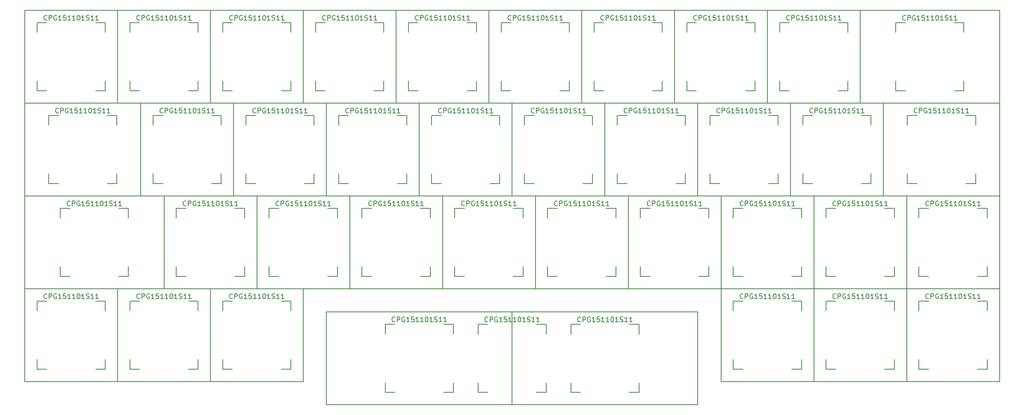
<source format=gbr>
%TF.GenerationSoftware,KiCad,Pcbnew,7.0.6*%
%TF.CreationDate,2023-07-18T23:25:52-04:00*%
%TF.ProjectId,cutiepie2040-hotswap,63757469-6570-4696-9532-3034302d686f,rev?*%
%TF.SameCoordinates,PX2d6b3a0PY6f46b48*%
%TF.FileFunction,OtherDrawing,Comment*%
%FSLAX46Y46*%
G04 Gerber Fmt 4.6, Leading zero omitted, Abs format (unit mm)*
G04 Created by KiCad (PCBNEW 7.0.6) date 2023-07-18 23:25:52*
%MOMM*%
%LPD*%
G01*
G04 APERTURE LIST*
%ADD10C,0.150000*%
G04 APERTURE END LIST*
D10*
X180761189Y79015714D02*
X180713570Y78968094D01*
X180713570Y78968094D02*
X180570713Y78920475D01*
X180570713Y78920475D02*
X180475475Y78920475D01*
X180475475Y78920475D02*
X180332618Y78968094D01*
X180332618Y78968094D02*
X180237380Y79063333D01*
X180237380Y79063333D02*
X180189761Y79158571D01*
X180189761Y79158571D02*
X180142142Y79349047D01*
X180142142Y79349047D02*
X180142142Y79491904D01*
X180142142Y79491904D02*
X180189761Y79682380D01*
X180189761Y79682380D02*
X180237380Y79777618D01*
X180237380Y79777618D02*
X180332618Y79872856D01*
X180332618Y79872856D02*
X180475475Y79920475D01*
X180475475Y79920475D02*
X180570713Y79920475D01*
X180570713Y79920475D02*
X180713570Y79872856D01*
X180713570Y79872856D02*
X180761189Y79825237D01*
X181189761Y78920475D02*
X181189761Y79920475D01*
X181189761Y79920475D02*
X181570713Y79920475D01*
X181570713Y79920475D02*
X181665951Y79872856D01*
X181665951Y79872856D02*
X181713570Y79825237D01*
X181713570Y79825237D02*
X181761189Y79729999D01*
X181761189Y79729999D02*
X181761189Y79587142D01*
X181761189Y79587142D02*
X181713570Y79491904D01*
X181713570Y79491904D02*
X181665951Y79444285D01*
X181665951Y79444285D02*
X181570713Y79396666D01*
X181570713Y79396666D02*
X181189761Y79396666D01*
X182713570Y79872856D02*
X182618332Y79920475D01*
X182618332Y79920475D02*
X182475475Y79920475D01*
X182475475Y79920475D02*
X182332618Y79872856D01*
X182332618Y79872856D02*
X182237380Y79777618D01*
X182237380Y79777618D02*
X182189761Y79682380D01*
X182189761Y79682380D02*
X182142142Y79491904D01*
X182142142Y79491904D02*
X182142142Y79349047D01*
X182142142Y79349047D02*
X182189761Y79158571D01*
X182189761Y79158571D02*
X182237380Y79063333D01*
X182237380Y79063333D02*
X182332618Y78968094D01*
X182332618Y78968094D02*
X182475475Y78920475D01*
X182475475Y78920475D02*
X182570713Y78920475D01*
X182570713Y78920475D02*
X182713570Y78968094D01*
X182713570Y78968094D02*
X182761189Y79015714D01*
X182761189Y79015714D02*
X182761189Y79349047D01*
X182761189Y79349047D02*
X182570713Y79349047D01*
X183713570Y78920475D02*
X183142142Y78920475D01*
X183427856Y78920475D02*
X183427856Y79920475D01*
X183427856Y79920475D02*
X183332618Y79777618D01*
X183332618Y79777618D02*
X183237380Y79682380D01*
X183237380Y79682380D02*
X183142142Y79634761D01*
X184618332Y79920475D02*
X184142142Y79920475D01*
X184142142Y79920475D02*
X184094523Y79444285D01*
X184094523Y79444285D02*
X184142142Y79491904D01*
X184142142Y79491904D02*
X184237380Y79539523D01*
X184237380Y79539523D02*
X184475475Y79539523D01*
X184475475Y79539523D02*
X184570713Y79491904D01*
X184570713Y79491904D02*
X184618332Y79444285D01*
X184618332Y79444285D02*
X184665951Y79349047D01*
X184665951Y79349047D02*
X184665951Y79110952D01*
X184665951Y79110952D02*
X184618332Y79015714D01*
X184618332Y79015714D02*
X184570713Y78968094D01*
X184570713Y78968094D02*
X184475475Y78920475D01*
X184475475Y78920475D02*
X184237380Y78920475D01*
X184237380Y78920475D02*
X184142142Y78968094D01*
X184142142Y78968094D02*
X184094523Y79015714D01*
X185618332Y78920475D02*
X185046904Y78920475D01*
X185332618Y78920475D02*
X185332618Y79920475D01*
X185332618Y79920475D02*
X185237380Y79777618D01*
X185237380Y79777618D02*
X185142142Y79682380D01*
X185142142Y79682380D02*
X185046904Y79634761D01*
X186570713Y78920475D02*
X185999285Y78920475D01*
X186284999Y78920475D02*
X186284999Y79920475D01*
X186284999Y79920475D02*
X186189761Y79777618D01*
X186189761Y79777618D02*
X186094523Y79682380D01*
X186094523Y79682380D02*
X185999285Y79634761D01*
X187189761Y79920475D02*
X187284999Y79920475D01*
X187284999Y79920475D02*
X187380237Y79872856D01*
X187380237Y79872856D02*
X187427856Y79825237D01*
X187427856Y79825237D02*
X187475475Y79729999D01*
X187475475Y79729999D02*
X187523094Y79539523D01*
X187523094Y79539523D02*
X187523094Y79301428D01*
X187523094Y79301428D02*
X187475475Y79110952D01*
X187475475Y79110952D02*
X187427856Y79015714D01*
X187427856Y79015714D02*
X187380237Y78968094D01*
X187380237Y78968094D02*
X187284999Y78920475D01*
X187284999Y78920475D02*
X187189761Y78920475D01*
X187189761Y78920475D02*
X187094523Y78968094D01*
X187094523Y78968094D02*
X187046904Y79015714D01*
X187046904Y79015714D02*
X186999285Y79110952D01*
X186999285Y79110952D02*
X186951666Y79301428D01*
X186951666Y79301428D02*
X186951666Y79539523D01*
X186951666Y79539523D02*
X186999285Y79729999D01*
X186999285Y79729999D02*
X187046904Y79825237D01*
X187046904Y79825237D02*
X187094523Y79872856D01*
X187094523Y79872856D02*
X187189761Y79920475D01*
X188475475Y78920475D02*
X187904047Y78920475D01*
X188189761Y78920475D02*
X188189761Y79920475D01*
X188189761Y79920475D02*
X188094523Y79777618D01*
X188094523Y79777618D02*
X187999285Y79682380D01*
X187999285Y79682380D02*
X187904047Y79634761D01*
X188856428Y78968094D02*
X188999285Y78920475D01*
X188999285Y78920475D02*
X189237380Y78920475D01*
X189237380Y78920475D02*
X189332618Y78968094D01*
X189332618Y78968094D02*
X189380237Y79015714D01*
X189380237Y79015714D02*
X189427856Y79110952D01*
X189427856Y79110952D02*
X189427856Y79206190D01*
X189427856Y79206190D02*
X189380237Y79301428D01*
X189380237Y79301428D02*
X189332618Y79349047D01*
X189332618Y79349047D02*
X189237380Y79396666D01*
X189237380Y79396666D02*
X189046904Y79444285D01*
X189046904Y79444285D02*
X188951666Y79491904D01*
X188951666Y79491904D02*
X188904047Y79539523D01*
X188904047Y79539523D02*
X188856428Y79634761D01*
X188856428Y79634761D02*
X188856428Y79729999D01*
X188856428Y79729999D02*
X188904047Y79825237D01*
X188904047Y79825237D02*
X188951666Y79872856D01*
X188951666Y79872856D02*
X189046904Y79920475D01*
X189046904Y79920475D02*
X189284999Y79920475D01*
X189284999Y79920475D02*
X189427856Y79872856D01*
X190380237Y78920475D02*
X189808809Y78920475D01*
X190094523Y78920475D02*
X190094523Y79920475D01*
X190094523Y79920475D02*
X189999285Y79777618D01*
X189999285Y79777618D02*
X189904047Y79682380D01*
X189904047Y79682380D02*
X189808809Y79634761D01*
X191332618Y78920475D02*
X190761190Y78920475D01*
X191046904Y78920475D02*
X191046904Y79920475D01*
X191046904Y79920475D02*
X190951666Y79777618D01*
X190951666Y79777618D02*
X190856428Y79682380D01*
X190856428Y79682380D02*
X190761190Y79634761D01*
X4548689Y21865714D02*
X4501070Y21818094D01*
X4501070Y21818094D02*
X4358213Y21770475D01*
X4358213Y21770475D02*
X4262975Y21770475D01*
X4262975Y21770475D02*
X4120118Y21818094D01*
X4120118Y21818094D02*
X4024880Y21913333D01*
X4024880Y21913333D02*
X3977261Y22008571D01*
X3977261Y22008571D02*
X3929642Y22199047D01*
X3929642Y22199047D02*
X3929642Y22341904D01*
X3929642Y22341904D02*
X3977261Y22532380D01*
X3977261Y22532380D02*
X4024880Y22627618D01*
X4024880Y22627618D02*
X4120118Y22722856D01*
X4120118Y22722856D02*
X4262975Y22770475D01*
X4262975Y22770475D02*
X4358213Y22770475D01*
X4358213Y22770475D02*
X4501070Y22722856D01*
X4501070Y22722856D02*
X4548689Y22675237D01*
X4977261Y21770475D02*
X4977261Y22770475D01*
X4977261Y22770475D02*
X5358213Y22770475D01*
X5358213Y22770475D02*
X5453451Y22722856D01*
X5453451Y22722856D02*
X5501070Y22675237D01*
X5501070Y22675237D02*
X5548689Y22579999D01*
X5548689Y22579999D02*
X5548689Y22437142D01*
X5548689Y22437142D02*
X5501070Y22341904D01*
X5501070Y22341904D02*
X5453451Y22294285D01*
X5453451Y22294285D02*
X5358213Y22246666D01*
X5358213Y22246666D02*
X4977261Y22246666D01*
X6501070Y22722856D02*
X6405832Y22770475D01*
X6405832Y22770475D02*
X6262975Y22770475D01*
X6262975Y22770475D02*
X6120118Y22722856D01*
X6120118Y22722856D02*
X6024880Y22627618D01*
X6024880Y22627618D02*
X5977261Y22532380D01*
X5977261Y22532380D02*
X5929642Y22341904D01*
X5929642Y22341904D02*
X5929642Y22199047D01*
X5929642Y22199047D02*
X5977261Y22008571D01*
X5977261Y22008571D02*
X6024880Y21913333D01*
X6024880Y21913333D02*
X6120118Y21818094D01*
X6120118Y21818094D02*
X6262975Y21770475D01*
X6262975Y21770475D02*
X6358213Y21770475D01*
X6358213Y21770475D02*
X6501070Y21818094D01*
X6501070Y21818094D02*
X6548689Y21865714D01*
X6548689Y21865714D02*
X6548689Y22199047D01*
X6548689Y22199047D02*
X6358213Y22199047D01*
X7501070Y21770475D02*
X6929642Y21770475D01*
X7215356Y21770475D02*
X7215356Y22770475D01*
X7215356Y22770475D02*
X7120118Y22627618D01*
X7120118Y22627618D02*
X7024880Y22532380D01*
X7024880Y22532380D02*
X6929642Y22484761D01*
X8405832Y22770475D02*
X7929642Y22770475D01*
X7929642Y22770475D02*
X7882023Y22294285D01*
X7882023Y22294285D02*
X7929642Y22341904D01*
X7929642Y22341904D02*
X8024880Y22389523D01*
X8024880Y22389523D02*
X8262975Y22389523D01*
X8262975Y22389523D02*
X8358213Y22341904D01*
X8358213Y22341904D02*
X8405832Y22294285D01*
X8405832Y22294285D02*
X8453451Y22199047D01*
X8453451Y22199047D02*
X8453451Y21960952D01*
X8453451Y21960952D02*
X8405832Y21865714D01*
X8405832Y21865714D02*
X8358213Y21818094D01*
X8358213Y21818094D02*
X8262975Y21770475D01*
X8262975Y21770475D02*
X8024880Y21770475D01*
X8024880Y21770475D02*
X7929642Y21818094D01*
X7929642Y21818094D02*
X7882023Y21865714D01*
X9405832Y21770475D02*
X8834404Y21770475D01*
X9120118Y21770475D02*
X9120118Y22770475D01*
X9120118Y22770475D02*
X9024880Y22627618D01*
X9024880Y22627618D02*
X8929642Y22532380D01*
X8929642Y22532380D02*
X8834404Y22484761D01*
X10358213Y21770475D02*
X9786785Y21770475D01*
X10072499Y21770475D02*
X10072499Y22770475D01*
X10072499Y22770475D02*
X9977261Y22627618D01*
X9977261Y22627618D02*
X9882023Y22532380D01*
X9882023Y22532380D02*
X9786785Y22484761D01*
X10977261Y22770475D02*
X11072499Y22770475D01*
X11072499Y22770475D02*
X11167737Y22722856D01*
X11167737Y22722856D02*
X11215356Y22675237D01*
X11215356Y22675237D02*
X11262975Y22579999D01*
X11262975Y22579999D02*
X11310594Y22389523D01*
X11310594Y22389523D02*
X11310594Y22151428D01*
X11310594Y22151428D02*
X11262975Y21960952D01*
X11262975Y21960952D02*
X11215356Y21865714D01*
X11215356Y21865714D02*
X11167737Y21818094D01*
X11167737Y21818094D02*
X11072499Y21770475D01*
X11072499Y21770475D02*
X10977261Y21770475D01*
X10977261Y21770475D02*
X10882023Y21818094D01*
X10882023Y21818094D02*
X10834404Y21865714D01*
X10834404Y21865714D02*
X10786785Y21960952D01*
X10786785Y21960952D02*
X10739166Y22151428D01*
X10739166Y22151428D02*
X10739166Y22389523D01*
X10739166Y22389523D02*
X10786785Y22579999D01*
X10786785Y22579999D02*
X10834404Y22675237D01*
X10834404Y22675237D02*
X10882023Y22722856D01*
X10882023Y22722856D02*
X10977261Y22770475D01*
X12262975Y21770475D02*
X11691547Y21770475D01*
X11977261Y21770475D02*
X11977261Y22770475D01*
X11977261Y22770475D02*
X11882023Y22627618D01*
X11882023Y22627618D02*
X11786785Y22532380D01*
X11786785Y22532380D02*
X11691547Y22484761D01*
X12643928Y21818094D02*
X12786785Y21770475D01*
X12786785Y21770475D02*
X13024880Y21770475D01*
X13024880Y21770475D02*
X13120118Y21818094D01*
X13120118Y21818094D02*
X13167737Y21865714D01*
X13167737Y21865714D02*
X13215356Y21960952D01*
X13215356Y21960952D02*
X13215356Y22056190D01*
X13215356Y22056190D02*
X13167737Y22151428D01*
X13167737Y22151428D02*
X13120118Y22199047D01*
X13120118Y22199047D02*
X13024880Y22246666D01*
X13024880Y22246666D02*
X12834404Y22294285D01*
X12834404Y22294285D02*
X12739166Y22341904D01*
X12739166Y22341904D02*
X12691547Y22389523D01*
X12691547Y22389523D02*
X12643928Y22484761D01*
X12643928Y22484761D02*
X12643928Y22579999D01*
X12643928Y22579999D02*
X12691547Y22675237D01*
X12691547Y22675237D02*
X12739166Y22722856D01*
X12739166Y22722856D02*
X12834404Y22770475D01*
X12834404Y22770475D02*
X13072499Y22770475D01*
X13072499Y22770475D02*
X13215356Y22722856D01*
X14167737Y21770475D02*
X13596309Y21770475D01*
X13882023Y21770475D02*
X13882023Y22770475D01*
X13882023Y22770475D02*
X13786785Y22627618D01*
X13786785Y22627618D02*
X13691547Y22532380D01*
X13691547Y22532380D02*
X13596309Y22484761D01*
X15120118Y21770475D02*
X14548690Y21770475D01*
X14834404Y21770475D02*
X14834404Y22770475D01*
X14834404Y22770475D02*
X14739166Y22627618D01*
X14739166Y22627618D02*
X14643928Y22532380D01*
X14643928Y22532380D02*
X14548690Y22484761D01*
X4548689Y79015714D02*
X4501070Y78968094D01*
X4501070Y78968094D02*
X4358213Y78920475D01*
X4358213Y78920475D02*
X4262975Y78920475D01*
X4262975Y78920475D02*
X4120118Y78968094D01*
X4120118Y78968094D02*
X4024880Y79063333D01*
X4024880Y79063333D02*
X3977261Y79158571D01*
X3977261Y79158571D02*
X3929642Y79349047D01*
X3929642Y79349047D02*
X3929642Y79491904D01*
X3929642Y79491904D02*
X3977261Y79682380D01*
X3977261Y79682380D02*
X4024880Y79777618D01*
X4024880Y79777618D02*
X4120118Y79872856D01*
X4120118Y79872856D02*
X4262975Y79920475D01*
X4262975Y79920475D02*
X4358213Y79920475D01*
X4358213Y79920475D02*
X4501070Y79872856D01*
X4501070Y79872856D02*
X4548689Y79825237D01*
X4977261Y78920475D02*
X4977261Y79920475D01*
X4977261Y79920475D02*
X5358213Y79920475D01*
X5358213Y79920475D02*
X5453451Y79872856D01*
X5453451Y79872856D02*
X5501070Y79825237D01*
X5501070Y79825237D02*
X5548689Y79729999D01*
X5548689Y79729999D02*
X5548689Y79587142D01*
X5548689Y79587142D02*
X5501070Y79491904D01*
X5501070Y79491904D02*
X5453451Y79444285D01*
X5453451Y79444285D02*
X5358213Y79396666D01*
X5358213Y79396666D02*
X4977261Y79396666D01*
X6501070Y79872856D02*
X6405832Y79920475D01*
X6405832Y79920475D02*
X6262975Y79920475D01*
X6262975Y79920475D02*
X6120118Y79872856D01*
X6120118Y79872856D02*
X6024880Y79777618D01*
X6024880Y79777618D02*
X5977261Y79682380D01*
X5977261Y79682380D02*
X5929642Y79491904D01*
X5929642Y79491904D02*
X5929642Y79349047D01*
X5929642Y79349047D02*
X5977261Y79158571D01*
X5977261Y79158571D02*
X6024880Y79063333D01*
X6024880Y79063333D02*
X6120118Y78968094D01*
X6120118Y78968094D02*
X6262975Y78920475D01*
X6262975Y78920475D02*
X6358213Y78920475D01*
X6358213Y78920475D02*
X6501070Y78968094D01*
X6501070Y78968094D02*
X6548689Y79015714D01*
X6548689Y79015714D02*
X6548689Y79349047D01*
X6548689Y79349047D02*
X6358213Y79349047D01*
X7501070Y78920475D02*
X6929642Y78920475D01*
X7215356Y78920475D02*
X7215356Y79920475D01*
X7215356Y79920475D02*
X7120118Y79777618D01*
X7120118Y79777618D02*
X7024880Y79682380D01*
X7024880Y79682380D02*
X6929642Y79634761D01*
X8405832Y79920475D02*
X7929642Y79920475D01*
X7929642Y79920475D02*
X7882023Y79444285D01*
X7882023Y79444285D02*
X7929642Y79491904D01*
X7929642Y79491904D02*
X8024880Y79539523D01*
X8024880Y79539523D02*
X8262975Y79539523D01*
X8262975Y79539523D02*
X8358213Y79491904D01*
X8358213Y79491904D02*
X8405832Y79444285D01*
X8405832Y79444285D02*
X8453451Y79349047D01*
X8453451Y79349047D02*
X8453451Y79110952D01*
X8453451Y79110952D02*
X8405832Y79015714D01*
X8405832Y79015714D02*
X8358213Y78968094D01*
X8358213Y78968094D02*
X8262975Y78920475D01*
X8262975Y78920475D02*
X8024880Y78920475D01*
X8024880Y78920475D02*
X7929642Y78968094D01*
X7929642Y78968094D02*
X7882023Y79015714D01*
X9405832Y78920475D02*
X8834404Y78920475D01*
X9120118Y78920475D02*
X9120118Y79920475D01*
X9120118Y79920475D02*
X9024880Y79777618D01*
X9024880Y79777618D02*
X8929642Y79682380D01*
X8929642Y79682380D02*
X8834404Y79634761D01*
X10358213Y78920475D02*
X9786785Y78920475D01*
X10072499Y78920475D02*
X10072499Y79920475D01*
X10072499Y79920475D02*
X9977261Y79777618D01*
X9977261Y79777618D02*
X9882023Y79682380D01*
X9882023Y79682380D02*
X9786785Y79634761D01*
X10977261Y79920475D02*
X11072499Y79920475D01*
X11072499Y79920475D02*
X11167737Y79872856D01*
X11167737Y79872856D02*
X11215356Y79825237D01*
X11215356Y79825237D02*
X11262975Y79729999D01*
X11262975Y79729999D02*
X11310594Y79539523D01*
X11310594Y79539523D02*
X11310594Y79301428D01*
X11310594Y79301428D02*
X11262975Y79110952D01*
X11262975Y79110952D02*
X11215356Y79015714D01*
X11215356Y79015714D02*
X11167737Y78968094D01*
X11167737Y78968094D02*
X11072499Y78920475D01*
X11072499Y78920475D02*
X10977261Y78920475D01*
X10977261Y78920475D02*
X10882023Y78968094D01*
X10882023Y78968094D02*
X10834404Y79015714D01*
X10834404Y79015714D02*
X10786785Y79110952D01*
X10786785Y79110952D02*
X10739166Y79301428D01*
X10739166Y79301428D02*
X10739166Y79539523D01*
X10739166Y79539523D02*
X10786785Y79729999D01*
X10786785Y79729999D02*
X10834404Y79825237D01*
X10834404Y79825237D02*
X10882023Y79872856D01*
X10882023Y79872856D02*
X10977261Y79920475D01*
X12262975Y78920475D02*
X11691547Y78920475D01*
X11977261Y78920475D02*
X11977261Y79920475D01*
X11977261Y79920475D02*
X11882023Y79777618D01*
X11882023Y79777618D02*
X11786785Y79682380D01*
X11786785Y79682380D02*
X11691547Y79634761D01*
X12643928Y78968094D02*
X12786785Y78920475D01*
X12786785Y78920475D02*
X13024880Y78920475D01*
X13024880Y78920475D02*
X13120118Y78968094D01*
X13120118Y78968094D02*
X13167737Y79015714D01*
X13167737Y79015714D02*
X13215356Y79110952D01*
X13215356Y79110952D02*
X13215356Y79206190D01*
X13215356Y79206190D02*
X13167737Y79301428D01*
X13167737Y79301428D02*
X13120118Y79349047D01*
X13120118Y79349047D02*
X13024880Y79396666D01*
X13024880Y79396666D02*
X12834404Y79444285D01*
X12834404Y79444285D02*
X12739166Y79491904D01*
X12739166Y79491904D02*
X12691547Y79539523D01*
X12691547Y79539523D02*
X12643928Y79634761D01*
X12643928Y79634761D02*
X12643928Y79729999D01*
X12643928Y79729999D02*
X12691547Y79825237D01*
X12691547Y79825237D02*
X12739166Y79872856D01*
X12739166Y79872856D02*
X12834404Y79920475D01*
X12834404Y79920475D02*
X13072499Y79920475D01*
X13072499Y79920475D02*
X13215356Y79872856D01*
X14167737Y78920475D02*
X13596309Y78920475D01*
X13882023Y78920475D02*
X13882023Y79920475D01*
X13882023Y79920475D02*
X13786785Y79777618D01*
X13786785Y79777618D02*
X13691547Y79682380D01*
X13691547Y79682380D02*
X13596309Y79634761D01*
X15120118Y78920475D02*
X14548690Y78920475D01*
X14834404Y78920475D02*
X14834404Y79920475D01*
X14834404Y79920475D02*
X14739166Y79777618D01*
X14739166Y79777618D02*
X14643928Y79682380D01*
X14643928Y79682380D02*
X14548690Y79634761D01*
X109323689Y40915714D02*
X109276070Y40868094D01*
X109276070Y40868094D02*
X109133213Y40820475D01*
X109133213Y40820475D02*
X109037975Y40820475D01*
X109037975Y40820475D02*
X108895118Y40868094D01*
X108895118Y40868094D02*
X108799880Y40963333D01*
X108799880Y40963333D02*
X108752261Y41058571D01*
X108752261Y41058571D02*
X108704642Y41249047D01*
X108704642Y41249047D02*
X108704642Y41391904D01*
X108704642Y41391904D02*
X108752261Y41582380D01*
X108752261Y41582380D02*
X108799880Y41677618D01*
X108799880Y41677618D02*
X108895118Y41772856D01*
X108895118Y41772856D02*
X109037975Y41820475D01*
X109037975Y41820475D02*
X109133213Y41820475D01*
X109133213Y41820475D02*
X109276070Y41772856D01*
X109276070Y41772856D02*
X109323689Y41725237D01*
X109752261Y40820475D02*
X109752261Y41820475D01*
X109752261Y41820475D02*
X110133213Y41820475D01*
X110133213Y41820475D02*
X110228451Y41772856D01*
X110228451Y41772856D02*
X110276070Y41725237D01*
X110276070Y41725237D02*
X110323689Y41629999D01*
X110323689Y41629999D02*
X110323689Y41487142D01*
X110323689Y41487142D02*
X110276070Y41391904D01*
X110276070Y41391904D02*
X110228451Y41344285D01*
X110228451Y41344285D02*
X110133213Y41296666D01*
X110133213Y41296666D02*
X109752261Y41296666D01*
X111276070Y41772856D02*
X111180832Y41820475D01*
X111180832Y41820475D02*
X111037975Y41820475D01*
X111037975Y41820475D02*
X110895118Y41772856D01*
X110895118Y41772856D02*
X110799880Y41677618D01*
X110799880Y41677618D02*
X110752261Y41582380D01*
X110752261Y41582380D02*
X110704642Y41391904D01*
X110704642Y41391904D02*
X110704642Y41249047D01*
X110704642Y41249047D02*
X110752261Y41058571D01*
X110752261Y41058571D02*
X110799880Y40963333D01*
X110799880Y40963333D02*
X110895118Y40868094D01*
X110895118Y40868094D02*
X111037975Y40820475D01*
X111037975Y40820475D02*
X111133213Y40820475D01*
X111133213Y40820475D02*
X111276070Y40868094D01*
X111276070Y40868094D02*
X111323689Y40915714D01*
X111323689Y40915714D02*
X111323689Y41249047D01*
X111323689Y41249047D02*
X111133213Y41249047D01*
X112276070Y40820475D02*
X111704642Y40820475D01*
X111990356Y40820475D02*
X111990356Y41820475D01*
X111990356Y41820475D02*
X111895118Y41677618D01*
X111895118Y41677618D02*
X111799880Y41582380D01*
X111799880Y41582380D02*
X111704642Y41534761D01*
X113180832Y41820475D02*
X112704642Y41820475D01*
X112704642Y41820475D02*
X112657023Y41344285D01*
X112657023Y41344285D02*
X112704642Y41391904D01*
X112704642Y41391904D02*
X112799880Y41439523D01*
X112799880Y41439523D02*
X113037975Y41439523D01*
X113037975Y41439523D02*
X113133213Y41391904D01*
X113133213Y41391904D02*
X113180832Y41344285D01*
X113180832Y41344285D02*
X113228451Y41249047D01*
X113228451Y41249047D02*
X113228451Y41010952D01*
X113228451Y41010952D02*
X113180832Y40915714D01*
X113180832Y40915714D02*
X113133213Y40868094D01*
X113133213Y40868094D02*
X113037975Y40820475D01*
X113037975Y40820475D02*
X112799880Y40820475D01*
X112799880Y40820475D02*
X112704642Y40868094D01*
X112704642Y40868094D02*
X112657023Y40915714D01*
X114180832Y40820475D02*
X113609404Y40820475D01*
X113895118Y40820475D02*
X113895118Y41820475D01*
X113895118Y41820475D02*
X113799880Y41677618D01*
X113799880Y41677618D02*
X113704642Y41582380D01*
X113704642Y41582380D02*
X113609404Y41534761D01*
X115133213Y40820475D02*
X114561785Y40820475D01*
X114847499Y40820475D02*
X114847499Y41820475D01*
X114847499Y41820475D02*
X114752261Y41677618D01*
X114752261Y41677618D02*
X114657023Y41582380D01*
X114657023Y41582380D02*
X114561785Y41534761D01*
X115752261Y41820475D02*
X115847499Y41820475D01*
X115847499Y41820475D02*
X115942737Y41772856D01*
X115942737Y41772856D02*
X115990356Y41725237D01*
X115990356Y41725237D02*
X116037975Y41629999D01*
X116037975Y41629999D02*
X116085594Y41439523D01*
X116085594Y41439523D02*
X116085594Y41201428D01*
X116085594Y41201428D02*
X116037975Y41010952D01*
X116037975Y41010952D02*
X115990356Y40915714D01*
X115990356Y40915714D02*
X115942737Y40868094D01*
X115942737Y40868094D02*
X115847499Y40820475D01*
X115847499Y40820475D02*
X115752261Y40820475D01*
X115752261Y40820475D02*
X115657023Y40868094D01*
X115657023Y40868094D02*
X115609404Y40915714D01*
X115609404Y40915714D02*
X115561785Y41010952D01*
X115561785Y41010952D02*
X115514166Y41201428D01*
X115514166Y41201428D02*
X115514166Y41439523D01*
X115514166Y41439523D02*
X115561785Y41629999D01*
X115561785Y41629999D02*
X115609404Y41725237D01*
X115609404Y41725237D02*
X115657023Y41772856D01*
X115657023Y41772856D02*
X115752261Y41820475D01*
X117037975Y40820475D02*
X116466547Y40820475D01*
X116752261Y40820475D02*
X116752261Y41820475D01*
X116752261Y41820475D02*
X116657023Y41677618D01*
X116657023Y41677618D02*
X116561785Y41582380D01*
X116561785Y41582380D02*
X116466547Y41534761D01*
X117418928Y40868094D02*
X117561785Y40820475D01*
X117561785Y40820475D02*
X117799880Y40820475D01*
X117799880Y40820475D02*
X117895118Y40868094D01*
X117895118Y40868094D02*
X117942737Y40915714D01*
X117942737Y40915714D02*
X117990356Y41010952D01*
X117990356Y41010952D02*
X117990356Y41106190D01*
X117990356Y41106190D02*
X117942737Y41201428D01*
X117942737Y41201428D02*
X117895118Y41249047D01*
X117895118Y41249047D02*
X117799880Y41296666D01*
X117799880Y41296666D02*
X117609404Y41344285D01*
X117609404Y41344285D02*
X117514166Y41391904D01*
X117514166Y41391904D02*
X117466547Y41439523D01*
X117466547Y41439523D02*
X117418928Y41534761D01*
X117418928Y41534761D02*
X117418928Y41629999D01*
X117418928Y41629999D02*
X117466547Y41725237D01*
X117466547Y41725237D02*
X117514166Y41772856D01*
X117514166Y41772856D02*
X117609404Y41820475D01*
X117609404Y41820475D02*
X117847499Y41820475D01*
X117847499Y41820475D02*
X117990356Y41772856D01*
X118942737Y40820475D02*
X118371309Y40820475D01*
X118657023Y40820475D02*
X118657023Y41820475D01*
X118657023Y41820475D02*
X118561785Y41677618D01*
X118561785Y41677618D02*
X118466547Y41582380D01*
X118466547Y41582380D02*
X118371309Y41534761D01*
X119895118Y40820475D02*
X119323690Y40820475D01*
X119609404Y40820475D02*
X119609404Y41820475D01*
X119609404Y41820475D02*
X119514166Y41677618D01*
X119514166Y41677618D02*
X119418928Y41582380D01*
X119418928Y41582380D02*
X119323690Y41534761D01*
X85511189Y59965714D02*
X85463570Y59918094D01*
X85463570Y59918094D02*
X85320713Y59870475D01*
X85320713Y59870475D02*
X85225475Y59870475D01*
X85225475Y59870475D02*
X85082618Y59918094D01*
X85082618Y59918094D02*
X84987380Y60013333D01*
X84987380Y60013333D02*
X84939761Y60108571D01*
X84939761Y60108571D02*
X84892142Y60299047D01*
X84892142Y60299047D02*
X84892142Y60441904D01*
X84892142Y60441904D02*
X84939761Y60632380D01*
X84939761Y60632380D02*
X84987380Y60727618D01*
X84987380Y60727618D02*
X85082618Y60822856D01*
X85082618Y60822856D02*
X85225475Y60870475D01*
X85225475Y60870475D02*
X85320713Y60870475D01*
X85320713Y60870475D02*
X85463570Y60822856D01*
X85463570Y60822856D02*
X85511189Y60775237D01*
X85939761Y59870475D02*
X85939761Y60870475D01*
X85939761Y60870475D02*
X86320713Y60870475D01*
X86320713Y60870475D02*
X86415951Y60822856D01*
X86415951Y60822856D02*
X86463570Y60775237D01*
X86463570Y60775237D02*
X86511189Y60679999D01*
X86511189Y60679999D02*
X86511189Y60537142D01*
X86511189Y60537142D02*
X86463570Y60441904D01*
X86463570Y60441904D02*
X86415951Y60394285D01*
X86415951Y60394285D02*
X86320713Y60346666D01*
X86320713Y60346666D02*
X85939761Y60346666D01*
X87463570Y60822856D02*
X87368332Y60870475D01*
X87368332Y60870475D02*
X87225475Y60870475D01*
X87225475Y60870475D02*
X87082618Y60822856D01*
X87082618Y60822856D02*
X86987380Y60727618D01*
X86987380Y60727618D02*
X86939761Y60632380D01*
X86939761Y60632380D02*
X86892142Y60441904D01*
X86892142Y60441904D02*
X86892142Y60299047D01*
X86892142Y60299047D02*
X86939761Y60108571D01*
X86939761Y60108571D02*
X86987380Y60013333D01*
X86987380Y60013333D02*
X87082618Y59918094D01*
X87082618Y59918094D02*
X87225475Y59870475D01*
X87225475Y59870475D02*
X87320713Y59870475D01*
X87320713Y59870475D02*
X87463570Y59918094D01*
X87463570Y59918094D02*
X87511189Y59965714D01*
X87511189Y59965714D02*
X87511189Y60299047D01*
X87511189Y60299047D02*
X87320713Y60299047D01*
X88463570Y59870475D02*
X87892142Y59870475D01*
X88177856Y59870475D02*
X88177856Y60870475D01*
X88177856Y60870475D02*
X88082618Y60727618D01*
X88082618Y60727618D02*
X87987380Y60632380D01*
X87987380Y60632380D02*
X87892142Y60584761D01*
X89368332Y60870475D02*
X88892142Y60870475D01*
X88892142Y60870475D02*
X88844523Y60394285D01*
X88844523Y60394285D02*
X88892142Y60441904D01*
X88892142Y60441904D02*
X88987380Y60489523D01*
X88987380Y60489523D02*
X89225475Y60489523D01*
X89225475Y60489523D02*
X89320713Y60441904D01*
X89320713Y60441904D02*
X89368332Y60394285D01*
X89368332Y60394285D02*
X89415951Y60299047D01*
X89415951Y60299047D02*
X89415951Y60060952D01*
X89415951Y60060952D02*
X89368332Y59965714D01*
X89368332Y59965714D02*
X89320713Y59918094D01*
X89320713Y59918094D02*
X89225475Y59870475D01*
X89225475Y59870475D02*
X88987380Y59870475D01*
X88987380Y59870475D02*
X88892142Y59918094D01*
X88892142Y59918094D02*
X88844523Y59965714D01*
X90368332Y59870475D02*
X89796904Y59870475D01*
X90082618Y59870475D02*
X90082618Y60870475D01*
X90082618Y60870475D02*
X89987380Y60727618D01*
X89987380Y60727618D02*
X89892142Y60632380D01*
X89892142Y60632380D02*
X89796904Y60584761D01*
X91320713Y59870475D02*
X90749285Y59870475D01*
X91034999Y59870475D02*
X91034999Y60870475D01*
X91034999Y60870475D02*
X90939761Y60727618D01*
X90939761Y60727618D02*
X90844523Y60632380D01*
X90844523Y60632380D02*
X90749285Y60584761D01*
X91939761Y60870475D02*
X92034999Y60870475D01*
X92034999Y60870475D02*
X92130237Y60822856D01*
X92130237Y60822856D02*
X92177856Y60775237D01*
X92177856Y60775237D02*
X92225475Y60679999D01*
X92225475Y60679999D02*
X92273094Y60489523D01*
X92273094Y60489523D02*
X92273094Y60251428D01*
X92273094Y60251428D02*
X92225475Y60060952D01*
X92225475Y60060952D02*
X92177856Y59965714D01*
X92177856Y59965714D02*
X92130237Y59918094D01*
X92130237Y59918094D02*
X92034999Y59870475D01*
X92034999Y59870475D02*
X91939761Y59870475D01*
X91939761Y59870475D02*
X91844523Y59918094D01*
X91844523Y59918094D02*
X91796904Y59965714D01*
X91796904Y59965714D02*
X91749285Y60060952D01*
X91749285Y60060952D02*
X91701666Y60251428D01*
X91701666Y60251428D02*
X91701666Y60489523D01*
X91701666Y60489523D02*
X91749285Y60679999D01*
X91749285Y60679999D02*
X91796904Y60775237D01*
X91796904Y60775237D02*
X91844523Y60822856D01*
X91844523Y60822856D02*
X91939761Y60870475D01*
X93225475Y59870475D02*
X92654047Y59870475D01*
X92939761Y59870475D02*
X92939761Y60870475D01*
X92939761Y60870475D02*
X92844523Y60727618D01*
X92844523Y60727618D02*
X92749285Y60632380D01*
X92749285Y60632380D02*
X92654047Y60584761D01*
X93606428Y59918094D02*
X93749285Y59870475D01*
X93749285Y59870475D02*
X93987380Y59870475D01*
X93987380Y59870475D02*
X94082618Y59918094D01*
X94082618Y59918094D02*
X94130237Y59965714D01*
X94130237Y59965714D02*
X94177856Y60060952D01*
X94177856Y60060952D02*
X94177856Y60156190D01*
X94177856Y60156190D02*
X94130237Y60251428D01*
X94130237Y60251428D02*
X94082618Y60299047D01*
X94082618Y60299047D02*
X93987380Y60346666D01*
X93987380Y60346666D02*
X93796904Y60394285D01*
X93796904Y60394285D02*
X93701666Y60441904D01*
X93701666Y60441904D02*
X93654047Y60489523D01*
X93654047Y60489523D02*
X93606428Y60584761D01*
X93606428Y60584761D02*
X93606428Y60679999D01*
X93606428Y60679999D02*
X93654047Y60775237D01*
X93654047Y60775237D02*
X93701666Y60822856D01*
X93701666Y60822856D02*
X93796904Y60870475D01*
X93796904Y60870475D02*
X94034999Y60870475D01*
X94034999Y60870475D02*
X94177856Y60822856D01*
X95130237Y59870475D02*
X94558809Y59870475D01*
X94844523Y59870475D02*
X94844523Y60870475D01*
X94844523Y60870475D02*
X94749285Y60727618D01*
X94749285Y60727618D02*
X94654047Y60632380D01*
X94654047Y60632380D02*
X94558809Y60584761D01*
X96082618Y59870475D02*
X95511190Y59870475D01*
X95796904Y59870475D02*
X95796904Y60870475D01*
X95796904Y60870475D02*
X95701666Y60727618D01*
X95701666Y60727618D02*
X95606428Y60632380D01*
X95606428Y60632380D02*
X95511190Y60584761D01*
X6929939Y59965714D02*
X6882320Y59918094D01*
X6882320Y59918094D02*
X6739463Y59870475D01*
X6739463Y59870475D02*
X6644225Y59870475D01*
X6644225Y59870475D02*
X6501368Y59918094D01*
X6501368Y59918094D02*
X6406130Y60013333D01*
X6406130Y60013333D02*
X6358511Y60108571D01*
X6358511Y60108571D02*
X6310892Y60299047D01*
X6310892Y60299047D02*
X6310892Y60441904D01*
X6310892Y60441904D02*
X6358511Y60632380D01*
X6358511Y60632380D02*
X6406130Y60727618D01*
X6406130Y60727618D02*
X6501368Y60822856D01*
X6501368Y60822856D02*
X6644225Y60870475D01*
X6644225Y60870475D02*
X6739463Y60870475D01*
X6739463Y60870475D02*
X6882320Y60822856D01*
X6882320Y60822856D02*
X6929939Y60775237D01*
X7358511Y59870475D02*
X7358511Y60870475D01*
X7358511Y60870475D02*
X7739463Y60870475D01*
X7739463Y60870475D02*
X7834701Y60822856D01*
X7834701Y60822856D02*
X7882320Y60775237D01*
X7882320Y60775237D02*
X7929939Y60679999D01*
X7929939Y60679999D02*
X7929939Y60537142D01*
X7929939Y60537142D02*
X7882320Y60441904D01*
X7882320Y60441904D02*
X7834701Y60394285D01*
X7834701Y60394285D02*
X7739463Y60346666D01*
X7739463Y60346666D02*
X7358511Y60346666D01*
X8882320Y60822856D02*
X8787082Y60870475D01*
X8787082Y60870475D02*
X8644225Y60870475D01*
X8644225Y60870475D02*
X8501368Y60822856D01*
X8501368Y60822856D02*
X8406130Y60727618D01*
X8406130Y60727618D02*
X8358511Y60632380D01*
X8358511Y60632380D02*
X8310892Y60441904D01*
X8310892Y60441904D02*
X8310892Y60299047D01*
X8310892Y60299047D02*
X8358511Y60108571D01*
X8358511Y60108571D02*
X8406130Y60013333D01*
X8406130Y60013333D02*
X8501368Y59918094D01*
X8501368Y59918094D02*
X8644225Y59870475D01*
X8644225Y59870475D02*
X8739463Y59870475D01*
X8739463Y59870475D02*
X8882320Y59918094D01*
X8882320Y59918094D02*
X8929939Y59965714D01*
X8929939Y59965714D02*
X8929939Y60299047D01*
X8929939Y60299047D02*
X8739463Y60299047D01*
X9882320Y59870475D02*
X9310892Y59870475D01*
X9596606Y59870475D02*
X9596606Y60870475D01*
X9596606Y60870475D02*
X9501368Y60727618D01*
X9501368Y60727618D02*
X9406130Y60632380D01*
X9406130Y60632380D02*
X9310892Y60584761D01*
X10787082Y60870475D02*
X10310892Y60870475D01*
X10310892Y60870475D02*
X10263273Y60394285D01*
X10263273Y60394285D02*
X10310892Y60441904D01*
X10310892Y60441904D02*
X10406130Y60489523D01*
X10406130Y60489523D02*
X10644225Y60489523D01*
X10644225Y60489523D02*
X10739463Y60441904D01*
X10739463Y60441904D02*
X10787082Y60394285D01*
X10787082Y60394285D02*
X10834701Y60299047D01*
X10834701Y60299047D02*
X10834701Y60060952D01*
X10834701Y60060952D02*
X10787082Y59965714D01*
X10787082Y59965714D02*
X10739463Y59918094D01*
X10739463Y59918094D02*
X10644225Y59870475D01*
X10644225Y59870475D02*
X10406130Y59870475D01*
X10406130Y59870475D02*
X10310892Y59918094D01*
X10310892Y59918094D02*
X10263273Y59965714D01*
X11787082Y59870475D02*
X11215654Y59870475D01*
X11501368Y59870475D02*
X11501368Y60870475D01*
X11501368Y60870475D02*
X11406130Y60727618D01*
X11406130Y60727618D02*
X11310892Y60632380D01*
X11310892Y60632380D02*
X11215654Y60584761D01*
X12739463Y59870475D02*
X12168035Y59870475D01*
X12453749Y59870475D02*
X12453749Y60870475D01*
X12453749Y60870475D02*
X12358511Y60727618D01*
X12358511Y60727618D02*
X12263273Y60632380D01*
X12263273Y60632380D02*
X12168035Y60584761D01*
X13358511Y60870475D02*
X13453749Y60870475D01*
X13453749Y60870475D02*
X13548987Y60822856D01*
X13548987Y60822856D02*
X13596606Y60775237D01*
X13596606Y60775237D02*
X13644225Y60679999D01*
X13644225Y60679999D02*
X13691844Y60489523D01*
X13691844Y60489523D02*
X13691844Y60251428D01*
X13691844Y60251428D02*
X13644225Y60060952D01*
X13644225Y60060952D02*
X13596606Y59965714D01*
X13596606Y59965714D02*
X13548987Y59918094D01*
X13548987Y59918094D02*
X13453749Y59870475D01*
X13453749Y59870475D02*
X13358511Y59870475D01*
X13358511Y59870475D02*
X13263273Y59918094D01*
X13263273Y59918094D02*
X13215654Y59965714D01*
X13215654Y59965714D02*
X13168035Y60060952D01*
X13168035Y60060952D02*
X13120416Y60251428D01*
X13120416Y60251428D02*
X13120416Y60489523D01*
X13120416Y60489523D02*
X13168035Y60679999D01*
X13168035Y60679999D02*
X13215654Y60775237D01*
X13215654Y60775237D02*
X13263273Y60822856D01*
X13263273Y60822856D02*
X13358511Y60870475D01*
X14644225Y59870475D02*
X14072797Y59870475D01*
X14358511Y59870475D02*
X14358511Y60870475D01*
X14358511Y60870475D02*
X14263273Y60727618D01*
X14263273Y60727618D02*
X14168035Y60632380D01*
X14168035Y60632380D02*
X14072797Y60584761D01*
X15025178Y59918094D02*
X15168035Y59870475D01*
X15168035Y59870475D02*
X15406130Y59870475D01*
X15406130Y59870475D02*
X15501368Y59918094D01*
X15501368Y59918094D02*
X15548987Y59965714D01*
X15548987Y59965714D02*
X15596606Y60060952D01*
X15596606Y60060952D02*
X15596606Y60156190D01*
X15596606Y60156190D02*
X15548987Y60251428D01*
X15548987Y60251428D02*
X15501368Y60299047D01*
X15501368Y60299047D02*
X15406130Y60346666D01*
X15406130Y60346666D02*
X15215654Y60394285D01*
X15215654Y60394285D02*
X15120416Y60441904D01*
X15120416Y60441904D02*
X15072797Y60489523D01*
X15072797Y60489523D02*
X15025178Y60584761D01*
X15025178Y60584761D02*
X15025178Y60679999D01*
X15025178Y60679999D02*
X15072797Y60775237D01*
X15072797Y60775237D02*
X15120416Y60822856D01*
X15120416Y60822856D02*
X15215654Y60870475D01*
X15215654Y60870475D02*
X15453749Y60870475D01*
X15453749Y60870475D02*
X15596606Y60822856D01*
X16548987Y59870475D02*
X15977559Y59870475D01*
X16263273Y59870475D02*
X16263273Y60870475D01*
X16263273Y60870475D02*
X16168035Y60727618D01*
X16168035Y60727618D02*
X16072797Y60632380D01*
X16072797Y60632380D02*
X15977559Y60584761D01*
X17501368Y59870475D02*
X16929940Y59870475D01*
X17215654Y59870475D02*
X17215654Y60870475D01*
X17215654Y60870475D02*
X17120416Y60727618D01*
X17120416Y60727618D02*
X17025178Y60632380D01*
X17025178Y60632380D02*
X16929940Y60584761D01*
X52173689Y40915714D02*
X52126070Y40868094D01*
X52126070Y40868094D02*
X51983213Y40820475D01*
X51983213Y40820475D02*
X51887975Y40820475D01*
X51887975Y40820475D02*
X51745118Y40868094D01*
X51745118Y40868094D02*
X51649880Y40963333D01*
X51649880Y40963333D02*
X51602261Y41058571D01*
X51602261Y41058571D02*
X51554642Y41249047D01*
X51554642Y41249047D02*
X51554642Y41391904D01*
X51554642Y41391904D02*
X51602261Y41582380D01*
X51602261Y41582380D02*
X51649880Y41677618D01*
X51649880Y41677618D02*
X51745118Y41772856D01*
X51745118Y41772856D02*
X51887975Y41820475D01*
X51887975Y41820475D02*
X51983213Y41820475D01*
X51983213Y41820475D02*
X52126070Y41772856D01*
X52126070Y41772856D02*
X52173689Y41725237D01*
X52602261Y40820475D02*
X52602261Y41820475D01*
X52602261Y41820475D02*
X52983213Y41820475D01*
X52983213Y41820475D02*
X53078451Y41772856D01*
X53078451Y41772856D02*
X53126070Y41725237D01*
X53126070Y41725237D02*
X53173689Y41629999D01*
X53173689Y41629999D02*
X53173689Y41487142D01*
X53173689Y41487142D02*
X53126070Y41391904D01*
X53126070Y41391904D02*
X53078451Y41344285D01*
X53078451Y41344285D02*
X52983213Y41296666D01*
X52983213Y41296666D02*
X52602261Y41296666D01*
X54126070Y41772856D02*
X54030832Y41820475D01*
X54030832Y41820475D02*
X53887975Y41820475D01*
X53887975Y41820475D02*
X53745118Y41772856D01*
X53745118Y41772856D02*
X53649880Y41677618D01*
X53649880Y41677618D02*
X53602261Y41582380D01*
X53602261Y41582380D02*
X53554642Y41391904D01*
X53554642Y41391904D02*
X53554642Y41249047D01*
X53554642Y41249047D02*
X53602261Y41058571D01*
X53602261Y41058571D02*
X53649880Y40963333D01*
X53649880Y40963333D02*
X53745118Y40868094D01*
X53745118Y40868094D02*
X53887975Y40820475D01*
X53887975Y40820475D02*
X53983213Y40820475D01*
X53983213Y40820475D02*
X54126070Y40868094D01*
X54126070Y40868094D02*
X54173689Y40915714D01*
X54173689Y40915714D02*
X54173689Y41249047D01*
X54173689Y41249047D02*
X53983213Y41249047D01*
X55126070Y40820475D02*
X54554642Y40820475D01*
X54840356Y40820475D02*
X54840356Y41820475D01*
X54840356Y41820475D02*
X54745118Y41677618D01*
X54745118Y41677618D02*
X54649880Y41582380D01*
X54649880Y41582380D02*
X54554642Y41534761D01*
X56030832Y41820475D02*
X55554642Y41820475D01*
X55554642Y41820475D02*
X55507023Y41344285D01*
X55507023Y41344285D02*
X55554642Y41391904D01*
X55554642Y41391904D02*
X55649880Y41439523D01*
X55649880Y41439523D02*
X55887975Y41439523D01*
X55887975Y41439523D02*
X55983213Y41391904D01*
X55983213Y41391904D02*
X56030832Y41344285D01*
X56030832Y41344285D02*
X56078451Y41249047D01*
X56078451Y41249047D02*
X56078451Y41010952D01*
X56078451Y41010952D02*
X56030832Y40915714D01*
X56030832Y40915714D02*
X55983213Y40868094D01*
X55983213Y40868094D02*
X55887975Y40820475D01*
X55887975Y40820475D02*
X55649880Y40820475D01*
X55649880Y40820475D02*
X55554642Y40868094D01*
X55554642Y40868094D02*
X55507023Y40915714D01*
X57030832Y40820475D02*
X56459404Y40820475D01*
X56745118Y40820475D02*
X56745118Y41820475D01*
X56745118Y41820475D02*
X56649880Y41677618D01*
X56649880Y41677618D02*
X56554642Y41582380D01*
X56554642Y41582380D02*
X56459404Y41534761D01*
X57983213Y40820475D02*
X57411785Y40820475D01*
X57697499Y40820475D02*
X57697499Y41820475D01*
X57697499Y41820475D02*
X57602261Y41677618D01*
X57602261Y41677618D02*
X57507023Y41582380D01*
X57507023Y41582380D02*
X57411785Y41534761D01*
X58602261Y41820475D02*
X58697499Y41820475D01*
X58697499Y41820475D02*
X58792737Y41772856D01*
X58792737Y41772856D02*
X58840356Y41725237D01*
X58840356Y41725237D02*
X58887975Y41629999D01*
X58887975Y41629999D02*
X58935594Y41439523D01*
X58935594Y41439523D02*
X58935594Y41201428D01*
X58935594Y41201428D02*
X58887975Y41010952D01*
X58887975Y41010952D02*
X58840356Y40915714D01*
X58840356Y40915714D02*
X58792737Y40868094D01*
X58792737Y40868094D02*
X58697499Y40820475D01*
X58697499Y40820475D02*
X58602261Y40820475D01*
X58602261Y40820475D02*
X58507023Y40868094D01*
X58507023Y40868094D02*
X58459404Y40915714D01*
X58459404Y40915714D02*
X58411785Y41010952D01*
X58411785Y41010952D02*
X58364166Y41201428D01*
X58364166Y41201428D02*
X58364166Y41439523D01*
X58364166Y41439523D02*
X58411785Y41629999D01*
X58411785Y41629999D02*
X58459404Y41725237D01*
X58459404Y41725237D02*
X58507023Y41772856D01*
X58507023Y41772856D02*
X58602261Y41820475D01*
X59887975Y40820475D02*
X59316547Y40820475D01*
X59602261Y40820475D02*
X59602261Y41820475D01*
X59602261Y41820475D02*
X59507023Y41677618D01*
X59507023Y41677618D02*
X59411785Y41582380D01*
X59411785Y41582380D02*
X59316547Y41534761D01*
X60268928Y40868094D02*
X60411785Y40820475D01*
X60411785Y40820475D02*
X60649880Y40820475D01*
X60649880Y40820475D02*
X60745118Y40868094D01*
X60745118Y40868094D02*
X60792737Y40915714D01*
X60792737Y40915714D02*
X60840356Y41010952D01*
X60840356Y41010952D02*
X60840356Y41106190D01*
X60840356Y41106190D02*
X60792737Y41201428D01*
X60792737Y41201428D02*
X60745118Y41249047D01*
X60745118Y41249047D02*
X60649880Y41296666D01*
X60649880Y41296666D02*
X60459404Y41344285D01*
X60459404Y41344285D02*
X60364166Y41391904D01*
X60364166Y41391904D02*
X60316547Y41439523D01*
X60316547Y41439523D02*
X60268928Y41534761D01*
X60268928Y41534761D02*
X60268928Y41629999D01*
X60268928Y41629999D02*
X60316547Y41725237D01*
X60316547Y41725237D02*
X60364166Y41772856D01*
X60364166Y41772856D02*
X60459404Y41820475D01*
X60459404Y41820475D02*
X60697499Y41820475D01*
X60697499Y41820475D02*
X60840356Y41772856D01*
X61792737Y40820475D02*
X61221309Y40820475D01*
X61507023Y40820475D02*
X61507023Y41820475D01*
X61507023Y41820475D02*
X61411785Y41677618D01*
X61411785Y41677618D02*
X61316547Y41582380D01*
X61316547Y41582380D02*
X61221309Y41534761D01*
X62745118Y40820475D02*
X62173690Y40820475D01*
X62459404Y40820475D02*
X62459404Y41820475D01*
X62459404Y41820475D02*
X62364166Y41677618D01*
X62364166Y41677618D02*
X62268928Y41582380D01*
X62268928Y41582380D02*
X62173690Y41534761D01*
X47411189Y59965714D02*
X47363570Y59918094D01*
X47363570Y59918094D02*
X47220713Y59870475D01*
X47220713Y59870475D02*
X47125475Y59870475D01*
X47125475Y59870475D02*
X46982618Y59918094D01*
X46982618Y59918094D02*
X46887380Y60013333D01*
X46887380Y60013333D02*
X46839761Y60108571D01*
X46839761Y60108571D02*
X46792142Y60299047D01*
X46792142Y60299047D02*
X46792142Y60441904D01*
X46792142Y60441904D02*
X46839761Y60632380D01*
X46839761Y60632380D02*
X46887380Y60727618D01*
X46887380Y60727618D02*
X46982618Y60822856D01*
X46982618Y60822856D02*
X47125475Y60870475D01*
X47125475Y60870475D02*
X47220713Y60870475D01*
X47220713Y60870475D02*
X47363570Y60822856D01*
X47363570Y60822856D02*
X47411189Y60775237D01*
X47839761Y59870475D02*
X47839761Y60870475D01*
X47839761Y60870475D02*
X48220713Y60870475D01*
X48220713Y60870475D02*
X48315951Y60822856D01*
X48315951Y60822856D02*
X48363570Y60775237D01*
X48363570Y60775237D02*
X48411189Y60679999D01*
X48411189Y60679999D02*
X48411189Y60537142D01*
X48411189Y60537142D02*
X48363570Y60441904D01*
X48363570Y60441904D02*
X48315951Y60394285D01*
X48315951Y60394285D02*
X48220713Y60346666D01*
X48220713Y60346666D02*
X47839761Y60346666D01*
X49363570Y60822856D02*
X49268332Y60870475D01*
X49268332Y60870475D02*
X49125475Y60870475D01*
X49125475Y60870475D02*
X48982618Y60822856D01*
X48982618Y60822856D02*
X48887380Y60727618D01*
X48887380Y60727618D02*
X48839761Y60632380D01*
X48839761Y60632380D02*
X48792142Y60441904D01*
X48792142Y60441904D02*
X48792142Y60299047D01*
X48792142Y60299047D02*
X48839761Y60108571D01*
X48839761Y60108571D02*
X48887380Y60013333D01*
X48887380Y60013333D02*
X48982618Y59918094D01*
X48982618Y59918094D02*
X49125475Y59870475D01*
X49125475Y59870475D02*
X49220713Y59870475D01*
X49220713Y59870475D02*
X49363570Y59918094D01*
X49363570Y59918094D02*
X49411189Y59965714D01*
X49411189Y59965714D02*
X49411189Y60299047D01*
X49411189Y60299047D02*
X49220713Y60299047D01*
X50363570Y59870475D02*
X49792142Y59870475D01*
X50077856Y59870475D02*
X50077856Y60870475D01*
X50077856Y60870475D02*
X49982618Y60727618D01*
X49982618Y60727618D02*
X49887380Y60632380D01*
X49887380Y60632380D02*
X49792142Y60584761D01*
X51268332Y60870475D02*
X50792142Y60870475D01*
X50792142Y60870475D02*
X50744523Y60394285D01*
X50744523Y60394285D02*
X50792142Y60441904D01*
X50792142Y60441904D02*
X50887380Y60489523D01*
X50887380Y60489523D02*
X51125475Y60489523D01*
X51125475Y60489523D02*
X51220713Y60441904D01*
X51220713Y60441904D02*
X51268332Y60394285D01*
X51268332Y60394285D02*
X51315951Y60299047D01*
X51315951Y60299047D02*
X51315951Y60060952D01*
X51315951Y60060952D02*
X51268332Y59965714D01*
X51268332Y59965714D02*
X51220713Y59918094D01*
X51220713Y59918094D02*
X51125475Y59870475D01*
X51125475Y59870475D02*
X50887380Y59870475D01*
X50887380Y59870475D02*
X50792142Y59918094D01*
X50792142Y59918094D02*
X50744523Y59965714D01*
X52268332Y59870475D02*
X51696904Y59870475D01*
X51982618Y59870475D02*
X51982618Y60870475D01*
X51982618Y60870475D02*
X51887380Y60727618D01*
X51887380Y60727618D02*
X51792142Y60632380D01*
X51792142Y60632380D02*
X51696904Y60584761D01*
X53220713Y59870475D02*
X52649285Y59870475D01*
X52934999Y59870475D02*
X52934999Y60870475D01*
X52934999Y60870475D02*
X52839761Y60727618D01*
X52839761Y60727618D02*
X52744523Y60632380D01*
X52744523Y60632380D02*
X52649285Y60584761D01*
X53839761Y60870475D02*
X53934999Y60870475D01*
X53934999Y60870475D02*
X54030237Y60822856D01*
X54030237Y60822856D02*
X54077856Y60775237D01*
X54077856Y60775237D02*
X54125475Y60679999D01*
X54125475Y60679999D02*
X54173094Y60489523D01*
X54173094Y60489523D02*
X54173094Y60251428D01*
X54173094Y60251428D02*
X54125475Y60060952D01*
X54125475Y60060952D02*
X54077856Y59965714D01*
X54077856Y59965714D02*
X54030237Y59918094D01*
X54030237Y59918094D02*
X53934999Y59870475D01*
X53934999Y59870475D02*
X53839761Y59870475D01*
X53839761Y59870475D02*
X53744523Y59918094D01*
X53744523Y59918094D02*
X53696904Y59965714D01*
X53696904Y59965714D02*
X53649285Y60060952D01*
X53649285Y60060952D02*
X53601666Y60251428D01*
X53601666Y60251428D02*
X53601666Y60489523D01*
X53601666Y60489523D02*
X53649285Y60679999D01*
X53649285Y60679999D02*
X53696904Y60775237D01*
X53696904Y60775237D02*
X53744523Y60822856D01*
X53744523Y60822856D02*
X53839761Y60870475D01*
X55125475Y59870475D02*
X54554047Y59870475D01*
X54839761Y59870475D02*
X54839761Y60870475D01*
X54839761Y60870475D02*
X54744523Y60727618D01*
X54744523Y60727618D02*
X54649285Y60632380D01*
X54649285Y60632380D02*
X54554047Y60584761D01*
X55506428Y59918094D02*
X55649285Y59870475D01*
X55649285Y59870475D02*
X55887380Y59870475D01*
X55887380Y59870475D02*
X55982618Y59918094D01*
X55982618Y59918094D02*
X56030237Y59965714D01*
X56030237Y59965714D02*
X56077856Y60060952D01*
X56077856Y60060952D02*
X56077856Y60156190D01*
X56077856Y60156190D02*
X56030237Y60251428D01*
X56030237Y60251428D02*
X55982618Y60299047D01*
X55982618Y60299047D02*
X55887380Y60346666D01*
X55887380Y60346666D02*
X55696904Y60394285D01*
X55696904Y60394285D02*
X55601666Y60441904D01*
X55601666Y60441904D02*
X55554047Y60489523D01*
X55554047Y60489523D02*
X55506428Y60584761D01*
X55506428Y60584761D02*
X55506428Y60679999D01*
X55506428Y60679999D02*
X55554047Y60775237D01*
X55554047Y60775237D02*
X55601666Y60822856D01*
X55601666Y60822856D02*
X55696904Y60870475D01*
X55696904Y60870475D02*
X55934999Y60870475D01*
X55934999Y60870475D02*
X56077856Y60822856D01*
X57030237Y59870475D02*
X56458809Y59870475D01*
X56744523Y59870475D02*
X56744523Y60870475D01*
X56744523Y60870475D02*
X56649285Y60727618D01*
X56649285Y60727618D02*
X56554047Y60632380D01*
X56554047Y60632380D02*
X56458809Y60584761D01*
X57982618Y59870475D02*
X57411190Y59870475D01*
X57696904Y59870475D02*
X57696904Y60870475D01*
X57696904Y60870475D02*
X57601666Y60727618D01*
X57601666Y60727618D02*
X57506428Y60632380D01*
X57506428Y60632380D02*
X57411190Y60584761D01*
X90273689Y40915714D02*
X90226070Y40868094D01*
X90226070Y40868094D02*
X90083213Y40820475D01*
X90083213Y40820475D02*
X89987975Y40820475D01*
X89987975Y40820475D02*
X89845118Y40868094D01*
X89845118Y40868094D02*
X89749880Y40963333D01*
X89749880Y40963333D02*
X89702261Y41058571D01*
X89702261Y41058571D02*
X89654642Y41249047D01*
X89654642Y41249047D02*
X89654642Y41391904D01*
X89654642Y41391904D02*
X89702261Y41582380D01*
X89702261Y41582380D02*
X89749880Y41677618D01*
X89749880Y41677618D02*
X89845118Y41772856D01*
X89845118Y41772856D02*
X89987975Y41820475D01*
X89987975Y41820475D02*
X90083213Y41820475D01*
X90083213Y41820475D02*
X90226070Y41772856D01*
X90226070Y41772856D02*
X90273689Y41725237D01*
X90702261Y40820475D02*
X90702261Y41820475D01*
X90702261Y41820475D02*
X91083213Y41820475D01*
X91083213Y41820475D02*
X91178451Y41772856D01*
X91178451Y41772856D02*
X91226070Y41725237D01*
X91226070Y41725237D02*
X91273689Y41629999D01*
X91273689Y41629999D02*
X91273689Y41487142D01*
X91273689Y41487142D02*
X91226070Y41391904D01*
X91226070Y41391904D02*
X91178451Y41344285D01*
X91178451Y41344285D02*
X91083213Y41296666D01*
X91083213Y41296666D02*
X90702261Y41296666D01*
X92226070Y41772856D02*
X92130832Y41820475D01*
X92130832Y41820475D02*
X91987975Y41820475D01*
X91987975Y41820475D02*
X91845118Y41772856D01*
X91845118Y41772856D02*
X91749880Y41677618D01*
X91749880Y41677618D02*
X91702261Y41582380D01*
X91702261Y41582380D02*
X91654642Y41391904D01*
X91654642Y41391904D02*
X91654642Y41249047D01*
X91654642Y41249047D02*
X91702261Y41058571D01*
X91702261Y41058571D02*
X91749880Y40963333D01*
X91749880Y40963333D02*
X91845118Y40868094D01*
X91845118Y40868094D02*
X91987975Y40820475D01*
X91987975Y40820475D02*
X92083213Y40820475D01*
X92083213Y40820475D02*
X92226070Y40868094D01*
X92226070Y40868094D02*
X92273689Y40915714D01*
X92273689Y40915714D02*
X92273689Y41249047D01*
X92273689Y41249047D02*
X92083213Y41249047D01*
X93226070Y40820475D02*
X92654642Y40820475D01*
X92940356Y40820475D02*
X92940356Y41820475D01*
X92940356Y41820475D02*
X92845118Y41677618D01*
X92845118Y41677618D02*
X92749880Y41582380D01*
X92749880Y41582380D02*
X92654642Y41534761D01*
X94130832Y41820475D02*
X93654642Y41820475D01*
X93654642Y41820475D02*
X93607023Y41344285D01*
X93607023Y41344285D02*
X93654642Y41391904D01*
X93654642Y41391904D02*
X93749880Y41439523D01*
X93749880Y41439523D02*
X93987975Y41439523D01*
X93987975Y41439523D02*
X94083213Y41391904D01*
X94083213Y41391904D02*
X94130832Y41344285D01*
X94130832Y41344285D02*
X94178451Y41249047D01*
X94178451Y41249047D02*
X94178451Y41010952D01*
X94178451Y41010952D02*
X94130832Y40915714D01*
X94130832Y40915714D02*
X94083213Y40868094D01*
X94083213Y40868094D02*
X93987975Y40820475D01*
X93987975Y40820475D02*
X93749880Y40820475D01*
X93749880Y40820475D02*
X93654642Y40868094D01*
X93654642Y40868094D02*
X93607023Y40915714D01*
X95130832Y40820475D02*
X94559404Y40820475D01*
X94845118Y40820475D02*
X94845118Y41820475D01*
X94845118Y41820475D02*
X94749880Y41677618D01*
X94749880Y41677618D02*
X94654642Y41582380D01*
X94654642Y41582380D02*
X94559404Y41534761D01*
X96083213Y40820475D02*
X95511785Y40820475D01*
X95797499Y40820475D02*
X95797499Y41820475D01*
X95797499Y41820475D02*
X95702261Y41677618D01*
X95702261Y41677618D02*
X95607023Y41582380D01*
X95607023Y41582380D02*
X95511785Y41534761D01*
X96702261Y41820475D02*
X96797499Y41820475D01*
X96797499Y41820475D02*
X96892737Y41772856D01*
X96892737Y41772856D02*
X96940356Y41725237D01*
X96940356Y41725237D02*
X96987975Y41629999D01*
X96987975Y41629999D02*
X97035594Y41439523D01*
X97035594Y41439523D02*
X97035594Y41201428D01*
X97035594Y41201428D02*
X96987975Y41010952D01*
X96987975Y41010952D02*
X96940356Y40915714D01*
X96940356Y40915714D02*
X96892737Y40868094D01*
X96892737Y40868094D02*
X96797499Y40820475D01*
X96797499Y40820475D02*
X96702261Y40820475D01*
X96702261Y40820475D02*
X96607023Y40868094D01*
X96607023Y40868094D02*
X96559404Y40915714D01*
X96559404Y40915714D02*
X96511785Y41010952D01*
X96511785Y41010952D02*
X96464166Y41201428D01*
X96464166Y41201428D02*
X96464166Y41439523D01*
X96464166Y41439523D02*
X96511785Y41629999D01*
X96511785Y41629999D02*
X96559404Y41725237D01*
X96559404Y41725237D02*
X96607023Y41772856D01*
X96607023Y41772856D02*
X96702261Y41820475D01*
X97987975Y40820475D02*
X97416547Y40820475D01*
X97702261Y40820475D02*
X97702261Y41820475D01*
X97702261Y41820475D02*
X97607023Y41677618D01*
X97607023Y41677618D02*
X97511785Y41582380D01*
X97511785Y41582380D02*
X97416547Y41534761D01*
X98368928Y40868094D02*
X98511785Y40820475D01*
X98511785Y40820475D02*
X98749880Y40820475D01*
X98749880Y40820475D02*
X98845118Y40868094D01*
X98845118Y40868094D02*
X98892737Y40915714D01*
X98892737Y40915714D02*
X98940356Y41010952D01*
X98940356Y41010952D02*
X98940356Y41106190D01*
X98940356Y41106190D02*
X98892737Y41201428D01*
X98892737Y41201428D02*
X98845118Y41249047D01*
X98845118Y41249047D02*
X98749880Y41296666D01*
X98749880Y41296666D02*
X98559404Y41344285D01*
X98559404Y41344285D02*
X98464166Y41391904D01*
X98464166Y41391904D02*
X98416547Y41439523D01*
X98416547Y41439523D02*
X98368928Y41534761D01*
X98368928Y41534761D02*
X98368928Y41629999D01*
X98368928Y41629999D02*
X98416547Y41725237D01*
X98416547Y41725237D02*
X98464166Y41772856D01*
X98464166Y41772856D02*
X98559404Y41820475D01*
X98559404Y41820475D02*
X98797499Y41820475D01*
X98797499Y41820475D02*
X98940356Y41772856D01*
X99892737Y40820475D02*
X99321309Y40820475D01*
X99607023Y40820475D02*
X99607023Y41820475D01*
X99607023Y41820475D02*
X99511785Y41677618D01*
X99511785Y41677618D02*
X99416547Y41582380D01*
X99416547Y41582380D02*
X99321309Y41534761D01*
X100845118Y40820475D02*
X100273690Y40820475D01*
X100559404Y40820475D02*
X100559404Y41820475D01*
X100559404Y41820475D02*
X100464166Y41677618D01*
X100464166Y41677618D02*
X100368928Y41582380D01*
X100368928Y41582380D02*
X100273690Y41534761D01*
X147423689Y21865714D02*
X147376070Y21818094D01*
X147376070Y21818094D02*
X147233213Y21770475D01*
X147233213Y21770475D02*
X147137975Y21770475D01*
X147137975Y21770475D02*
X146995118Y21818094D01*
X146995118Y21818094D02*
X146899880Y21913333D01*
X146899880Y21913333D02*
X146852261Y22008571D01*
X146852261Y22008571D02*
X146804642Y22199047D01*
X146804642Y22199047D02*
X146804642Y22341904D01*
X146804642Y22341904D02*
X146852261Y22532380D01*
X146852261Y22532380D02*
X146899880Y22627618D01*
X146899880Y22627618D02*
X146995118Y22722856D01*
X146995118Y22722856D02*
X147137975Y22770475D01*
X147137975Y22770475D02*
X147233213Y22770475D01*
X147233213Y22770475D02*
X147376070Y22722856D01*
X147376070Y22722856D02*
X147423689Y22675237D01*
X147852261Y21770475D02*
X147852261Y22770475D01*
X147852261Y22770475D02*
X148233213Y22770475D01*
X148233213Y22770475D02*
X148328451Y22722856D01*
X148328451Y22722856D02*
X148376070Y22675237D01*
X148376070Y22675237D02*
X148423689Y22579999D01*
X148423689Y22579999D02*
X148423689Y22437142D01*
X148423689Y22437142D02*
X148376070Y22341904D01*
X148376070Y22341904D02*
X148328451Y22294285D01*
X148328451Y22294285D02*
X148233213Y22246666D01*
X148233213Y22246666D02*
X147852261Y22246666D01*
X149376070Y22722856D02*
X149280832Y22770475D01*
X149280832Y22770475D02*
X149137975Y22770475D01*
X149137975Y22770475D02*
X148995118Y22722856D01*
X148995118Y22722856D02*
X148899880Y22627618D01*
X148899880Y22627618D02*
X148852261Y22532380D01*
X148852261Y22532380D02*
X148804642Y22341904D01*
X148804642Y22341904D02*
X148804642Y22199047D01*
X148804642Y22199047D02*
X148852261Y22008571D01*
X148852261Y22008571D02*
X148899880Y21913333D01*
X148899880Y21913333D02*
X148995118Y21818094D01*
X148995118Y21818094D02*
X149137975Y21770475D01*
X149137975Y21770475D02*
X149233213Y21770475D01*
X149233213Y21770475D02*
X149376070Y21818094D01*
X149376070Y21818094D02*
X149423689Y21865714D01*
X149423689Y21865714D02*
X149423689Y22199047D01*
X149423689Y22199047D02*
X149233213Y22199047D01*
X150376070Y21770475D02*
X149804642Y21770475D01*
X150090356Y21770475D02*
X150090356Y22770475D01*
X150090356Y22770475D02*
X149995118Y22627618D01*
X149995118Y22627618D02*
X149899880Y22532380D01*
X149899880Y22532380D02*
X149804642Y22484761D01*
X151280832Y22770475D02*
X150804642Y22770475D01*
X150804642Y22770475D02*
X150757023Y22294285D01*
X150757023Y22294285D02*
X150804642Y22341904D01*
X150804642Y22341904D02*
X150899880Y22389523D01*
X150899880Y22389523D02*
X151137975Y22389523D01*
X151137975Y22389523D02*
X151233213Y22341904D01*
X151233213Y22341904D02*
X151280832Y22294285D01*
X151280832Y22294285D02*
X151328451Y22199047D01*
X151328451Y22199047D02*
X151328451Y21960952D01*
X151328451Y21960952D02*
X151280832Y21865714D01*
X151280832Y21865714D02*
X151233213Y21818094D01*
X151233213Y21818094D02*
X151137975Y21770475D01*
X151137975Y21770475D02*
X150899880Y21770475D01*
X150899880Y21770475D02*
X150804642Y21818094D01*
X150804642Y21818094D02*
X150757023Y21865714D01*
X152280832Y21770475D02*
X151709404Y21770475D01*
X151995118Y21770475D02*
X151995118Y22770475D01*
X151995118Y22770475D02*
X151899880Y22627618D01*
X151899880Y22627618D02*
X151804642Y22532380D01*
X151804642Y22532380D02*
X151709404Y22484761D01*
X153233213Y21770475D02*
X152661785Y21770475D01*
X152947499Y21770475D02*
X152947499Y22770475D01*
X152947499Y22770475D02*
X152852261Y22627618D01*
X152852261Y22627618D02*
X152757023Y22532380D01*
X152757023Y22532380D02*
X152661785Y22484761D01*
X153852261Y22770475D02*
X153947499Y22770475D01*
X153947499Y22770475D02*
X154042737Y22722856D01*
X154042737Y22722856D02*
X154090356Y22675237D01*
X154090356Y22675237D02*
X154137975Y22579999D01*
X154137975Y22579999D02*
X154185594Y22389523D01*
X154185594Y22389523D02*
X154185594Y22151428D01*
X154185594Y22151428D02*
X154137975Y21960952D01*
X154137975Y21960952D02*
X154090356Y21865714D01*
X154090356Y21865714D02*
X154042737Y21818094D01*
X154042737Y21818094D02*
X153947499Y21770475D01*
X153947499Y21770475D02*
X153852261Y21770475D01*
X153852261Y21770475D02*
X153757023Y21818094D01*
X153757023Y21818094D02*
X153709404Y21865714D01*
X153709404Y21865714D02*
X153661785Y21960952D01*
X153661785Y21960952D02*
X153614166Y22151428D01*
X153614166Y22151428D02*
X153614166Y22389523D01*
X153614166Y22389523D02*
X153661785Y22579999D01*
X153661785Y22579999D02*
X153709404Y22675237D01*
X153709404Y22675237D02*
X153757023Y22722856D01*
X153757023Y22722856D02*
X153852261Y22770475D01*
X155137975Y21770475D02*
X154566547Y21770475D01*
X154852261Y21770475D02*
X154852261Y22770475D01*
X154852261Y22770475D02*
X154757023Y22627618D01*
X154757023Y22627618D02*
X154661785Y22532380D01*
X154661785Y22532380D02*
X154566547Y22484761D01*
X155518928Y21818094D02*
X155661785Y21770475D01*
X155661785Y21770475D02*
X155899880Y21770475D01*
X155899880Y21770475D02*
X155995118Y21818094D01*
X155995118Y21818094D02*
X156042737Y21865714D01*
X156042737Y21865714D02*
X156090356Y21960952D01*
X156090356Y21960952D02*
X156090356Y22056190D01*
X156090356Y22056190D02*
X156042737Y22151428D01*
X156042737Y22151428D02*
X155995118Y22199047D01*
X155995118Y22199047D02*
X155899880Y22246666D01*
X155899880Y22246666D02*
X155709404Y22294285D01*
X155709404Y22294285D02*
X155614166Y22341904D01*
X155614166Y22341904D02*
X155566547Y22389523D01*
X155566547Y22389523D02*
X155518928Y22484761D01*
X155518928Y22484761D02*
X155518928Y22579999D01*
X155518928Y22579999D02*
X155566547Y22675237D01*
X155566547Y22675237D02*
X155614166Y22722856D01*
X155614166Y22722856D02*
X155709404Y22770475D01*
X155709404Y22770475D02*
X155947499Y22770475D01*
X155947499Y22770475D02*
X156090356Y22722856D01*
X157042737Y21770475D02*
X156471309Y21770475D01*
X156757023Y21770475D02*
X156757023Y22770475D01*
X156757023Y22770475D02*
X156661785Y22627618D01*
X156661785Y22627618D02*
X156566547Y22532380D01*
X156566547Y22532380D02*
X156471309Y22484761D01*
X157995118Y21770475D02*
X157423690Y21770475D01*
X157709404Y21770475D02*
X157709404Y22770475D01*
X157709404Y22770475D02*
X157614166Y22627618D01*
X157614166Y22627618D02*
X157518928Y22532380D01*
X157518928Y22532380D02*
X157423690Y22484761D01*
X114086189Y17102944D02*
X114038570Y17055324D01*
X114038570Y17055324D02*
X113895713Y17007705D01*
X113895713Y17007705D02*
X113800475Y17007705D01*
X113800475Y17007705D02*
X113657618Y17055324D01*
X113657618Y17055324D02*
X113562380Y17150563D01*
X113562380Y17150563D02*
X113514761Y17245801D01*
X113514761Y17245801D02*
X113467142Y17436277D01*
X113467142Y17436277D02*
X113467142Y17579134D01*
X113467142Y17579134D02*
X113514761Y17769610D01*
X113514761Y17769610D02*
X113562380Y17864848D01*
X113562380Y17864848D02*
X113657618Y17960086D01*
X113657618Y17960086D02*
X113800475Y18007705D01*
X113800475Y18007705D02*
X113895713Y18007705D01*
X113895713Y18007705D02*
X114038570Y17960086D01*
X114038570Y17960086D02*
X114086189Y17912467D01*
X114514761Y17007705D02*
X114514761Y18007705D01*
X114514761Y18007705D02*
X114895713Y18007705D01*
X114895713Y18007705D02*
X114990951Y17960086D01*
X114990951Y17960086D02*
X115038570Y17912467D01*
X115038570Y17912467D02*
X115086189Y17817229D01*
X115086189Y17817229D02*
X115086189Y17674372D01*
X115086189Y17674372D02*
X115038570Y17579134D01*
X115038570Y17579134D02*
X114990951Y17531515D01*
X114990951Y17531515D02*
X114895713Y17483896D01*
X114895713Y17483896D02*
X114514761Y17483896D01*
X116038570Y17960086D02*
X115943332Y18007705D01*
X115943332Y18007705D02*
X115800475Y18007705D01*
X115800475Y18007705D02*
X115657618Y17960086D01*
X115657618Y17960086D02*
X115562380Y17864848D01*
X115562380Y17864848D02*
X115514761Y17769610D01*
X115514761Y17769610D02*
X115467142Y17579134D01*
X115467142Y17579134D02*
X115467142Y17436277D01*
X115467142Y17436277D02*
X115514761Y17245801D01*
X115514761Y17245801D02*
X115562380Y17150563D01*
X115562380Y17150563D02*
X115657618Y17055324D01*
X115657618Y17055324D02*
X115800475Y17007705D01*
X115800475Y17007705D02*
X115895713Y17007705D01*
X115895713Y17007705D02*
X116038570Y17055324D01*
X116038570Y17055324D02*
X116086189Y17102944D01*
X116086189Y17102944D02*
X116086189Y17436277D01*
X116086189Y17436277D02*
X115895713Y17436277D01*
X117038570Y17007705D02*
X116467142Y17007705D01*
X116752856Y17007705D02*
X116752856Y18007705D01*
X116752856Y18007705D02*
X116657618Y17864848D01*
X116657618Y17864848D02*
X116562380Y17769610D01*
X116562380Y17769610D02*
X116467142Y17721991D01*
X117943332Y18007705D02*
X117467142Y18007705D01*
X117467142Y18007705D02*
X117419523Y17531515D01*
X117419523Y17531515D02*
X117467142Y17579134D01*
X117467142Y17579134D02*
X117562380Y17626753D01*
X117562380Y17626753D02*
X117800475Y17626753D01*
X117800475Y17626753D02*
X117895713Y17579134D01*
X117895713Y17579134D02*
X117943332Y17531515D01*
X117943332Y17531515D02*
X117990951Y17436277D01*
X117990951Y17436277D02*
X117990951Y17198182D01*
X117990951Y17198182D02*
X117943332Y17102944D01*
X117943332Y17102944D02*
X117895713Y17055324D01*
X117895713Y17055324D02*
X117800475Y17007705D01*
X117800475Y17007705D02*
X117562380Y17007705D01*
X117562380Y17007705D02*
X117467142Y17055324D01*
X117467142Y17055324D02*
X117419523Y17102944D01*
X118943332Y17007705D02*
X118371904Y17007705D01*
X118657618Y17007705D02*
X118657618Y18007705D01*
X118657618Y18007705D02*
X118562380Y17864848D01*
X118562380Y17864848D02*
X118467142Y17769610D01*
X118467142Y17769610D02*
X118371904Y17721991D01*
X119895713Y17007705D02*
X119324285Y17007705D01*
X119609999Y17007705D02*
X119609999Y18007705D01*
X119609999Y18007705D02*
X119514761Y17864848D01*
X119514761Y17864848D02*
X119419523Y17769610D01*
X119419523Y17769610D02*
X119324285Y17721991D01*
X120514761Y18007705D02*
X120609999Y18007705D01*
X120609999Y18007705D02*
X120705237Y17960086D01*
X120705237Y17960086D02*
X120752856Y17912467D01*
X120752856Y17912467D02*
X120800475Y17817229D01*
X120800475Y17817229D02*
X120848094Y17626753D01*
X120848094Y17626753D02*
X120848094Y17388658D01*
X120848094Y17388658D02*
X120800475Y17198182D01*
X120800475Y17198182D02*
X120752856Y17102944D01*
X120752856Y17102944D02*
X120705237Y17055324D01*
X120705237Y17055324D02*
X120609999Y17007705D01*
X120609999Y17007705D02*
X120514761Y17007705D01*
X120514761Y17007705D02*
X120419523Y17055324D01*
X120419523Y17055324D02*
X120371904Y17102944D01*
X120371904Y17102944D02*
X120324285Y17198182D01*
X120324285Y17198182D02*
X120276666Y17388658D01*
X120276666Y17388658D02*
X120276666Y17626753D01*
X120276666Y17626753D02*
X120324285Y17817229D01*
X120324285Y17817229D02*
X120371904Y17912467D01*
X120371904Y17912467D02*
X120419523Y17960086D01*
X120419523Y17960086D02*
X120514761Y18007705D01*
X121800475Y17007705D02*
X121229047Y17007705D01*
X121514761Y17007705D02*
X121514761Y18007705D01*
X121514761Y18007705D02*
X121419523Y17864848D01*
X121419523Y17864848D02*
X121324285Y17769610D01*
X121324285Y17769610D02*
X121229047Y17721991D01*
X122181428Y17055324D02*
X122324285Y17007705D01*
X122324285Y17007705D02*
X122562380Y17007705D01*
X122562380Y17007705D02*
X122657618Y17055324D01*
X122657618Y17055324D02*
X122705237Y17102944D01*
X122705237Y17102944D02*
X122752856Y17198182D01*
X122752856Y17198182D02*
X122752856Y17293420D01*
X122752856Y17293420D02*
X122705237Y17388658D01*
X122705237Y17388658D02*
X122657618Y17436277D01*
X122657618Y17436277D02*
X122562380Y17483896D01*
X122562380Y17483896D02*
X122371904Y17531515D01*
X122371904Y17531515D02*
X122276666Y17579134D01*
X122276666Y17579134D02*
X122229047Y17626753D01*
X122229047Y17626753D02*
X122181428Y17721991D01*
X122181428Y17721991D02*
X122181428Y17817229D01*
X122181428Y17817229D02*
X122229047Y17912467D01*
X122229047Y17912467D02*
X122276666Y17960086D01*
X122276666Y17960086D02*
X122371904Y18007705D01*
X122371904Y18007705D02*
X122609999Y18007705D01*
X122609999Y18007705D02*
X122752856Y17960086D01*
X123705237Y17007705D02*
X123133809Y17007705D01*
X123419523Y17007705D02*
X123419523Y18007705D01*
X123419523Y18007705D02*
X123324285Y17864848D01*
X123324285Y17864848D02*
X123229047Y17769610D01*
X123229047Y17769610D02*
X123133809Y17721991D01*
X124657618Y17007705D02*
X124086190Y17007705D01*
X124371904Y17007705D02*
X124371904Y18007705D01*
X124371904Y18007705D02*
X124276666Y17864848D01*
X124276666Y17864848D02*
X124181428Y17769610D01*
X124181428Y17769610D02*
X124086190Y17721991D01*
X166473689Y40915714D02*
X166426070Y40868094D01*
X166426070Y40868094D02*
X166283213Y40820475D01*
X166283213Y40820475D02*
X166187975Y40820475D01*
X166187975Y40820475D02*
X166045118Y40868094D01*
X166045118Y40868094D02*
X165949880Y40963333D01*
X165949880Y40963333D02*
X165902261Y41058571D01*
X165902261Y41058571D02*
X165854642Y41249047D01*
X165854642Y41249047D02*
X165854642Y41391904D01*
X165854642Y41391904D02*
X165902261Y41582380D01*
X165902261Y41582380D02*
X165949880Y41677618D01*
X165949880Y41677618D02*
X166045118Y41772856D01*
X166045118Y41772856D02*
X166187975Y41820475D01*
X166187975Y41820475D02*
X166283213Y41820475D01*
X166283213Y41820475D02*
X166426070Y41772856D01*
X166426070Y41772856D02*
X166473689Y41725237D01*
X166902261Y40820475D02*
X166902261Y41820475D01*
X166902261Y41820475D02*
X167283213Y41820475D01*
X167283213Y41820475D02*
X167378451Y41772856D01*
X167378451Y41772856D02*
X167426070Y41725237D01*
X167426070Y41725237D02*
X167473689Y41629999D01*
X167473689Y41629999D02*
X167473689Y41487142D01*
X167473689Y41487142D02*
X167426070Y41391904D01*
X167426070Y41391904D02*
X167378451Y41344285D01*
X167378451Y41344285D02*
X167283213Y41296666D01*
X167283213Y41296666D02*
X166902261Y41296666D01*
X168426070Y41772856D02*
X168330832Y41820475D01*
X168330832Y41820475D02*
X168187975Y41820475D01*
X168187975Y41820475D02*
X168045118Y41772856D01*
X168045118Y41772856D02*
X167949880Y41677618D01*
X167949880Y41677618D02*
X167902261Y41582380D01*
X167902261Y41582380D02*
X167854642Y41391904D01*
X167854642Y41391904D02*
X167854642Y41249047D01*
X167854642Y41249047D02*
X167902261Y41058571D01*
X167902261Y41058571D02*
X167949880Y40963333D01*
X167949880Y40963333D02*
X168045118Y40868094D01*
X168045118Y40868094D02*
X168187975Y40820475D01*
X168187975Y40820475D02*
X168283213Y40820475D01*
X168283213Y40820475D02*
X168426070Y40868094D01*
X168426070Y40868094D02*
X168473689Y40915714D01*
X168473689Y40915714D02*
X168473689Y41249047D01*
X168473689Y41249047D02*
X168283213Y41249047D01*
X169426070Y40820475D02*
X168854642Y40820475D01*
X169140356Y40820475D02*
X169140356Y41820475D01*
X169140356Y41820475D02*
X169045118Y41677618D01*
X169045118Y41677618D02*
X168949880Y41582380D01*
X168949880Y41582380D02*
X168854642Y41534761D01*
X170330832Y41820475D02*
X169854642Y41820475D01*
X169854642Y41820475D02*
X169807023Y41344285D01*
X169807023Y41344285D02*
X169854642Y41391904D01*
X169854642Y41391904D02*
X169949880Y41439523D01*
X169949880Y41439523D02*
X170187975Y41439523D01*
X170187975Y41439523D02*
X170283213Y41391904D01*
X170283213Y41391904D02*
X170330832Y41344285D01*
X170330832Y41344285D02*
X170378451Y41249047D01*
X170378451Y41249047D02*
X170378451Y41010952D01*
X170378451Y41010952D02*
X170330832Y40915714D01*
X170330832Y40915714D02*
X170283213Y40868094D01*
X170283213Y40868094D02*
X170187975Y40820475D01*
X170187975Y40820475D02*
X169949880Y40820475D01*
X169949880Y40820475D02*
X169854642Y40868094D01*
X169854642Y40868094D02*
X169807023Y40915714D01*
X171330832Y40820475D02*
X170759404Y40820475D01*
X171045118Y40820475D02*
X171045118Y41820475D01*
X171045118Y41820475D02*
X170949880Y41677618D01*
X170949880Y41677618D02*
X170854642Y41582380D01*
X170854642Y41582380D02*
X170759404Y41534761D01*
X172283213Y40820475D02*
X171711785Y40820475D01*
X171997499Y40820475D02*
X171997499Y41820475D01*
X171997499Y41820475D02*
X171902261Y41677618D01*
X171902261Y41677618D02*
X171807023Y41582380D01*
X171807023Y41582380D02*
X171711785Y41534761D01*
X172902261Y41820475D02*
X172997499Y41820475D01*
X172997499Y41820475D02*
X173092737Y41772856D01*
X173092737Y41772856D02*
X173140356Y41725237D01*
X173140356Y41725237D02*
X173187975Y41629999D01*
X173187975Y41629999D02*
X173235594Y41439523D01*
X173235594Y41439523D02*
X173235594Y41201428D01*
X173235594Y41201428D02*
X173187975Y41010952D01*
X173187975Y41010952D02*
X173140356Y40915714D01*
X173140356Y40915714D02*
X173092737Y40868094D01*
X173092737Y40868094D02*
X172997499Y40820475D01*
X172997499Y40820475D02*
X172902261Y40820475D01*
X172902261Y40820475D02*
X172807023Y40868094D01*
X172807023Y40868094D02*
X172759404Y40915714D01*
X172759404Y40915714D02*
X172711785Y41010952D01*
X172711785Y41010952D02*
X172664166Y41201428D01*
X172664166Y41201428D02*
X172664166Y41439523D01*
X172664166Y41439523D02*
X172711785Y41629999D01*
X172711785Y41629999D02*
X172759404Y41725237D01*
X172759404Y41725237D02*
X172807023Y41772856D01*
X172807023Y41772856D02*
X172902261Y41820475D01*
X174187975Y40820475D02*
X173616547Y40820475D01*
X173902261Y40820475D02*
X173902261Y41820475D01*
X173902261Y41820475D02*
X173807023Y41677618D01*
X173807023Y41677618D02*
X173711785Y41582380D01*
X173711785Y41582380D02*
X173616547Y41534761D01*
X174568928Y40868094D02*
X174711785Y40820475D01*
X174711785Y40820475D02*
X174949880Y40820475D01*
X174949880Y40820475D02*
X175045118Y40868094D01*
X175045118Y40868094D02*
X175092737Y40915714D01*
X175092737Y40915714D02*
X175140356Y41010952D01*
X175140356Y41010952D02*
X175140356Y41106190D01*
X175140356Y41106190D02*
X175092737Y41201428D01*
X175092737Y41201428D02*
X175045118Y41249047D01*
X175045118Y41249047D02*
X174949880Y41296666D01*
X174949880Y41296666D02*
X174759404Y41344285D01*
X174759404Y41344285D02*
X174664166Y41391904D01*
X174664166Y41391904D02*
X174616547Y41439523D01*
X174616547Y41439523D02*
X174568928Y41534761D01*
X174568928Y41534761D02*
X174568928Y41629999D01*
X174568928Y41629999D02*
X174616547Y41725237D01*
X174616547Y41725237D02*
X174664166Y41772856D01*
X174664166Y41772856D02*
X174759404Y41820475D01*
X174759404Y41820475D02*
X174997499Y41820475D01*
X174997499Y41820475D02*
X175140356Y41772856D01*
X176092737Y40820475D02*
X175521309Y40820475D01*
X175807023Y40820475D02*
X175807023Y41820475D01*
X175807023Y41820475D02*
X175711785Y41677618D01*
X175711785Y41677618D02*
X175616547Y41582380D01*
X175616547Y41582380D02*
X175521309Y41534761D01*
X177045118Y40820475D02*
X176473690Y40820475D01*
X176759404Y40820475D02*
X176759404Y41820475D01*
X176759404Y41820475D02*
X176664166Y41677618D01*
X176664166Y41677618D02*
X176568928Y41582380D01*
X176568928Y41582380D02*
X176473690Y41534761D01*
X61698689Y79015714D02*
X61651070Y78968094D01*
X61651070Y78968094D02*
X61508213Y78920475D01*
X61508213Y78920475D02*
X61412975Y78920475D01*
X61412975Y78920475D02*
X61270118Y78968094D01*
X61270118Y78968094D02*
X61174880Y79063333D01*
X61174880Y79063333D02*
X61127261Y79158571D01*
X61127261Y79158571D02*
X61079642Y79349047D01*
X61079642Y79349047D02*
X61079642Y79491904D01*
X61079642Y79491904D02*
X61127261Y79682380D01*
X61127261Y79682380D02*
X61174880Y79777618D01*
X61174880Y79777618D02*
X61270118Y79872856D01*
X61270118Y79872856D02*
X61412975Y79920475D01*
X61412975Y79920475D02*
X61508213Y79920475D01*
X61508213Y79920475D02*
X61651070Y79872856D01*
X61651070Y79872856D02*
X61698689Y79825237D01*
X62127261Y78920475D02*
X62127261Y79920475D01*
X62127261Y79920475D02*
X62508213Y79920475D01*
X62508213Y79920475D02*
X62603451Y79872856D01*
X62603451Y79872856D02*
X62651070Y79825237D01*
X62651070Y79825237D02*
X62698689Y79729999D01*
X62698689Y79729999D02*
X62698689Y79587142D01*
X62698689Y79587142D02*
X62651070Y79491904D01*
X62651070Y79491904D02*
X62603451Y79444285D01*
X62603451Y79444285D02*
X62508213Y79396666D01*
X62508213Y79396666D02*
X62127261Y79396666D01*
X63651070Y79872856D02*
X63555832Y79920475D01*
X63555832Y79920475D02*
X63412975Y79920475D01*
X63412975Y79920475D02*
X63270118Y79872856D01*
X63270118Y79872856D02*
X63174880Y79777618D01*
X63174880Y79777618D02*
X63127261Y79682380D01*
X63127261Y79682380D02*
X63079642Y79491904D01*
X63079642Y79491904D02*
X63079642Y79349047D01*
X63079642Y79349047D02*
X63127261Y79158571D01*
X63127261Y79158571D02*
X63174880Y79063333D01*
X63174880Y79063333D02*
X63270118Y78968094D01*
X63270118Y78968094D02*
X63412975Y78920475D01*
X63412975Y78920475D02*
X63508213Y78920475D01*
X63508213Y78920475D02*
X63651070Y78968094D01*
X63651070Y78968094D02*
X63698689Y79015714D01*
X63698689Y79015714D02*
X63698689Y79349047D01*
X63698689Y79349047D02*
X63508213Y79349047D01*
X64651070Y78920475D02*
X64079642Y78920475D01*
X64365356Y78920475D02*
X64365356Y79920475D01*
X64365356Y79920475D02*
X64270118Y79777618D01*
X64270118Y79777618D02*
X64174880Y79682380D01*
X64174880Y79682380D02*
X64079642Y79634761D01*
X65555832Y79920475D02*
X65079642Y79920475D01*
X65079642Y79920475D02*
X65032023Y79444285D01*
X65032023Y79444285D02*
X65079642Y79491904D01*
X65079642Y79491904D02*
X65174880Y79539523D01*
X65174880Y79539523D02*
X65412975Y79539523D01*
X65412975Y79539523D02*
X65508213Y79491904D01*
X65508213Y79491904D02*
X65555832Y79444285D01*
X65555832Y79444285D02*
X65603451Y79349047D01*
X65603451Y79349047D02*
X65603451Y79110952D01*
X65603451Y79110952D02*
X65555832Y79015714D01*
X65555832Y79015714D02*
X65508213Y78968094D01*
X65508213Y78968094D02*
X65412975Y78920475D01*
X65412975Y78920475D02*
X65174880Y78920475D01*
X65174880Y78920475D02*
X65079642Y78968094D01*
X65079642Y78968094D02*
X65032023Y79015714D01*
X66555832Y78920475D02*
X65984404Y78920475D01*
X66270118Y78920475D02*
X66270118Y79920475D01*
X66270118Y79920475D02*
X66174880Y79777618D01*
X66174880Y79777618D02*
X66079642Y79682380D01*
X66079642Y79682380D02*
X65984404Y79634761D01*
X67508213Y78920475D02*
X66936785Y78920475D01*
X67222499Y78920475D02*
X67222499Y79920475D01*
X67222499Y79920475D02*
X67127261Y79777618D01*
X67127261Y79777618D02*
X67032023Y79682380D01*
X67032023Y79682380D02*
X66936785Y79634761D01*
X68127261Y79920475D02*
X68222499Y79920475D01*
X68222499Y79920475D02*
X68317737Y79872856D01*
X68317737Y79872856D02*
X68365356Y79825237D01*
X68365356Y79825237D02*
X68412975Y79729999D01*
X68412975Y79729999D02*
X68460594Y79539523D01*
X68460594Y79539523D02*
X68460594Y79301428D01*
X68460594Y79301428D02*
X68412975Y79110952D01*
X68412975Y79110952D02*
X68365356Y79015714D01*
X68365356Y79015714D02*
X68317737Y78968094D01*
X68317737Y78968094D02*
X68222499Y78920475D01*
X68222499Y78920475D02*
X68127261Y78920475D01*
X68127261Y78920475D02*
X68032023Y78968094D01*
X68032023Y78968094D02*
X67984404Y79015714D01*
X67984404Y79015714D02*
X67936785Y79110952D01*
X67936785Y79110952D02*
X67889166Y79301428D01*
X67889166Y79301428D02*
X67889166Y79539523D01*
X67889166Y79539523D02*
X67936785Y79729999D01*
X67936785Y79729999D02*
X67984404Y79825237D01*
X67984404Y79825237D02*
X68032023Y79872856D01*
X68032023Y79872856D02*
X68127261Y79920475D01*
X69412975Y78920475D02*
X68841547Y78920475D01*
X69127261Y78920475D02*
X69127261Y79920475D01*
X69127261Y79920475D02*
X69032023Y79777618D01*
X69032023Y79777618D02*
X68936785Y79682380D01*
X68936785Y79682380D02*
X68841547Y79634761D01*
X69793928Y78968094D02*
X69936785Y78920475D01*
X69936785Y78920475D02*
X70174880Y78920475D01*
X70174880Y78920475D02*
X70270118Y78968094D01*
X70270118Y78968094D02*
X70317737Y79015714D01*
X70317737Y79015714D02*
X70365356Y79110952D01*
X70365356Y79110952D02*
X70365356Y79206190D01*
X70365356Y79206190D02*
X70317737Y79301428D01*
X70317737Y79301428D02*
X70270118Y79349047D01*
X70270118Y79349047D02*
X70174880Y79396666D01*
X70174880Y79396666D02*
X69984404Y79444285D01*
X69984404Y79444285D02*
X69889166Y79491904D01*
X69889166Y79491904D02*
X69841547Y79539523D01*
X69841547Y79539523D02*
X69793928Y79634761D01*
X69793928Y79634761D02*
X69793928Y79729999D01*
X69793928Y79729999D02*
X69841547Y79825237D01*
X69841547Y79825237D02*
X69889166Y79872856D01*
X69889166Y79872856D02*
X69984404Y79920475D01*
X69984404Y79920475D02*
X70222499Y79920475D01*
X70222499Y79920475D02*
X70365356Y79872856D01*
X71317737Y78920475D02*
X70746309Y78920475D01*
X71032023Y78920475D02*
X71032023Y79920475D01*
X71032023Y79920475D02*
X70936785Y79777618D01*
X70936785Y79777618D02*
X70841547Y79682380D01*
X70841547Y79682380D02*
X70746309Y79634761D01*
X72270118Y78920475D02*
X71698690Y78920475D01*
X71984404Y78920475D02*
X71984404Y79920475D01*
X71984404Y79920475D02*
X71889166Y79777618D01*
X71889166Y79777618D02*
X71793928Y79682380D01*
X71793928Y79682380D02*
X71698690Y79634761D01*
X147423689Y40915714D02*
X147376070Y40868094D01*
X147376070Y40868094D02*
X147233213Y40820475D01*
X147233213Y40820475D02*
X147137975Y40820475D01*
X147137975Y40820475D02*
X146995118Y40868094D01*
X146995118Y40868094D02*
X146899880Y40963333D01*
X146899880Y40963333D02*
X146852261Y41058571D01*
X146852261Y41058571D02*
X146804642Y41249047D01*
X146804642Y41249047D02*
X146804642Y41391904D01*
X146804642Y41391904D02*
X146852261Y41582380D01*
X146852261Y41582380D02*
X146899880Y41677618D01*
X146899880Y41677618D02*
X146995118Y41772856D01*
X146995118Y41772856D02*
X147137975Y41820475D01*
X147137975Y41820475D02*
X147233213Y41820475D01*
X147233213Y41820475D02*
X147376070Y41772856D01*
X147376070Y41772856D02*
X147423689Y41725237D01*
X147852261Y40820475D02*
X147852261Y41820475D01*
X147852261Y41820475D02*
X148233213Y41820475D01*
X148233213Y41820475D02*
X148328451Y41772856D01*
X148328451Y41772856D02*
X148376070Y41725237D01*
X148376070Y41725237D02*
X148423689Y41629999D01*
X148423689Y41629999D02*
X148423689Y41487142D01*
X148423689Y41487142D02*
X148376070Y41391904D01*
X148376070Y41391904D02*
X148328451Y41344285D01*
X148328451Y41344285D02*
X148233213Y41296666D01*
X148233213Y41296666D02*
X147852261Y41296666D01*
X149376070Y41772856D02*
X149280832Y41820475D01*
X149280832Y41820475D02*
X149137975Y41820475D01*
X149137975Y41820475D02*
X148995118Y41772856D01*
X148995118Y41772856D02*
X148899880Y41677618D01*
X148899880Y41677618D02*
X148852261Y41582380D01*
X148852261Y41582380D02*
X148804642Y41391904D01*
X148804642Y41391904D02*
X148804642Y41249047D01*
X148804642Y41249047D02*
X148852261Y41058571D01*
X148852261Y41058571D02*
X148899880Y40963333D01*
X148899880Y40963333D02*
X148995118Y40868094D01*
X148995118Y40868094D02*
X149137975Y40820475D01*
X149137975Y40820475D02*
X149233213Y40820475D01*
X149233213Y40820475D02*
X149376070Y40868094D01*
X149376070Y40868094D02*
X149423689Y40915714D01*
X149423689Y40915714D02*
X149423689Y41249047D01*
X149423689Y41249047D02*
X149233213Y41249047D01*
X150376070Y40820475D02*
X149804642Y40820475D01*
X150090356Y40820475D02*
X150090356Y41820475D01*
X150090356Y41820475D02*
X149995118Y41677618D01*
X149995118Y41677618D02*
X149899880Y41582380D01*
X149899880Y41582380D02*
X149804642Y41534761D01*
X151280832Y41820475D02*
X150804642Y41820475D01*
X150804642Y41820475D02*
X150757023Y41344285D01*
X150757023Y41344285D02*
X150804642Y41391904D01*
X150804642Y41391904D02*
X150899880Y41439523D01*
X150899880Y41439523D02*
X151137975Y41439523D01*
X151137975Y41439523D02*
X151233213Y41391904D01*
X151233213Y41391904D02*
X151280832Y41344285D01*
X151280832Y41344285D02*
X151328451Y41249047D01*
X151328451Y41249047D02*
X151328451Y41010952D01*
X151328451Y41010952D02*
X151280832Y40915714D01*
X151280832Y40915714D02*
X151233213Y40868094D01*
X151233213Y40868094D02*
X151137975Y40820475D01*
X151137975Y40820475D02*
X150899880Y40820475D01*
X150899880Y40820475D02*
X150804642Y40868094D01*
X150804642Y40868094D02*
X150757023Y40915714D01*
X152280832Y40820475D02*
X151709404Y40820475D01*
X151995118Y40820475D02*
X151995118Y41820475D01*
X151995118Y41820475D02*
X151899880Y41677618D01*
X151899880Y41677618D02*
X151804642Y41582380D01*
X151804642Y41582380D02*
X151709404Y41534761D01*
X153233213Y40820475D02*
X152661785Y40820475D01*
X152947499Y40820475D02*
X152947499Y41820475D01*
X152947499Y41820475D02*
X152852261Y41677618D01*
X152852261Y41677618D02*
X152757023Y41582380D01*
X152757023Y41582380D02*
X152661785Y41534761D01*
X153852261Y41820475D02*
X153947499Y41820475D01*
X153947499Y41820475D02*
X154042737Y41772856D01*
X154042737Y41772856D02*
X154090356Y41725237D01*
X154090356Y41725237D02*
X154137975Y41629999D01*
X154137975Y41629999D02*
X154185594Y41439523D01*
X154185594Y41439523D02*
X154185594Y41201428D01*
X154185594Y41201428D02*
X154137975Y41010952D01*
X154137975Y41010952D02*
X154090356Y40915714D01*
X154090356Y40915714D02*
X154042737Y40868094D01*
X154042737Y40868094D02*
X153947499Y40820475D01*
X153947499Y40820475D02*
X153852261Y40820475D01*
X153852261Y40820475D02*
X153757023Y40868094D01*
X153757023Y40868094D02*
X153709404Y40915714D01*
X153709404Y40915714D02*
X153661785Y41010952D01*
X153661785Y41010952D02*
X153614166Y41201428D01*
X153614166Y41201428D02*
X153614166Y41439523D01*
X153614166Y41439523D02*
X153661785Y41629999D01*
X153661785Y41629999D02*
X153709404Y41725237D01*
X153709404Y41725237D02*
X153757023Y41772856D01*
X153757023Y41772856D02*
X153852261Y41820475D01*
X155137975Y40820475D02*
X154566547Y40820475D01*
X154852261Y40820475D02*
X154852261Y41820475D01*
X154852261Y41820475D02*
X154757023Y41677618D01*
X154757023Y41677618D02*
X154661785Y41582380D01*
X154661785Y41582380D02*
X154566547Y41534761D01*
X155518928Y40868094D02*
X155661785Y40820475D01*
X155661785Y40820475D02*
X155899880Y40820475D01*
X155899880Y40820475D02*
X155995118Y40868094D01*
X155995118Y40868094D02*
X156042737Y40915714D01*
X156042737Y40915714D02*
X156090356Y41010952D01*
X156090356Y41010952D02*
X156090356Y41106190D01*
X156090356Y41106190D02*
X156042737Y41201428D01*
X156042737Y41201428D02*
X155995118Y41249047D01*
X155995118Y41249047D02*
X155899880Y41296666D01*
X155899880Y41296666D02*
X155709404Y41344285D01*
X155709404Y41344285D02*
X155614166Y41391904D01*
X155614166Y41391904D02*
X155566547Y41439523D01*
X155566547Y41439523D02*
X155518928Y41534761D01*
X155518928Y41534761D02*
X155518928Y41629999D01*
X155518928Y41629999D02*
X155566547Y41725237D01*
X155566547Y41725237D02*
X155614166Y41772856D01*
X155614166Y41772856D02*
X155709404Y41820475D01*
X155709404Y41820475D02*
X155947499Y41820475D01*
X155947499Y41820475D02*
X156090356Y41772856D01*
X157042737Y40820475D02*
X156471309Y40820475D01*
X156757023Y40820475D02*
X156757023Y41820475D01*
X156757023Y41820475D02*
X156661785Y41677618D01*
X156661785Y41677618D02*
X156566547Y41582380D01*
X156566547Y41582380D02*
X156471309Y41534761D01*
X157995118Y40820475D02*
X157423690Y40820475D01*
X157709404Y40820475D02*
X157709404Y41820475D01*
X157709404Y41820475D02*
X157614166Y41677618D01*
X157614166Y41677618D02*
X157518928Y41582380D01*
X157518928Y41582380D02*
X157423690Y41534761D01*
X71223689Y40915714D02*
X71176070Y40868094D01*
X71176070Y40868094D02*
X71033213Y40820475D01*
X71033213Y40820475D02*
X70937975Y40820475D01*
X70937975Y40820475D02*
X70795118Y40868094D01*
X70795118Y40868094D02*
X70699880Y40963333D01*
X70699880Y40963333D02*
X70652261Y41058571D01*
X70652261Y41058571D02*
X70604642Y41249047D01*
X70604642Y41249047D02*
X70604642Y41391904D01*
X70604642Y41391904D02*
X70652261Y41582380D01*
X70652261Y41582380D02*
X70699880Y41677618D01*
X70699880Y41677618D02*
X70795118Y41772856D01*
X70795118Y41772856D02*
X70937975Y41820475D01*
X70937975Y41820475D02*
X71033213Y41820475D01*
X71033213Y41820475D02*
X71176070Y41772856D01*
X71176070Y41772856D02*
X71223689Y41725237D01*
X71652261Y40820475D02*
X71652261Y41820475D01*
X71652261Y41820475D02*
X72033213Y41820475D01*
X72033213Y41820475D02*
X72128451Y41772856D01*
X72128451Y41772856D02*
X72176070Y41725237D01*
X72176070Y41725237D02*
X72223689Y41629999D01*
X72223689Y41629999D02*
X72223689Y41487142D01*
X72223689Y41487142D02*
X72176070Y41391904D01*
X72176070Y41391904D02*
X72128451Y41344285D01*
X72128451Y41344285D02*
X72033213Y41296666D01*
X72033213Y41296666D02*
X71652261Y41296666D01*
X73176070Y41772856D02*
X73080832Y41820475D01*
X73080832Y41820475D02*
X72937975Y41820475D01*
X72937975Y41820475D02*
X72795118Y41772856D01*
X72795118Y41772856D02*
X72699880Y41677618D01*
X72699880Y41677618D02*
X72652261Y41582380D01*
X72652261Y41582380D02*
X72604642Y41391904D01*
X72604642Y41391904D02*
X72604642Y41249047D01*
X72604642Y41249047D02*
X72652261Y41058571D01*
X72652261Y41058571D02*
X72699880Y40963333D01*
X72699880Y40963333D02*
X72795118Y40868094D01*
X72795118Y40868094D02*
X72937975Y40820475D01*
X72937975Y40820475D02*
X73033213Y40820475D01*
X73033213Y40820475D02*
X73176070Y40868094D01*
X73176070Y40868094D02*
X73223689Y40915714D01*
X73223689Y40915714D02*
X73223689Y41249047D01*
X73223689Y41249047D02*
X73033213Y41249047D01*
X74176070Y40820475D02*
X73604642Y40820475D01*
X73890356Y40820475D02*
X73890356Y41820475D01*
X73890356Y41820475D02*
X73795118Y41677618D01*
X73795118Y41677618D02*
X73699880Y41582380D01*
X73699880Y41582380D02*
X73604642Y41534761D01*
X75080832Y41820475D02*
X74604642Y41820475D01*
X74604642Y41820475D02*
X74557023Y41344285D01*
X74557023Y41344285D02*
X74604642Y41391904D01*
X74604642Y41391904D02*
X74699880Y41439523D01*
X74699880Y41439523D02*
X74937975Y41439523D01*
X74937975Y41439523D02*
X75033213Y41391904D01*
X75033213Y41391904D02*
X75080832Y41344285D01*
X75080832Y41344285D02*
X75128451Y41249047D01*
X75128451Y41249047D02*
X75128451Y41010952D01*
X75128451Y41010952D02*
X75080832Y40915714D01*
X75080832Y40915714D02*
X75033213Y40868094D01*
X75033213Y40868094D02*
X74937975Y40820475D01*
X74937975Y40820475D02*
X74699880Y40820475D01*
X74699880Y40820475D02*
X74604642Y40868094D01*
X74604642Y40868094D02*
X74557023Y40915714D01*
X76080832Y40820475D02*
X75509404Y40820475D01*
X75795118Y40820475D02*
X75795118Y41820475D01*
X75795118Y41820475D02*
X75699880Y41677618D01*
X75699880Y41677618D02*
X75604642Y41582380D01*
X75604642Y41582380D02*
X75509404Y41534761D01*
X77033213Y40820475D02*
X76461785Y40820475D01*
X76747499Y40820475D02*
X76747499Y41820475D01*
X76747499Y41820475D02*
X76652261Y41677618D01*
X76652261Y41677618D02*
X76557023Y41582380D01*
X76557023Y41582380D02*
X76461785Y41534761D01*
X77652261Y41820475D02*
X77747499Y41820475D01*
X77747499Y41820475D02*
X77842737Y41772856D01*
X77842737Y41772856D02*
X77890356Y41725237D01*
X77890356Y41725237D02*
X77937975Y41629999D01*
X77937975Y41629999D02*
X77985594Y41439523D01*
X77985594Y41439523D02*
X77985594Y41201428D01*
X77985594Y41201428D02*
X77937975Y41010952D01*
X77937975Y41010952D02*
X77890356Y40915714D01*
X77890356Y40915714D02*
X77842737Y40868094D01*
X77842737Y40868094D02*
X77747499Y40820475D01*
X77747499Y40820475D02*
X77652261Y40820475D01*
X77652261Y40820475D02*
X77557023Y40868094D01*
X77557023Y40868094D02*
X77509404Y40915714D01*
X77509404Y40915714D02*
X77461785Y41010952D01*
X77461785Y41010952D02*
X77414166Y41201428D01*
X77414166Y41201428D02*
X77414166Y41439523D01*
X77414166Y41439523D02*
X77461785Y41629999D01*
X77461785Y41629999D02*
X77509404Y41725237D01*
X77509404Y41725237D02*
X77557023Y41772856D01*
X77557023Y41772856D02*
X77652261Y41820475D01*
X78937975Y40820475D02*
X78366547Y40820475D01*
X78652261Y40820475D02*
X78652261Y41820475D01*
X78652261Y41820475D02*
X78557023Y41677618D01*
X78557023Y41677618D02*
X78461785Y41582380D01*
X78461785Y41582380D02*
X78366547Y41534761D01*
X79318928Y40868094D02*
X79461785Y40820475D01*
X79461785Y40820475D02*
X79699880Y40820475D01*
X79699880Y40820475D02*
X79795118Y40868094D01*
X79795118Y40868094D02*
X79842737Y40915714D01*
X79842737Y40915714D02*
X79890356Y41010952D01*
X79890356Y41010952D02*
X79890356Y41106190D01*
X79890356Y41106190D02*
X79842737Y41201428D01*
X79842737Y41201428D02*
X79795118Y41249047D01*
X79795118Y41249047D02*
X79699880Y41296666D01*
X79699880Y41296666D02*
X79509404Y41344285D01*
X79509404Y41344285D02*
X79414166Y41391904D01*
X79414166Y41391904D02*
X79366547Y41439523D01*
X79366547Y41439523D02*
X79318928Y41534761D01*
X79318928Y41534761D02*
X79318928Y41629999D01*
X79318928Y41629999D02*
X79366547Y41725237D01*
X79366547Y41725237D02*
X79414166Y41772856D01*
X79414166Y41772856D02*
X79509404Y41820475D01*
X79509404Y41820475D02*
X79747499Y41820475D01*
X79747499Y41820475D02*
X79890356Y41772856D01*
X80842737Y40820475D02*
X80271309Y40820475D01*
X80557023Y40820475D02*
X80557023Y41820475D01*
X80557023Y41820475D02*
X80461785Y41677618D01*
X80461785Y41677618D02*
X80366547Y41582380D01*
X80366547Y41582380D02*
X80271309Y41534761D01*
X81795118Y40820475D02*
X81223690Y40820475D01*
X81509404Y40820475D02*
X81509404Y41820475D01*
X81509404Y41820475D02*
X81414166Y41677618D01*
X81414166Y41677618D02*
X81318928Y41582380D01*
X81318928Y41582380D02*
X81223690Y41534761D01*
X95036189Y17102944D02*
X94988570Y17055324D01*
X94988570Y17055324D02*
X94845713Y17007705D01*
X94845713Y17007705D02*
X94750475Y17007705D01*
X94750475Y17007705D02*
X94607618Y17055324D01*
X94607618Y17055324D02*
X94512380Y17150563D01*
X94512380Y17150563D02*
X94464761Y17245801D01*
X94464761Y17245801D02*
X94417142Y17436277D01*
X94417142Y17436277D02*
X94417142Y17579134D01*
X94417142Y17579134D02*
X94464761Y17769610D01*
X94464761Y17769610D02*
X94512380Y17864848D01*
X94512380Y17864848D02*
X94607618Y17960086D01*
X94607618Y17960086D02*
X94750475Y18007705D01*
X94750475Y18007705D02*
X94845713Y18007705D01*
X94845713Y18007705D02*
X94988570Y17960086D01*
X94988570Y17960086D02*
X95036189Y17912467D01*
X95464761Y17007705D02*
X95464761Y18007705D01*
X95464761Y18007705D02*
X95845713Y18007705D01*
X95845713Y18007705D02*
X95940951Y17960086D01*
X95940951Y17960086D02*
X95988570Y17912467D01*
X95988570Y17912467D02*
X96036189Y17817229D01*
X96036189Y17817229D02*
X96036189Y17674372D01*
X96036189Y17674372D02*
X95988570Y17579134D01*
X95988570Y17579134D02*
X95940951Y17531515D01*
X95940951Y17531515D02*
X95845713Y17483896D01*
X95845713Y17483896D02*
X95464761Y17483896D01*
X96988570Y17960086D02*
X96893332Y18007705D01*
X96893332Y18007705D02*
X96750475Y18007705D01*
X96750475Y18007705D02*
X96607618Y17960086D01*
X96607618Y17960086D02*
X96512380Y17864848D01*
X96512380Y17864848D02*
X96464761Y17769610D01*
X96464761Y17769610D02*
X96417142Y17579134D01*
X96417142Y17579134D02*
X96417142Y17436277D01*
X96417142Y17436277D02*
X96464761Y17245801D01*
X96464761Y17245801D02*
X96512380Y17150563D01*
X96512380Y17150563D02*
X96607618Y17055324D01*
X96607618Y17055324D02*
X96750475Y17007705D01*
X96750475Y17007705D02*
X96845713Y17007705D01*
X96845713Y17007705D02*
X96988570Y17055324D01*
X96988570Y17055324D02*
X97036189Y17102944D01*
X97036189Y17102944D02*
X97036189Y17436277D01*
X97036189Y17436277D02*
X96845713Y17436277D01*
X97988570Y17007705D02*
X97417142Y17007705D01*
X97702856Y17007705D02*
X97702856Y18007705D01*
X97702856Y18007705D02*
X97607618Y17864848D01*
X97607618Y17864848D02*
X97512380Y17769610D01*
X97512380Y17769610D02*
X97417142Y17721991D01*
X98893332Y18007705D02*
X98417142Y18007705D01*
X98417142Y18007705D02*
X98369523Y17531515D01*
X98369523Y17531515D02*
X98417142Y17579134D01*
X98417142Y17579134D02*
X98512380Y17626753D01*
X98512380Y17626753D02*
X98750475Y17626753D01*
X98750475Y17626753D02*
X98845713Y17579134D01*
X98845713Y17579134D02*
X98893332Y17531515D01*
X98893332Y17531515D02*
X98940951Y17436277D01*
X98940951Y17436277D02*
X98940951Y17198182D01*
X98940951Y17198182D02*
X98893332Y17102944D01*
X98893332Y17102944D02*
X98845713Y17055324D01*
X98845713Y17055324D02*
X98750475Y17007705D01*
X98750475Y17007705D02*
X98512380Y17007705D01*
X98512380Y17007705D02*
X98417142Y17055324D01*
X98417142Y17055324D02*
X98369523Y17102944D01*
X99893332Y17007705D02*
X99321904Y17007705D01*
X99607618Y17007705D02*
X99607618Y18007705D01*
X99607618Y18007705D02*
X99512380Y17864848D01*
X99512380Y17864848D02*
X99417142Y17769610D01*
X99417142Y17769610D02*
X99321904Y17721991D01*
X100845713Y17007705D02*
X100274285Y17007705D01*
X100559999Y17007705D02*
X100559999Y18007705D01*
X100559999Y18007705D02*
X100464761Y17864848D01*
X100464761Y17864848D02*
X100369523Y17769610D01*
X100369523Y17769610D02*
X100274285Y17721991D01*
X101464761Y18007705D02*
X101559999Y18007705D01*
X101559999Y18007705D02*
X101655237Y17960086D01*
X101655237Y17960086D02*
X101702856Y17912467D01*
X101702856Y17912467D02*
X101750475Y17817229D01*
X101750475Y17817229D02*
X101798094Y17626753D01*
X101798094Y17626753D02*
X101798094Y17388658D01*
X101798094Y17388658D02*
X101750475Y17198182D01*
X101750475Y17198182D02*
X101702856Y17102944D01*
X101702856Y17102944D02*
X101655237Y17055324D01*
X101655237Y17055324D02*
X101559999Y17007705D01*
X101559999Y17007705D02*
X101464761Y17007705D01*
X101464761Y17007705D02*
X101369523Y17055324D01*
X101369523Y17055324D02*
X101321904Y17102944D01*
X101321904Y17102944D02*
X101274285Y17198182D01*
X101274285Y17198182D02*
X101226666Y17388658D01*
X101226666Y17388658D02*
X101226666Y17626753D01*
X101226666Y17626753D02*
X101274285Y17817229D01*
X101274285Y17817229D02*
X101321904Y17912467D01*
X101321904Y17912467D02*
X101369523Y17960086D01*
X101369523Y17960086D02*
X101464761Y18007705D01*
X102750475Y17007705D02*
X102179047Y17007705D01*
X102464761Y17007705D02*
X102464761Y18007705D01*
X102464761Y18007705D02*
X102369523Y17864848D01*
X102369523Y17864848D02*
X102274285Y17769610D01*
X102274285Y17769610D02*
X102179047Y17721991D01*
X103131428Y17055324D02*
X103274285Y17007705D01*
X103274285Y17007705D02*
X103512380Y17007705D01*
X103512380Y17007705D02*
X103607618Y17055324D01*
X103607618Y17055324D02*
X103655237Y17102944D01*
X103655237Y17102944D02*
X103702856Y17198182D01*
X103702856Y17198182D02*
X103702856Y17293420D01*
X103702856Y17293420D02*
X103655237Y17388658D01*
X103655237Y17388658D02*
X103607618Y17436277D01*
X103607618Y17436277D02*
X103512380Y17483896D01*
X103512380Y17483896D02*
X103321904Y17531515D01*
X103321904Y17531515D02*
X103226666Y17579134D01*
X103226666Y17579134D02*
X103179047Y17626753D01*
X103179047Y17626753D02*
X103131428Y17721991D01*
X103131428Y17721991D02*
X103131428Y17817229D01*
X103131428Y17817229D02*
X103179047Y17912467D01*
X103179047Y17912467D02*
X103226666Y17960086D01*
X103226666Y17960086D02*
X103321904Y18007705D01*
X103321904Y18007705D02*
X103559999Y18007705D01*
X103559999Y18007705D02*
X103702856Y17960086D01*
X104655237Y17007705D02*
X104083809Y17007705D01*
X104369523Y17007705D02*
X104369523Y18007705D01*
X104369523Y18007705D02*
X104274285Y17864848D01*
X104274285Y17864848D02*
X104179047Y17769610D01*
X104179047Y17769610D02*
X104083809Y17721991D01*
X105607618Y17007705D02*
X105036190Y17007705D01*
X105321904Y17007705D02*
X105321904Y18007705D01*
X105321904Y18007705D02*
X105226666Y17864848D01*
X105226666Y17864848D02*
X105131428Y17769610D01*
X105131428Y17769610D02*
X105036190Y17721991D01*
X66461189Y59965714D02*
X66413570Y59918094D01*
X66413570Y59918094D02*
X66270713Y59870475D01*
X66270713Y59870475D02*
X66175475Y59870475D01*
X66175475Y59870475D02*
X66032618Y59918094D01*
X66032618Y59918094D02*
X65937380Y60013333D01*
X65937380Y60013333D02*
X65889761Y60108571D01*
X65889761Y60108571D02*
X65842142Y60299047D01*
X65842142Y60299047D02*
X65842142Y60441904D01*
X65842142Y60441904D02*
X65889761Y60632380D01*
X65889761Y60632380D02*
X65937380Y60727618D01*
X65937380Y60727618D02*
X66032618Y60822856D01*
X66032618Y60822856D02*
X66175475Y60870475D01*
X66175475Y60870475D02*
X66270713Y60870475D01*
X66270713Y60870475D02*
X66413570Y60822856D01*
X66413570Y60822856D02*
X66461189Y60775237D01*
X66889761Y59870475D02*
X66889761Y60870475D01*
X66889761Y60870475D02*
X67270713Y60870475D01*
X67270713Y60870475D02*
X67365951Y60822856D01*
X67365951Y60822856D02*
X67413570Y60775237D01*
X67413570Y60775237D02*
X67461189Y60679999D01*
X67461189Y60679999D02*
X67461189Y60537142D01*
X67461189Y60537142D02*
X67413570Y60441904D01*
X67413570Y60441904D02*
X67365951Y60394285D01*
X67365951Y60394285D02*
X67270713Y60346666D01*
X67270713Y60346666D02*
X66889761Y60346666D01*
X68413570Y60822856D02*
X68318332Y60870475D01*
X68318332Y60870475D02*
X68175475Y60870475D01*
X68175475Y60870475D02*
X68032618Y60822856D01*
X68032618Y60822856D02*
X67937380Y60727618D01*
X67937380Y60727618D02*
X67889761Y60632380D01*
X67889761Y60632380D02*
X67842142Y60441904D01*
X67842142Y60441904D02*
X67842142Y60299047D01*
X67842142Y60299047D02*
X67889761Y60108571D01*
X67889761Y60108571D02*
X67937380Y60013333D01*
X67937380Y60013333D02*
X68032618Y59918094D01*
X68032618Y59918094D02*
X68175475Y59870475D01*
X68175475Y59870475D02*
X68270713Y59870475D01*
X68270713Y59870475D02*
X68413570Y59918094D01*
X68413570Y59918094D02*
X68461189Y59965714D01*
X68461189Y59965714D02*
X68461189Y60299047D01*
X68461189Y60299047D02*
X68270713Y60299047D01*
X69413570Y59870475D02*
X68842142Y59870475D01*
X69127856Y59870475D02*
X69127856Y60870475D01*
X69127856Y60870475D02*
X69032618Y60727618D01*
X69032618Y60727618D02*
X68937380Y60632380D01*
X68937380Y60632380D02*
X68842142Y60584761D01*
X70318332Y60870475D02*
X69842142Y60870475D01*
X69842142Y60870475D02*
X69794523Y60394285D01*
X69794523Y60394285D02*
X69842142Y60441904D01*
X69842142Y60441904D02*
X69937380Y60489523D01*
X69937380Y60489523D02*
X70175475Y60489523D01*
X70175475Y60489523D02*
X70270713Y60441904D01*
X70270713Y60441904D02*
X70318332Y60394285D01*
X70318332Y60394285D02*
X70365951Y60299047D01*
X70365951Y60299047D02*
X70365951Y60060952D01*
X70365951Y60060952D02*
X70318332Y59965714D01*
X70318332Y59965714D02*
X70270713Y59918094D01*
X70270713Y59918094D02*
X70175475Y59870475D01*
X70175475Y59870475D02*
X69937380Y59870475D01*
X69937380Y59870475D02*
X69842142Y59918094D01*
X69842142Y59918094D02*
X69794523Y59965714D01*
X71318332Y59870475D02*
X70746904Y59870475D01*
X71032618Y59870475D02*
X71032618Y60870475D01*
X71032618Y60870475D02*
X70937380Y60727618D01*
X70937380Y60727618D02*
X70842142Y60632380D01*
X70842142Y60632380D02*
X70746904Y60584761D01*
X72270713Y59870475D02*
X71699285Y59870475D01*
X71984999Y59870475D02*
X71984999Y60870475D01*
X71984999Y60870475D02*
X71889761Y60727618D01*
X71889761Y60727618D02*
X71794523Y60632380D01*
X71794523Y60632380D02*
X71699285Y60584761D01*
X72889761Y60870475D02*
X72984999Y60870475D01*
X72984999Y60870475D02*
X73080237Y60822856D01*
X73080237Y60822856D02*
X73127856Y60775237D01*
X73127856Y60775237D02*
X73175475Y60679999D01*
X73175475Y60679999D02*
X73223094Y60489523D01*
X73223094Y60489523D02*
X73223094Y60251428D01*
X73223094Y60251428D02*
X73175475Y60060952D01*
X73175475Y60060952D02*
X73127856Y59965714D01*
X73127856Y59965714D02*
X73080237Y59918094D01*
X73080237Y59918094D02*
X72984999Y59870475D01*
X72984999Y59870475D02*
X72889761Y59870475D01*
X72889761Y59870475D02*
X72794523Y59918094D01*
X72794523Y59918094D02*
X72746904Y59965714D01*
X72746904Y59965714D02*
X72699285Y60060952D01*
X72699285Y60060952D02*
X72651666Y60251428D01*
X72651666Y60251428D02*
X72651666Y60489523D01*
X72651666Y60489523D02*
X72699285Y60679999D01*
X72699285Y60679999D02*
X72746904Y60775237D01*
X72746904Y60775237D02*
X72794523Y60822856D01*
X72794523Y60822856D02*
X72889761Y60870475D01*
X74175475Y59870475D02*
X73604047Y59870475D01*
X73889761Y59870475D02*
X73889761Y60870475D01*
X73889761Y60870475D02*
X73794523Y60727618D01*
X73794523Y60727618D02*
X73699285Y60632380D01*
X73699285Y60632380D02*
X73604047Y60584761D01*
X74556428Y59918094D02*
X74699285Y59870475D01*
X74699285Y59870475D02*
X74937380Y59870475D01*
X74937380Y59870475D02*
X75032618Y59918094D01*
X75032618Y59918094D02*
X75080237Y59965714D01*
X75080237Y59965714D02*
X75127856Y60060952D01*
X75127856Y60060952D02*
X75127856Y60156190D01*
X75127856Y60156190D02*
X75080237Y60251428D01*
X75080237Y60251428D02*
X75032618Y60299047D01*
X75032618Y60299047D02*
X74937380Y60346666D01*
X74937380Y60346666D02*
X74746904Y60394285D01*
X74746904Y60394285D02*
X74651666Y60441904D01*
X74651666Y60441904D02*
X74604047Y60489523D01*
X74604047Y60489523D02*
X74556428Y60584761D01*
X74556428Y60584761D02*
X74556428Y60679999D01*
X74556428Y60679999D02*
X74604047Y60775237D01*
X74604047Y60775237D02*
X74651666Y60822856D01*
X74651666Y60822856D02*
X74746904Y60870475D01*
X74746904Y60870475D02*
X74984999Y60870475D01*
X74984999Y60870475D02*
X75127856Y60822856D01*
X76080237Y59870475D02*
X75508809Y59870475D01*
X75794523Y59870475D02*
X75794523Y60870475D01*
X75794523Y60870475D02*
X75699285Y60727618D01*
X75699285Y60727618D02*
X75604047Y60632380D01*
X75604047Y60632380D02*
X75508809Y60584761D01*
X77032618Y59870475D02*
X76461190Y59870475D01*
X76746904Y59870475D02*
X76746904Y60870475D01*
X76746904Y60870475D02*
X76651666Y60727618D01*
X76651666Y60727618D02*
X76556428Y60632380D01*
X76556428Y60632380D02*
X76461190Y60584761D01*
X80748689Y79015714D02*
X80701070Y78968094D01*
X80701070Y78968094D02*
X80558213Y78920475D01*
X80558213Y78920475D02*
X80462975Y78920475D01*
X80462975Y78920475D02*
X80320118Y78968094D01*
X80320118Y78968094D02*
X80224880Y79063333D01*
X80224880Y79063333D02*
X80177261Y79158571D01*
X80177261Y79158571D02*
X80129642Y79349047D01*
X80129642Y79349047D02*
X80129642Y79491904D01*
X80129642Y79491904D02*
X80177261Y79682380D01*
X80177261Y79682380D02*
X80224880Y79777618D01*
X80224880Y79777618D02*
X80320118Y79872856D01*
X80320118Y79872856D02*
X80462975Y79920475D01*
X80462975Y79920475D02*
X80558213Y79920475D01*
X80558213Y79920475D02*
X80701070Y79872856D01*
X80701070Y79872856D02*
X80748689Y79825237D01*
X81177261Y78920475D02*
X81177261Y79920475D01*
X81177261Y79920475D02*
X81558213Y79920475D01*
X81558213Y79920475D02*
X81653451Y79872856D01*
X81653451Y79872856D02*
X81701070Y79825237D01*
X81701070Y79825237D02*
X81748689Y79729999D01*
X81748689Y79729999D02*
X81748689Y79587142D01*
X81748689Y79587142D02*
X81701070Y79491904D01*
X81701070Y79491904D02*
X81653451Y79444285D01*
X81653451Y79444285D02*
X81558213Y79396666D01*
X81558213Y79396666D02*
X81177261Y79396666D01*
X82701070Y79872856D02*
X82605832Y79920475D01*
X82605832Y79920475D02*
X82462975Y79920475D01*
X82462975Y79920475D02*
X82320118Y79872856D01*
X82320118Y79872856D02*
X82224880Y79777618D01*
X82224880Y79777618D02*
X82177261Y79682380D01*
X82177261Y79682380D02*
X82129642Y79491904D01*
X82129642Y79491904D02*
X82129642Y79349047D01*
X82129642Y79349047D02*
X82177261Y79158571D01*
X82177261Y79158571D02*
X82224880Y79063333D01*
X82224880Y79063333D02*
X82320118Y78968094D01*
X82320118Y78968094D02*
X82462975Y78920475D01*
X82462975Y78920475D02*
X82558213Y78920475D01*
X82558213Y78920475D02*
X82701070Y78968094D01*
X82701070Y78968094D02*
X82748689Y79015714D01*
X82748689Y79015714D02*
X82748689Y79349047D01*
X82748689Y79349047D02*
X82558213Y79349047D01*
X83701070Y78920475D02*
X83129642Y78920475D01*
X83415356Y78920475D02*
X83415356Y79920475D01*
X83415356Y79920475D02*
X83320118Y79777618D01*
X83320118Y79777618D02*
X83224880Y79682380D01*
X83224880Y79682380D02*
X83129642Y79634761D01*
X84605832Y79920475D02*
X84129642Y79920475D01*
X84129642Y79920475D02*
X84082023Y79444285D01*
X84082023Y79444285D02*
X84129642Y79491904D01*
X84129642Y79491904D02*
X84224880Y79539523D01*
X84224880Y79539523D02*
X84462975Y79539523D01*
X84462975Y79539523D02*
X84558213Y79491904D01*
X84558213Y79491904D02*
X84605832Y79444285D01*
X84605832Y79444285D02*
X84653451Y79349047D01*
X84653451Y79349047D02*
X84653451Y79110952D01*
X84653451Y79110952D02*
X84605832Y79015714D01*
X84605832Y79015714D02*
X84558213Y78968094D01*
X84558213Y78968094D02*
X84462975Y78920475D01*
X84462975Y78920475D02*
X84224880Y78920475D01*
X84224880Y78920475D02*
X84129642Y78968094D01*
X84129642Y78968094D02*
X84082023Y79015714D01*
X85605832Y78920475D02*
X85034404Y78920475D01*
X85320118Y78920475D02*
X85320118Y79920475D01*
X85320118Y79920475D02*
X85224880Y79777618D01*
X85224880Y79777618D02*
X85129642Y79682380D01*
X85129642Y79682380D02*
X85034404Y79634761D01*
X86558213Y78920475D02*
X85986785Y78920475D01*
X86272499Y78920475D02*
X86272499Y79920475D01*
X86272499Y79920475D02*
X86177261Y79777618D01*
X86177261Y79777618D02*
X86082023Y79682380D01*
X86082023Y79682380D02*
X85986785Y79634761D01*
X87177261Y79920475D02*
X87272499Y79920475D01*
X87272499Y79920475D02*
X87367737Y79872856D01*
X87367737Y79872856D02*
X87415356Y79825237D01*
X87415356Y79825237D02*
X87462975Y79729999D01*
X87462975Y79729999D02*
X87510594Y79539523D01*
X87510594Y79539523D02*
X87510594Y79301428D01*
X87510594Y79301428D02*
X87462975Y79110952D01*
X87462975Y79110952D02*
X87415356Y79015714D01*
X87415356Y79015714D02*
X87367737Y78968094D01*
X87367737Y78968094D02*
X87272499Y78920475D01*
X87272499Y78920475D02*
X87177261Y78920475D01*
X87177261Y78920475D02*
X87082023Y78968094D01*
X87082023Y78968094D02*
X87034404Y79015714D01*
X87034404Y79015714D02*
X86986785Y79110952D01*
X86986785Y79110952D02*
X86939166Y79301428D01*
X86939166Y79301428D02*
X86939166Y79539523D01*
X86939166Y79539523D02*
X86986785Y79729999D01*
X86986785Y79729999D02*
X87034404Y79825237D01*
X87034404Y79825237D02*
X87082023Y79872856D01*
X87082023Y79872856D02*
X87177261Y79920475D01*
X88462975Y78920475D02*
X87891547Y78920475D01*
X88177261Y78920475D02*
X88177261Y79920475D01*
X88177261Y79920475D02*
X88082023Y79777618D01*
X88082023Y79777618D02*
X87986785Y79682380D01*
X87986785Y79682380D02*
X87891547Y79634761D01*
X88843928Y78968094D02*
X88986785Y78920475D01*
X88986785Y78920475D02*
X89224880Y78920475D01*
X89224880Y78920475D02*
X89320118Y78968094D01*
X89320118Y78968094D02*
X89367737Y79015714D01*
X89367737Y79015714D02*
X89415356Y79110952D01*
X89415356Y79110952D02*
X89415356Y79206190D01*
X89415356Y79206190D02*
X89367737Y79301428D01*
X89367737Y79301428D02*
X89320118Y79349047D01*
X89320118Y79349047D02*
X89224880Y79396666D01*
X89224880Y79396666D02*
X89034404Y79444285D01*
X89034404Y79444285D02*
X88939166Y79491904D01*
X88939166Y79491904D02*
X88891547Y79539523D01*
X88891547Y79539523D02*
X88843928Y79634761D01*
X88843928Y79634761D02*
X88843928Y79729999D01*
X88843928Y79729999D02*
X88891547Y79825237D01*
X88891547Y79825237D02*
X88939166Y79872856D01*
X88939166Y79872856D02*
X89034404Y79920475D01*
X89034404Y79920475D02*
X89272499Y79920475D01*
X89272499Y79920475D02*
X89415356Y79872856D01*
X90367737Y78920475D02*
X89796309Y78920475D01*
X90082023Y78920475D02*
X90082023Y79920475D01*
X90082023Y79920475D02*
X89986785Y79777618D01*
X89986785Y79777618D02*
X89891547Y79682380D01*
X89891547Y79682380D02*
X89796309Y79634761D01*
X91320118Y78920475D02*
X90748690Y78920475D01*
X91034404Y78920475D02*
X91034404Y79920475D01*
X91034404Y79920475D02*
X90939166Y79777618D01*
X90939166Y79777618D02*
X90843928Y79682380D01*
X90843928Y79682380D02*
X90748690Y79634761D01*
X23598689Y79015714D02*
X23551070Y78968094D01*
X23551070Y78968094D02*
X23408213Y78920475D01*
X23408213Y78920475D02*
X23312975Y78920475D01*
X23312975Y78920475D02*
X23170118Y78968094D01*
X23170118Y78968094D02*
X23074880Y79063333D01*
X23074880Y79063333D02*
X23027261Y79158571D01*
X23027261Y79158571D02*
X22979642Y79349047D01*
X22979642Y79349047D02*
X22979642Y79491904D01*
X22979642Y79491904D02*
X23027261Y79682380D01*
X23027261Y79682380D02*
X23074880Y79777618D01*
X23074880Y79777618D02*
X23170118Y79872856D01*
X23170118Y79872856D02*
X23312975Y79920475D01*
X23312975Y79920475D02*
X23408213Y79920475D01*
X23408213Y79920475D02*
X23551070Y79872856D01*
X23551070Y79872856D02*
X23598689Y79825237D01*
X24027261Y78920475D02*
X24027261Y79920475D01*
X24027261Y79920475D02*
X24408213Y79920475D01*
X24408213Y79920475D02*
X24503451Y79872856D01*
X24503451Y79872856D02*
X24551070Y79825237D01*
X24551070Y79825237D02*
X24598689Y79729999D01*
X24598689Y79729999D02*
X24598689Y79587142D01*
X24598689Y79587142D02*
X24551070Y79491904D01*
X24551070Y79491904D02*
X24503451Y79444285D01*
X24503451Y79444285D02*
X24408213Y79396666D01*
X24408213Y79396666D02*
X24027261Y79396666D01*
X25551070Y79872856D02*
X25455832Y79920475D01*
X25455832Y79920475D02*
X25312975Y79920475D01*
X25312975Y79920475D02*
X25170118Y79872856D01*
X25170118Y79872856D02*
X25074880Y79777618D01*
X25074880Y79777618D02*
X25027261Y79682380D01*
X25027261Y79682380D02*
X24979642Y79491904D01*
X24979642Y79491904D02*
X24979642Y79349047D01*
X24979642Y79349047D02*
X25027261Y79158571D01*
X25027261Y79158571D02*
X25074880Y79063333D01*
X25074880Y79063333D02*
X25170118Y78968094D01*
X25170118Y78968094D02*
X25312975Y78920475D01*
X25312975Y78920475D02*
X25408213Y78920475D01*
X25408213Y78920475D02*
X25551070Y78968094D01*
X25551070Y78968094D02*
X25598689Y79015714D01*
X25598689Y79015714D02*
X25598689Y79349047D01*
X25598689Y79349047D02*
X25408213Y79349047D01*
X26551070Y78920475D02*
X25979642Y78920475D01*
X26265356Y78920475D02*
X26265356Y79920475D01*
X26265356Y79920475D02*
X26170118Y79777618D01*
X26170118Y79777618D02*
X26074880Y79682380D01*
X26074880Y79682380D02*
X25979642Y79634761D01*
X27455832Y79920475D02*
X26979642Y79920475D01*
X26979642Y79920475D02*
X26932023Y79444285D01*
X26932023Y79444285D02*
X26979642Y79491904D01*
X26979642Y79491904D02*
X27074880Y79539523D01*
X27074880Y79539523D02*
X27312975Y79539523D01*
X27312975Y79539523D02*
X27408213Y79491904D01*
X27408213Y79491904D02*
X27455832Y79444285D01*
X27455832Y79444285D02*
X27503451Y79349047D01*
X27503451Y79349047D02*
X27503451Y79110952D01*
X27503451Y79110952D02*
X27455832Y79015714D01*
X27455832Y79015714D02*
X27408213Y78968094D01*
X27408213Y78968094D02*
X27312975Y78920475D01*
X27312975Y78920475D02*
X27074880Y78920475D01*
X27074880Y78920475D02*
X26979642Y78968094D01*
X26979642Y78968094D02*
X26932023Y79015714D01*
X28455832Y78920475D02*
X27884404Y78920475D01*
X28170118Y78920475D02*
X28170118Y79920475D01*
X28170118Y79920475D02*
X28074880Y79777618D01*
X28074880Y79777618D02*
X27979642Y79682380D01*
X27979642Y79682380D02*
X27884404Y79634761D01*
X29408213Y78920475D02*
X28836785Y78920475D01*
X29122499Y78920475D02*
X29122499Y79920475D01*
X29122499Y79920475D02*
X29027261Y79777618D01*
X29027261Y79777618D02*
X28932023Y79682380D01*
X28932023Y79682380D02*
X28836785Y79634761D01*
X30027261Y79920475D02*
X30122499Y79920475D01*
X30122499Y79920475D02*
X30217737Y79872856D01*
X30217737Y79872856D02*
X30265356Y79825237D01*
X30265356Y79825237D02*
X30312975Y79729999D01*
X30312975Y79729999D02*
X30360594Y79539523D01*
X30360594Y79539523D02*
X30360594Y79301428D01*
X30360594Y79301428D02*
X30312975Y79110952D01*
X30312975Y79110952D02*
X30265356Y79015714D01*
X30265356Y79015714D02*
X30217737Y78968094D01*
X30217737Y78968094D02*
X30122499Y78920475D01*
X30122499Y78920475D02*
X30027261Y78920475D01*
X30027261Y78920475D02*
X29932023Y78968094D01*
X29932023Y78968094D02*
X29884404Y79015714D01*
X29884404Y79015714D02*
X29836785Y79110952D01*
X29836785Y79110952D02*
X29789166Y79301428D01*
X29789166Y79301428D02*
X29789166Y79539523D01*
X29789166Y79539523D02*
X29836785Y79729999D01*
X29836785Y79729999D02*
X29884404Y79825237D01*
X29884404Y79825237D02*
X29932023Y79872856D01*
X29932023Y79872856D02*
X30027261Y79920475D01*
X31312975Y78920475D02*
X30741547Y78920475D01*
X31027261Y78920475D02*
X31027261Y79920475D01*
X31027261Y79920475D02*
X30932023Y79777618D01*
X30932023Y79777618D02*
X30836785Y79682380D01*
X30836785Y79682380D02*
X30741547Y79634761D01*
X31693928Y78968094D02*
X31836785Y78920475D01*
X31836785Y78920475D02*
X32074880Y78920475D01*
X32074880Y78920475D02*
X32170118Y78968094D01*
X32170118Y78968094D02*
X32217737Y79015714D01*
X32217737Y79015714D02*
X32265356Y79110952D01*
X32265356Y79110952D02*
X32265356Y79206190D01*
X32265356Y79206190D02*
X32217737Y79301428D01*
X32217737Y79301428D02*
X32170118Y79349047D01*
X32170118Y79349047D02*
X32074880Y79396666D01*
X32074880Y79396666D02*
X31884404Y79444285D01*
X31884404Y79444285D02*
X31789166Y79491904D01*
X31789166Y79491904D02*
X31741547Y79539523D01*
X31741547Y79539523D02*
X31693928Y79634761D01*
X31693928Y79634761D02*
X31693928Y79729999D01*
X31693928Y79729999D02*
X31741547Y79825237D01*
X31741547Y79825237D02*
X31789166Y79872856D01*
X31789166Y79872856D02*
X31884404Y79920475D01*
X31884404Y79920475D02*
X32122499Y79920475D01*
X32122499Y79920475D02*
X32265356Y79872856D01*
X33217737Y78920475D02*
X32646309Y78920475D01*
X32932023Y78920475D02*
X32932023Y79920475D01*
X32932023Y79920475D02*
X32836785Y79777618D01*
X32836785Y79777618D02*
X32741547Y79682380D01*
X32741547Y79682380D02*
X32646309Y79634761D01*
X34170118Y78920475D02*
X33598690Y78920475D01*
X33884404Y78920475D02*
X33884404Y79920475D01*
X33884404Y79920475D02*
X33789166Y79777618D01*
X33789166Y79777618D02*
X33693928Y79682380D01*
X33693928Y79682380D02*
X33598690Y79634761D01*
X118848689Y79015714D02*
X118801070Y78968094D01*
X118801070Y78968094D02*
X118658213Y78920475D01*
X118658213Y78920475D02*
X118562975Y78920475D01*
X118562975Y78920475D02*
X118420118Y78968094D01*
X118420118Y78968094D02*
X118324880Y79063333D01*
X118324880Y79063333D02*
X118277261Y79158571D01*
X118277261Y79158571D02*
X118229642Y79349047D01*
X118229642Y79349047D02*
X118229642Y79491904D01*
X118229642Y79491904D02*
X118277261Y79682380D01*
X118277261Y79682380D02*
X118324880Y79777618D01*
X118324880Y79777618D02*
X118420118Y79872856D01*
X118420118Y79872856D02*
X118562975Y79920475D01*
X118562975Y79920475D02*
X118658213Y79920475D01*
X118658213Y79920475D02*
X118801070Y79872856D01*
X118801070Y79872856D02*
X118848689Y79825237D01*
X119277261Y78920475D02*
X119277261Y79920475D01*
X119277261Y79920475D02*
X119658213Y79920475D01*
X119658213Y79920475D02*
X119753451Y79872856D01*
X119753451Y79872856D02*
X119801070Y79825237D01*
X119801070Y79825237D02*
X119848689Y79729999D01*
X119848689Y79729999D02*
X119848689Y79587142D01*
X119848689Y79587142D02*
X119801070Y79491904D01*
X119801070Y79491904D02*
X119753451Y79444285D01*
X119753451Y79444285D02*
X119658213Y79396666D01*
X119658213Y79396666D02*
X119277261Y79396666D01*
X120801070Y79872856D02*
X120705832Y79920475D01*
X120705832Y79920475D02*
X120562975Y79920475D01*
X120562975Y79920475D02*
X120420118Y79872856D01*
X120420118Y79872856D02*
X120324880Y79777618D01*
X120324880Y79777618D02*
X120277261Y79682380D01*
X120277261Y79682380D02*
X120229642Y79491904D01*
X120229642Y79491904D02*
X120229642Y79349047D01*
X120229642Y79349047D02*
X120277261Y79158571D01*
X120277261Y79158571D02*
X120324880Y79063333D01*
X120324880Y79063333D02*
X120420118Y78968094D01*
X120420118Y78968094D02*
X120562975Y78920475D01*
X120562975Y78920475D02*
X120658213Y78920475D01*
X120658213Y78920475D02*
X120801070Y78968094D01*
X120801070Y78968094D02*
X120848689Y79015714D01*
X120848689Y79015714D02*
X120848689Y79349047D01*
X120848689Y79349047D02*
X120658213Y79349047D01*
X121801070Y78920475D02*
X121229642Y78920475D01*
X121515356Y78920475D02*
X121515356Y79920475D01*
X121515356Y79920475D02*
X121420118Y79777618D01*
X121420118Y79777618D02*
X121324880Y79682380D01*
X121324880Y79682380D02*
X121229642Y79634761D01*
X122705832Y79920475D02*
X122229642Y79920475D01*
X122229642Y79920475D02*
X122182023Y79444285D01*
X122182023Y79444285D02*
X122229642Y79491904D01*
X122229642Y79491904D02*
X122324880Y79539523D01*
X122324880Y79539523D02*
X122562975Y79539523D01*
X122562975Y79539523D02*
X122658213Y79491904D01*
X122658213Y79491904D02*
X122705832Y79444285D01*
X122705832Y79444285D02*
X122753451Y79349047D01*
X122753451Y79349047D02*
X122753451Y79110952D01*
X122753451Y79110952D02*
X122705832Y79015714D01*
X122705832Y79015714D02*
X122658213Y78968094D01*
X122658213Y78968094D02*
X122562975Y78920475D01*
X122562975Y78920475D02*
X122324880Y78920475D01*
X122324880Y78920475D02*
X122229642Y78968094D01*
X122229642Y78968094D02*
X122182023Y79015714D01*
X123705832Y78920475D02*
X123134404Y78920475D01*
X123420118Y78920475D02*
X123420118Y79920475D01*
X123420118Y79920475D02*
X123324880Y79777618D01*
X123324880Y79777618D02*
X123229642Y79682380D01*
X123229642Y79682380D02*
X123134404Y79634761D01*
X124658213Y78920475D02*
X124086785Y78920475D01*
X124372499Y78920475D02*
X124372499Y79920475D01*
X124372499Y79920475D02*
X124277261Y79777618D01*
X124277261Y79777618D02*
X124182023Y79682380D01*
X124182023Y79682380D02*
X124086785Y79634761D01*
X125277261Y79920475D02*
X125372499Y79920475D01*
X125372499Y79920475D02*
X125467737Y79872856D01*
X125467737Y79872856D02*
X125515356Y79825237D01*
X125515356Y79825237D02*
X125562975Y79729999D01*
X125562975Y79729999D02*
X125610594Y79539523D01*
X125610594Y79539523D02*
X125610594Y79301428D01*
X125610594Y79301428D02*
X125562975Y79110952D01*
X125562975Y79110952D02*
X125515356Y79015714D01*
X125515356Y79015714D02*
X125467737Y78968094D01*
X125467737Y78968094D02*
X125372499Y78920475D01*
X125372499Y78920475D02*
X125277261Y78920475D01*
X125277261Y78920475D02*
X125182023Y78968094D01*
X125182023Y78968094D02*
X125134404Y79015714D01*
X125134404Y79015714D02*
X125086785Y79110952D01*
X125086785Y79110952D02*
X125039166Y79301428D01*
X125039166Y79301428D02*
X125039166Y79539523D01*
X125039166Y79539523D02*
X125086785Y79729999D01*
X125086785Y79729999D02*
X125134404Y79825237D01*
X125134404Y79825237D02*
X125182023Y79872856D01*
X125182023Y79872856D02*
X125277261Y79920475D01*
X126562975Y78920475D02*
X125991547Y78920475D01*
X126277261Y78920475D02*
X126277261Y79920475D01*
X126277261Y79920475D02*
X126182023Y79777618D01*
X126182023Y79777618D02*
X126086785Y79682380D01*
X126086785Y79682380D02*
X125991547Y79634761D01*
X126943928Y78968094D02*
X127086785Y78920475D01*
X127086785Y78920475D02*
X127324880Y78920475D01*
X127324880Y78920475D02*
X127420118Y78968094D01*
X127420118Y78968094D02*
X127467737Y79015714D01*
X127467737Y79015714D02*
X127515356Y79110952D01*
X127515356Y79110952D02*
X127515356Y79206190D01*
X127515356Y79206190D02*
X127467737Y79301428D01*
X127467737Y79301428D02*
X127420118Y79349047D01*
X127420118Y79349047D02*
X127324880Y79396666D01*
X127324880Y79396666D02*
X127134404Y79444285D01*
X127134404Y79444285D02*
X127039166Y79491904D01*
X127039166Y79491904D02*
X126991547Y79539523D01*
X126991547Y79539523D02*
X126943928Y79634761D01*
X126943928Y79634761D02*
X126943928Y79729999D01*
X126943928Y79729999D02*
X126991547Y79825237D01*
X126991547Y79825237D02*
X127039166Y79872856D01*
X127039166Y79872856D02*
X127134404Y79920475D01*
X127134404Y79920475D02*
X127372499Y79920475D01*
X127372499Y79920475D02*
X127515356Y79872856D01*
X128467737Y78920475D02*
X127896309Y78920475D01*
X128182023Y78920475D02*
X128182023Y79920475D01*
X128182023Y79920475D02*
X128086785Y79777618D01*
X128086785Y79777618D02*
X127991547Y79682380D01*
X127991547Y79682380D02*
X127896309Y79634761D01*
X129420118Y78920475D02*
X128848690Y78920475D01*
X129134404Y78920475D02*
X129134404Y79920475D01*
X129134404Y79920475D02*
X129039166Y79777618D01*
X129039166Y79777618D02*
X128943928Y79682380D01*
X128943928Y79682380D02*
X128848690Y79634761D01*
X104561189Y59965714D02*
X104513570Y59918094D01*
X104513570Y59918094D02*
X104370713Y59870475D01*
X104370713Y59870475D02*
X104275475Y59870475D01*
X104275475Y59870475D02*
X104132618Y59918094D01*
X104132618Y59918094D02*
X104037380Y60013333D01*
X104037380Y60013333D02*
X103989761Y60108571D01*
X103989761Y60108571D02*
X103942142Y60299047D01*
X103942142Y60299047D02*
X103942142Y60441904D01*
X103942142Y60441904D02*
X103989761Y60632380D01*
X103989761Y60632380D02*
X104037380Y60727618D01*
X104037380Y60727618D02*
X104132618Y60822856D01*
X104132618Y60822856D02*
X104275475Y60870475D01*
X104275475Y60870475D02*
X104370713Y60870475D01*
X104370713Y60870475D02*
X104513570Y60822856D01*
X104513570Y60822856D02*
X104561189Y60775237D01*
X104989761Y59870475D02*
X104989761Y60870475D01*
X104989761Y60870475D02*
X105370713Y60870475D01*
X105370713Y60870475D02*
X105465951Y60822856D01*
X105465951Y60822856D02*
X105513570Y60775237D01*
X105513570Y60775237D02*
X105561189Y60679999D01*
X105561189Y60679999D02*
X105561189Y60537142D01*
X105561189Y60537142D02*
X105513570Y60441904D01*
X105513570Y60441904D02*
X105465951Y60394285D01*
X105465951Y60394285D02*
X105370713Y60346666D01*
X105370713Y60346666D02*
X104989761Y60346666D01*
X106513570Y60822856D02*
X106418332Y60870475D01*
X106418332Y60870475D02*
X106275475Y60870475D01*
X106275475Y60870475D02*
X106132618Y60822856D01*
X106132618Y60822856D02*
X106037380Y60727618D01*
X106037380Y60727618D02*
X105989761Y60632380D01*
X105989761Y60632380D02*
X105942142Y60441904D01*
X105942142Y60441904D02*
X105942142Y60299047D01*
X105942142Y60299047D02*
X105989761Y60108571D01*
X105989761Y60108571D02*
X106037380Y60013333D01*
X106037380Y60013333D02*
X106132618Y59918094D01*
X106132618Y59918094D02*
X106275475Y59870475D01*
X106275475Y59870475D02*
X106370713Y59870475D01*
X106370713Y59870475D02*
X106513570Y59918094D01*
X106513570Y59918094D02*
X106561189Y59965714D01*
X106561189Y59965714D02*
X106561189Y60299047D01*
X106561189Y60299047D02*
X106370713Y60299047D01*
X107513570Y59870475D02*
X106942142Y59870475D01*
X107227856Y59870475D02*
X107227856Y60870475D01*
X107227856Y60870475D02*
X107132618Y60727618D01*
X107132618Y60727618D02*
X107037380Y60632380D01*
X107037380Y60632380D02*
X106942142Y60584761D01*
X108418332Y60870475D02*
X107942142Y60870475D01*
X107942142Y60870475D02*
X107894523Y60394285D01*
X107894523Y60394285D02*
X107942142Y60441904D01*
X107942142Y60441904D02*
X108037380Y60489523D01*
X108037380Y60489523D02*
X108275475Y60489523D01*
X108275475Y60489523D02*
X108370713Y60441904D01*
X108370713Y60441904D02*
X108418332Y60394285D01*
X108418332Y60394285D02*
X108465951Y60299047D01*
X108465951Y60299047D02*
X108465951Y60060952D01*
X108465951Y60060952D02*
X108418332Y59965714D01*
X108418332Y59965714D02*
X108370713Y59918094D01*
X108370713Y59918094D02*
X108275475Y59870475D01*
X108275475Y59870475D02*
X108037380Y59870475D01*
X108037380Y59870475D02*
X107942142Y59918094D01*
X107942142Y59918094D02*
X107894523Y59965714D01*
X109418332Y59870475D02*
X108846904Y59870475D01*
X109132618Y59870475D02*
X109132618Y60870475D01*
X109132618Y60870475D02*
X109037380Y60727618D01*
X109037380Y60727618D02*
X108942142Y60632380D01*
X108942142Y60632380D02*
X108846904Y60584761D01*
X110370713Y59870475D02*
X109799285Y59870475D01*
X110084999Y59870475D02*
X110084999Y60870475D01*
X110084999Y60870475D02*
X109989761Y60727618D01*
X109989761Y60727618D02*
X109894523Y60632380D01*
X109894523Y60632380D02*
X109799285Y60584761D01*
X110989761Y60870475D02*
X111084999Y60870475D01*
X111084999Y60870475D02*
X111180237Y60822856D01*
X111180237Y60822856D02*
X111227856Y60775237D01*
X111227856Y60775237D02*
X111275475Y60679999D01*
X111275475Y60679999D02*
X111323094Y60489523D01*
X111323094Y60489523D02*
X111323094Y60251428D01*
X111323094Y60251428D02*
X111275475Y60060952D01*
X111275475Y60060952D02*
X111227856Y59965714D01*
X111227856Y59965714D02*
X111180237Y59918094D01*
X111180237Y59918094D02*
X111084999Y59870475D01*
X111084999Y59870475D02*
X110989761Y59870475D01*
X110989761Y59870475D02*
X110894523Y59918094D01*
X110894523Y59918094D02*
X110846904Y59965714D01*
X110846904Y59965714D02*
X110799285Y60060952D01*
X110799285Y60060952D02*
X110751666Y60251428D01*
X110751666Y60251428D02*
X110751666Y60489523D01*
X110751666Y60489523D02*
X110799285Y60679999D01*
X110799285Y60679999D02*
X110846904Y60775237D01*
X110846904Y60775237D02*
X110894523Y60822856D01*
X110894523Y60822856D02*
X110989761Y60870475D01*
X112275475Y59870475D02*
X111704047Y59870475D01*
X111989761Y59870475D02*
X111989761Y60870475D01*
X111989761Y60870475D02*
X111894523Y60727618D01*
X111894523Y60727618D02*
X111799285Y60632380D01*
X111799285Y60632380D02*
X111704047Y60584761D01*
X112656428Y59918094D02*
X112799285Y59870475D01*
X112799285Y59870475D02*
X113037380Y59870475D01*
X113037380Y59870475D02*
X113132618Y59918094D01*
X113132618Y59918094D02*
X113180237Y59965714D01*
X113180237Y59965714D02*
X113227856Y60060952D01*
X113227856Y60060952D02*
X113227856Y60156190D01*
X113227856Y60156190D02*
X113180237Y60251428D01*
X113180237Y60251428D02*
X113132618Y60299047D01*
X113132618Y60299047D02*
X113037380Y60346666D01*
X113037380Y60346666D02*
X112846904Y60394285D01*
X112846904Y60394285D02*
X112751666Y60441904D01*
X112751666Y60441904D02*
X112704047Y60489523D01*
X112704047Y60489523D02*
X112656428Y60584761D01*
X112656428Y60584761D02*
X112656428Y60679999D01*
X112656428Y60679999D02*
X112704047Y60775237D01*
X112704047Y60775237D02*
X112751666Y60822856D01*
X112751666Y60822856D02*
X112846904Y60870475D01*
X112846904Y60870475D02*
X113084999Y60870475D01*
X113084999Y60870475D02*
X113227856Y60822856D01*
X114180237Y59870475D02*
X113608809Y59870475D01*
X113894523Y59870475D02*
X113894523Y60870475D01*
X113894523Y60870475D02*
X113799285Y60727618D01*
X113799285Y60727618D02*
X113704047Y60632380D01*
X113704047Y60632380D02*
X113608809Y60584761D01*
X115132618Y59870475D02*
X114561190Y59870475D01*
X114846904Y59870475D02*
X114846904Y60870475D01*
X114846904Y60870475D02*
X114751666Y60727618D01*
X114751666Y60727618D02*
X114656428Y60632380D01*
X114656428Y60632380D02*
X114561190Y60584761D01*
X161711189Y59965714D02*
X161663570Y59918094D01*
X161663570Y59918094D02*
X161520713Y59870475D01*
X161520713Y59870475D02*
X161425475Y59870475D01*
X161425475Y59870475D02*
X161282618Y59918094D01*
X161282618Y59918094D02*
X161187380Y60013333D01*
X161187380Y60013333D02*
X161139761Y60108571D01*
X161139761Y60108571D02*
X161092142Y60299047D01*
X161092142Y60299047D02*
X161092142Y60441904D01*
X161092142Y60441904D02*
X161139761Y60632380D01*
X161139761Y60632380D02*
X161187380Y60727618D01*
X161187380Y60727618D02*
X161282618Y60822856D01*
X161282618Y60822856D02*
X161425475Y60870475D01*
X161425475Y60870475D02*
X161520713Y60870475D01*
X161520713Y60870475D02*
X161663570Y60822856D01*
X161663570Y60822856D02*
X161711189Y60775237D01*
X162139761Y59870475D02*
X162139761Y60870475D01*
X162139761Y60870475D02*
X162520713Y60870475D01*
X162520713Y60870475D02*
X162615951Y60822856D01*
X162615951Y60822856D02*
X162663570Y60775237D01*
X162663570Y60775237D02*
X162711189Y60679999D01*
X162711189Y60679999D02*
X162711189Y60537142D01*
X162711189Y60537142D02*
X162663570Y60441904D01*
X162663570Y60441904D02*
X162615951Y60394285D01*
X162615951Y60394285D02*
X162520713Y60346666D01*
X162520713Y60346666D02*
X162139761Y60346666D01*
X163663570Y60822856D02*
X163568332Y60870475D01*
X163568332Y60870475D02*
X163425475Y60870475D01*
X163425475Y60870475D02*
X163282618Y60822856D01*
X163282618Y60822856D02*
X163187380Y60727618D01*
X163187380Y60727618D02*
X163139761Y60632380D01*
X163139761Y60632380D02*
X163092142Y60441904D01*
X163092142Y60441904D02*
X163092142Y60299047D01*
X163092142Y60299047D02*
X163139761Y60108571D01*
X163139761Y60108571D02*
X163187380Y60013333D01*
X163187380Y60013333D02*
X163282618Y59918094D01*
X163282618Y59918094D02*
X163425475Y59870475D01*
X163425475Y59870475D02*
X163520713Y59870475D01*
X163520713Y59870475D02*
X163663570Y59918094D01*
X163663570Y59918094D02*
X163711189Y59965714D01*
X163711189Y59965714D02*
X163711189Y60299047D01*
X163711189Y60299047D02*
X163520713Y60299047D01*
X164663570Y59870475D02*
X164092142Y59870475D01*
X164377856Y59870475D02*
X164377856Y60870475D01*
X164377856Y60870475D02*
X164282618Y60727618D01*
X164282618Y60727618D02*
X164187380Y60632380D01*
X164187380Y60632380D02*
X164092142Y60584761D01*
X165568332Y60870475D02*
X165092142Y60870475D01*
X165092142Y60870475D02*
X165044523Y60394285D01*
X165044523Y60394285D02*
X165092142Y60441904D01*
X165092142Y60441904D02*
X165187380Y60489523D01*
X165187380Y60489523D02*
X165425475Y60489523D01*
X165425475Y60489523D02*
X165520713Y60441904D01*
X165520713Y60441904D02*
X165568332Y60394285D01*
X165568332Y60394285D02*
X165615951Y60299047D01*
X165615951Y60299047D02*
X165615951Y60060952D01*
X165615951Y60060952D02*
X165568332Y59965714D01*
X165568332Y59965714D02*
X165520713Y59918094D01*
X165520713Y59918094D02*
X165425475Y59870475D01*
X165425475Y59870475D02*
X165187380Y59870475D01*
X165187380Y59870475D02*
X165092142Y59918094D01*
X165092142Y59918094D02*
X165044523Y59965714D01*
X166568332Y59870475D02*
X165996904Y59870475D01*
X166282618Y59870475D02*
X166282618Y60870475D01*
X166282618Y60870475D02*
X166187380Y60727618D01*
X166187380Y60727618D02*
X166092142Y60632380D01*
X166092142Y60632380D02*
X165996904Y60584761D01*
X167520713Y59870475D02*
X166949285Y59870475D01*
X167234999Y59870475D02*
X167234999Y60870475D01*
X167234999Y60870475D02*
X167139761Y60727618D01*
X167139761Y60727618D02*
X167044523Y60632380D01*
X167044523Y60632380D02*
X166949285Y60584761D01*
X168139761Y60870475D02*
X168234999Y60870475D01*
X168234999Y60870475D02*
X168330237Y60822856D01*
X168330237Y60822856D02*
X168377856Y60775237D01*
X168377856Y60775237D02*
X168425475Y60679999D01*
X168425475Y60679999D02*
X168473094Y60489523D01*
X168473094Y60489523D02*
X168473094Y60251428D01*
X168473094Y60251428D02*
X168425475Y60060952D01*
X168425475Y60060952D02*
X168377856Y59965714D01*
X168377856Y59965714D02*
X168330237Y59918094D01*
X168330237Y59918094D02*
X168234999Y59870475D01*
X168234999Y59870475D02*
X168139761Y59870475D01*
X168139761Y59870475D02*
X168044523Y59918094D01*
X168044523Y59918094D02*
X167996904Y59965714D01*
X167996904Y59965714D02*
X167949285Y60060952D01*
X167949285Y60060952D02*
X167901666Y60251428D01*
X167901666Y60251428D02*
X167901666Y60489523D01*
X167901666Y60489523D02*
X167949285Y60679999D01*
X167949285Y60679999D02*
X167996904Y60775237D01*
X167996904Y60775237D02*
X168044523Y60822856D01*
X168044523Y60822856D02*
X168139761Y60870475D01*
X169425475Y59870475D02*
X168854047Y59870475D01*
X169139761Y59870475D02*
X169139761Y60870475D01*
X169139761Y60870475D02*
X169044523Y60727618D01*
X169044523Y60727618D02*
X168949285Y60632380D01*
X168949285Y60632380D02*
X168854047Y60584761D01*
X169806428Y59918094D02*
X169949285Y59870475D01*
X169949285Y59870475D02*
X170187380Y59870475D01*
X170187380Y59870475D02*
X170282618Y59918094D01*
X170282618Y59918094D02*
X170330237Y59965714D01*
X170330237Y59965714D02*
X170377856Y60060952D01*
X170377856Y60060952D02*
X170377856Y60156190D01*
X170377856Y60156190D02*
X170330237Y60251428D01*
X170330237Y60251428D02*
X170282618Y60299047D01*
X170282618Y60299047D02*
X170187380Y60346666D01*
X170187380Y60346666D02*
X169996904Y60394285D01*
X169996904Y60394285D02*
X169901666Y60441904D01*
X169901666Y60441904D02*
X169854047Y60489523D01*
X169854047Y60489523D02*
X169806428Y60584761D01*
X169806428Y60584761D02*
X169806428Y60679999D01*
X169806428Y60679999D02*
X169854047Y60775237D01*
X169854047Y60775237D02*
X169901666Y60822856D01*
X169901666Y60822856D02*
X169996904Y60870475D01*
X169996904Y60870475D02*
X170234999Y60870475D01*
X170234999Y60870475D02*
X170377856Y60822856D01*
X171330237Y59870475D02*
X170758809Y59870475D01*
X171044523Y59870475D02*
X171044523Y60870475D01*
X171044523Y60870475D02*
X170949285Y60727618D01*
X170949285Y60727618D02*
X170854047Y60632380D01*
X170854047Y60632380D02*
X170758809Y60584761D01*
X172282618Y59870475D02*
X171711190Y59870475D01*
X171996904Y59870475D02*
X171996904Y60870475D01*
X171996904Y60870475D02*
X171901666Y60727618D01*
X171901666Y60727618D02*
X171806428Y60632380D01*
X171806428Y60632380D02*
X171711190Y60584761D01*
X185523689Y21865714D02*
X185476070Y21818094D01*
X185476070Y21818094D02*
X185333213Y21770475D01*
X185333213Y21770475D02*
X185237975Y21770475D01*
X185237975Y21770475D02*
X185095118Y21818094D01*
X185095118Y21818094D02*
X184999880Y21913333D01*
X184999880Y21913333D02*
X184952261Y22008571D01*
X184952261Y22008571D02*
X184904642Y22199047D01*
X184904642Y22199047D02*
X184904642Y22341904D01*
X184904642Y22341904D02*
X184952261Y22532380D01*
X184952261Y22532380D02*
X184999880Y22627618D01*
X184999880Y22627618D02*
X185095118Y22722856D01*
X185095118Y22722856D02*
X185237975Y22770475D01*
X185237975Y22770475D02*
X185333213Y22770475D01*
X185333213Y22770475D02*
X185476070Y22722856D01*
X185476070Y22722856D02*
X185523689Y22675237D01*
X185952261Y21770475D02*
X185952261Y22770475D01*
X185952261Y22770475D02*
X186333213Y22770475D01*
X186333213Y22770475D02*
X186428451Y22722856D01*
X186428451Y22722856D02*
X186476070Y22675237D01*
X186476070Y22675237D02*
X186523689Y22579999D01*
X186523689Y22579999D02*
X186523689Y22437142D01*
X186523689Y22437142D02*
X186476070Y22341904D01*
X186476070Y22341904D02*
X186428451Y22294285D01*
X186428451Y22294285D02*
X186333213Y22246666D01*
X186333213Y22246666D02*
X185952261Y22246666D01*
X187476070Y22722856D02*
X187380832Y22770475D01*
X187380832Y22770475D02*
X187237975Y22770475D01*
X187237975Y22770475D02*
X187095118Y22722856D01*
X187095118Y22722856D02*
X186999880Y22627618D01*
X186999880Y22627618D02*
X186952261Y22532380D01*
X186952261Y22532380D02*
X186904642Y22341904D01*
X186904642Y22341904D02*
X186904642Y22199047D01*
X186904642Y22199047D02*
X186952261Y22008571D01*
X186952261Y22008571D02*
X186999880Y21913333D01*
X186999880Y21913333D02*
X187095118Y21818094D01*
X187095118Y21818094D02*
X187237975Y21770475D01*
X187237975Y21770475D02*
X187333213Y21770475D01*
X187333213Y21770475D02*
X187476070Y21818094D01*
X187476070Y21818094D02*
X187523689Y21865714D01*
X187523689Y21865714D02*
X187523689Y22199047D01*
X187523689Y22199047D02*
X187333213Y22199047D01*
X188476070Y21770475D02*
X187904642Y21770475D01*
X188190356Y21770475D02*
X188190356Y22770475D01*
X188190356Y22770475D02*
X188095118Y22627618D01*
X188095118Y22627618D02*
X187999880Y22532380D01*
X187999880Y22532380D02*
X187904642Y22484761D01*
X189380832Y22770475D02*
X188904642Y22770475D01*
X188904642Y22770475D02*
X188857023Y22294285D01*
X188857023Y22294285D02*
X188904642Y22341904D01*
X188904642Y22341904D02*
X188999880Y22389523D01*
X188999880Y22389523D02*
X189237975Y22389523D01*
X189237975Y22389523D02*
X189333213Y22341904D01*
X189333213Y22341904D02*
X189380832Y22294285D01*
X189380832Y22294285D02*
X189428451Y22199047D01*
X189428451Y22199047D02*
X189428451Y21960952D01*
X189428451Y21960952D02*
X189380832Y21865714D01*
X189380832Y21865714D02*
X189333213Y21818094D01*
X189333213Y21818094D02*
X189237975Y21770475D01*
X189237975Y21770475D02*
X188999880Y21770475D01*
X188999880Y21770475D02*
X188904642Y21818094D01*
X188904642Y21818094D02*
X188857023Y21865714D01*
X190380832Y21770475D02*
X189809404Y21770475D01*
X190095118Y21770475D02*
X190095118Y22770475D01*
X190095118Y22770475D02*
X189999880Y22627618D01*
X189999880Y22627618D02*
X189904642Y22532380D01*
X189904642Y22532380D02*
X189809404Y22484761D01*
X191333213Y21770475D02*
X190761785Y21770475D01*
X191047499Y21770475D02*
X191047499Y22770475D01*
X191047499Y22770475D02*
X190952261Y22627618D01*
X190952261Y22627618D02*
X190857023Y22532380D01*
X190857023Y22532380D02*
X190761785Y22484761D01*
X191952261Y22770475D02*
X192047499Y22770475D01*
X192047499Y22770475D02*
X192142737Y22722856D01*
X192142737Y22722856D02*
X192190356Y22675237D01*
X192190356Y22675237D02*
X192237975Y22579999D01*
X192237975Y22579999D02*
X192285594Y22389523D01*
X192285594Y22389523D02*
X192285594Y22151428D01*
X192285594Y22151428D02*
X192237975Y21960952D01*
X192237975Y21960952D02*
X192190356Y21865714D01*
X192190356Y21865714D02*
X192142737Y21818094D01*
X192142737Y21818094D02*
X192047499Y21770475D01*
X192047499Y21770475D02*
X191952261Y21770475D01*
X191952261Y21770475D02*
X191857023Y21818094D01*
X191857023Y21818094D02*
X191809404Y21865714D01*
X191809404Y21865714D02*
X191761785Y21960952D01*
X191761785Y21960952D02*
X191714166Y22151428D01*
X191714166Y22151428D02*
X191714166Y22389523D01*
X191714166Y22389523D02*
X191761785Y22579999D01*
X191761785Y22579999D02*
X191809404Y22675237D01*
X191809404Y22675237D02*
X191857023Y22722856D01*
X191857023Y22722856D02*
X191952261Y22770475D01*
X193237975Y21770475D02*
X192666547Y21770475D01*
X192952261Y21770475D02*
X192952261Y22770475D01*
X192952261Y22770475D02*
X192857023Y22627618D01*
X192857023Y22627618D02*
X192761785Y22532380D01*
X192761785Y22532380D02*
X192666547Y22484761D01*
X193618928Y21818094D02*
X193761785Y21770475D01*
X193761785Y21770475D02*
X193999880Y21770475D01*
X193999880Y21770475D02*
X194095118Y21818094D01*
X194095118Y21818094D02*
X194142737Y21865714D01*
X194142737Y21865714D02*
X194190356Y21960952D01*
X194190356Y21960952D02*
X194190356Y22056190D01*
X194190356Y22056190D02*
X194142737Y22151428D01*
X194142737Y22151428D02*
X194095118Y22199047D01*
X194095118Y22199047D02*
X193999880Y22246666D01*
X193999880Y22246666D02*
X193809404Y22294285D01*
X193809404Y22294285D02*
X193714166Y22341904D01*
X193714166Y22341904D02*
X193666547Y22389523D01*
X193666547Y22389523D02*
X193618928Y22484761D01*
X193618928Y22484761D02*
X193618928Y22579999D01*
X193618928Y22579999D02*
X193666547Y22675237D01*
X193666547Y22675237D02*
X193714166Y22722856D01*
X193714166Y22722856D02*
X193809404Y22770475D01*
X193809404Y22770475D02*
X194047499Y22770475D01*
X194047499Y22770475D02*
X194190356Y22722856D01*
X195142737Y21770475D02*
X194571309Y21770475D01*
X194857023Y21770475D02*
X194857023Y22770475D01*
X194857023Y22770475D02*
X194761785Y22627618D01*
X194761785Y22627618D02*
X194666547Y22532380D01*
X194666547Y22532380D02*
X194571309Y22484761D01*
X196095118Y21770475D02*
X195523690Y21770475D01*
X195809404Y21770475D02*
X195809404Y22770475D01*
X195809404Y22770475D02*
X195714166Y22627618D01*
X195714166Y22627618D02*
X195618928Y22532380D01*
X195618928Y22532380D02*
X195523690Y22484761D01*
X99798689Y79015714D02*
X99751070Y78968094D01*
X99751070Y78968094D02*
X99608213Y78920475D01*
X99608213Y78920475D02*
X99512975Y78920475D01*
X99512975Y78920475D02*
X99370118Y78968094D01*
X99370118Y78968094D02*
X99274880Y79063333D01*
X99274880Y79063333D02*
X99227261Y79158571D01*
X99227261Y79158571D02*
X99179642Y79349047D01*
X99179642Y79349047D02*
X99179642Y79491904D01*
X99179642Y79491904D02*
X99227261Y79682380D01*
X99227261Y79682380D02*
X99274880Y79777618D01*
X99274880Y79777618D02*
X99370118Y79872856D01*
X99370118Y79872856D02*
X99512975Y79920475D01*
X99512975Y79920475D02*
X99608213Y79920475D01*
X99608213Y79920475D02*
X99751070Y79872856D01*
X99751070Y79872856D02*
X99798689Y79825237D01*
X100227261Y78920475D02*
X100227261Y79920475D01*
X100227261Y79920475D02*
X100608213Y79920475D01*
X100608213Y79920475D02*
X100703451Y79872856D01*
X100703451Y79872856D02*
X100751070Y79825237D01*
X100751070Y79825237D02*
X100798689Y79729999D01*
X100798689Y79729999D02*
X100798689Y79587142D01*
X100798689Y79587142D02*
X100751070Y79491904D01*
X100751070Y79491904D02*
X100703451Y79444285D01*
X100703451Y79444285D02*
X100608213Y79396666D01*
X100608213Y79396666D02*
X100227261Y79396666D01*
X101751070Y79872856D02*
X101655832Y79920475D01*
X101655832Y79920475D02*
X101512975Y79920475D01*
X101512975Y79920475D02*
X101370118Y79872856D01*
X101370118Y79872856D02*
X101274880Y79777618D01*
X101274880Y79777618D02*
X101227261Y79682380D01*
X101227261Y79682380D02*
X101179642Y79491904D01*
X101179642Y79491904D02*
X101179642Y79349047D01*
X101179642Y79349047D02*
X101227261Y79158571D01*
X101227261Y79158571D02*
X101274880Y79063333D01*
X101274880Y79063333D02*
X101370118Y78968094D01*
X101370118Y78968094D02*
X101512975Y78920475D01*
X101512975Y78920475D02*
X101608213Y78920475D01*
X101608213Y78920475D02*
X101751070Y78968094D01*
X101751070Y78968094D02*
X101798689Y79015714D01*
X101798689Y79015714D02*
X101798689Y79349047D01*
X101798689Y79349047D02*
X101608213Y79349047D01*
X102751070Y78920475D02*
X102179642Y78920475D01*
X102465356Y78920475D02*
X102465356Y79920475D01*
X102465356Y79920475D02*
X102370118Y79777618D01*
X102370118Y79777618D02*
X102274880Y79682380D01*
X102274880Y79682380D02*
X102179642Y79634761D01*
X103655832Y79920475D02*
X103179642Y79920475D01*
X103179642Y79920475D02*
X103132023Y79444285D01*
X103132023Y79444285D02*
X103179642Y79491904D01*
X103179642Y79491904D02*
X103274880Y79539523D01*
X103274880Y79539523D02*
X103512975Y79539523D01*
X103512975Y79539523D02*
X103608213Y79491904D01*
X103608213Y79491904D02*
X103655832Y79444285D01*
X103655832Y79444285D02*
X103703451Y79349047D01*
X103703451Y79349047D02*
X103703451Y79110952D01*
X103703451Y79110952D02*
X103655832Y79015714D01*
X103655832Y79015714D02*
X103608213Y78968094D01*
X103608213Y78968094D02*
X103512975Y78920475D01*
X103512975Y78920475D02*
X103274880Y78920475D01*
X103274880Y78920475D02*
X103179642Y78968094D01*
X103179642Y78968094D02*
X103132023Y79015714D01*
X104655832Y78920475D02*
X104084404Y78920475D01*
X104370118Y78920475D02*
X104370118Y79920475D01*
X104370118Y79920475D02*
X104274880Y79777618D01*
X104274880Y79777618D02*
X104179642Y79682380D01*
X104179642Y79682380D02*
X104084404Y79634761D01*
X105608213Y78920475D02*
X105036785Y78920475D01*
X105322499Y78920475D02*
X105322499Y79920475D01*
X105322499Y79920475D02*
X105227261Y79777618D01*
X105227261Y79777618D02*
X105132023Y79682380D01*
X105132023Y79682380D02*
X105036785Y79634761D01*
X106227261Y79920475D02*
X106322499Y79920475D01*
X106322499Y79920475D02*
X106417737Y79872856D01*
X106417737Y79872856D02*
X106465356Y79825237D01*
X106465356Y79825237D02*
X106512975Y79729999D01*
X106512975Y79729999D02*
X106560594Y79539523D01*
X106560594Y79539523D02*
X106560594Y79301428D01*
X106560594Y79301428D02*
X106512975Y79110952D01*
X106512975Y79110952D02*
X106465356Y79015714D01*
X106465356Y79015714D02*
X106417737Y78968094D01*
X106417737Y78968094D02*
X106322499Y78920475D01*
X106322499Y78920475D02*
X106227261Y78920475D01*
X106227261Y78920475D02*
X106132023Y78968094D01*
X106132023Y78968094D02*
X106084404Y79015714D01*
X106084404Y79015714D02*
X106036785Y79110952D01*
X106036785Y79110952D02*
X105989166Y79301428D01*
X105989166Y79301428D02*
X105989166Y79539523D01*
X105989166Y79539523D02*
X106036785Y79729999D01*
X106036785Y79729999D02*
X106084404Y79825237D01*
X106084404Y79825237D02*
X106132023Y79872856D01*
X106132023Y79872856D02*
X106227261Y79920475D01*
X107512975Y78920475D02*
X106941547Y78920475D01*
X107227261Y78920475D02*
X107227261Y79920475D01*
X107227261Y79920475D02*
X107132023Y79777618D01*
X107132023Y79777618D02*
X107036785Y79682380D01*
X107036785Y79682380D02*
X106941547Y79634761D01*
X107893928Y78968094D02*
X108036785Y78920475D01*
X108036785Y78920475D02*
X108274880Y78920475D01*
X108274880Y78920475D02*
X108370118Y78968094D01*
X108370118Y78968094D02*
X108417737Y79015714D01*
X108417737Y79015714D02*
X108465356Y79110952D01*
X108465356Y79110952D02*
X108465356Y79206190D01*
X108465356Y79206190D02*
X108417737Y79301428D01*
X108417737Y79301428D02*
X108370118Y79349047D01*
X108370118Y79349047D02*
X108274880Y79396666D01*
X108274880Y79396666D02*
X108084404Y79444285D01*
X108084404Y79444285D02*
X107989166Y79491904D01*
X107989166Y79491904D02*
X107941547Y79539523D01*
X107941547Y79539523D02*
X107893928Y79634761D01*
X107893928Y79634761D02*
X107893928Y79729999D01*
X107893928Y79729999D02*
X107941547Y79825237D01*
X107941547Y79825237D02*
X107989166Y79872856D01*
X107989166Y79872856D02*
X108084404Y79920475D01*
X108084404Y79920475D02*
X108322499Y79920475D01*
X108322499Y79920475D02*
X108465356Y79872856D01*
X109417737Y78920475D02*
X108846309Y78920475D01*
X109132023Y78920475D02*
X109132023Y79920475D01*
X109132023Y79920475D02*
X109036785Y79777618D01*
X109036785Y79777618D02*
X108941547Y79682380D01*
X108941547Y79682380D02*
X108846309Y79634761D01*
X110370118Y78920475D02*
X109798690Y78920475D01*
X110084404Y78920475D02*
X110084404Y79920475D01*
X110084404Y79920475D02*
X109989166Y79777618D01*
X109989166Y79777618D02*
X109893928Y79682380D01*
X109893928Y79682380D02*
X109798690Y79634761D01*
X28361189Y59965714D02*
X28313570Y59918094D01*
X28313570Y59918094D02*
X28170713Y59870475D01*
X28170713Y59870475D02*
X28075475Y59870475D01*
X28075475Y59870475D02*
X27932618Y59918094D01*
X27932618Y59918094D02*
X27837380Y60013333D01*
X27837380Y60013333D02*
X27789761Y60108571D01*
X27789761Y60108571D02*
X27742142Y60299047D01*
X27742142Y60299047D02*
X27742142Y60441904D01*
X27742142Y60441904D02*
X27789761Y60632380D01*
X27789761Y60632380D02*
X27837380Y60727618D01*
X27837380Y60727618D02*
X27932618Y60822856D01*
X27932618Y60822856D02*
X28075475Y60870475D01*
X28075475Y60870475D02*
X28170713Y60870475D01*
X28170713Y60870475D02*
X28313570Y60822856D01*
X28313570Y60822856D02*
X28361189Y60775237D01*
X28789761Y59870475D02*
X28789761Y60870475D01*
X28789761Y60870475D02*
X29170713Y60870475D01*
X29170713Y60870475D02*
X29265951Y60822856D01*
X29265951Y60822856D02*
X29313570Y60775237D01*
X29313570Y60775237D02*
X29361189Y60679999D01*
X29361189Y60679999D02*
X29361189Y60537142D01*
X29361189Y60537142D02*
X29313570Y60441904D01*
X29313570Y60441904D02*
X29265951Y60394285D01*
X29265951Y60394285D02*
X29170713Y60346666D01*
X29170713Y60346666D02*
X28789761Y60346666D01*
X30313570Y60822856D02*
X30218332Y60870475D01*
X30218332Y60870475D02*
X30075475Y60870475D01*
X30075475Y60870475D02*
X29932618Y60822856D01*
X29932618Y60822856D02*
X29837380Y60727618D01*
X29837380Y60727618D02*
X29789761Y60632380D01*
X29789761Y60632380D02*
X29742142Y60441904D01*
X29742142Y60441904D02*
X29742142Y60299047D01*
X29742142Y60299047D02*
X29789761Y60108571D01*
X29789761Y60108571D02*
X29837380Y60013333D01*
X29837380Y60013333D02*
X29932618Y59918094D01*
X29932618Y59918094D02*
X30075475Y59870475D01*
X30075475Y59870475D02*
X30170713Y59870475D01*
X30170713Y59870475D02*
X30313570Y59918094D01*
X30313570Y59918094D02*
X30361189Y59965714D01*
X30361189Y59965714D02*
X30361189Y60299047D01*
X30361189Y60299047D02*
X30170713Y60299047D01*
X31313570Y59870475D02*
X30742142Y59870475D01*
X31027856Y59870475D02*
X31027856Y60870475D01*
X31027856Y60870475D02*
X30932618Y60727618D01*
X30932618Y60727618D02*
X30837380Y60632380D01*
X30837380Y60632380D02*
X30742142Y60584761D01*
X32218332Y60870475D02*
X31742142Y60870475D01*
X31742142Y60870475D02*
X31694523Y60394285D01*
X31694523Y60394285D02*
X31742142Y60441904D01*
X31742142Y60441904D02*
X31837380Y60489523D01*
X31837380Y60489523D02*
X32075475Y60489523D01*
X32075475Y60489523D02*
X32170713Y60441904D01*
X32170713Y60441904D02*
X32218332Y60394285D01*
X32218332Y60394285D02*
X32265951Y60299047D01*
X32265951Y60299047D02*
X32265951Y60060952D01*
X32265951Y60060952D02*
X32218332Y59965714D01*
X32218332Y59965714D02*
X32170713Y59918094D01*
X32170713Y59918094D02*
X32075475Y59870475D01*
X32075475Y59870475D02*
X31837380Y59870475D01*
X31837380Y59870475D02*
X31742142Y59918094D01*
X31742142Y59918094D02*
X31694523Y59965714D01*
X33218332Y59870475D02*
X32646904Y59870475D01*
X32932618Y59870475D02*
X32932618Y60870475D01*
X32932618Y60870475D02*
X32837380Y60727618D01*
X32837380Y60727618D02*
X32742142Y60632380D01*
X32742142Y60632380D02*
X32646904Y60584761D01*
X34170713Y59870475D02*
X33599285Y59870475D01*
X33884999Y59870475D02*
X33884999Y60870475D01*
X33884999Y60870475D02*
X33789761Y60727618D01*
X33789761Y60727618D02*
X33694523Y60632380D01*
X33694523Y60632380D02*
X33599285Y60584761D01*
X34789761Y60870475D02*
X34884999Y60870475D01*
X34884999Y60870475D02*
X34980237Y60822856D01*
X34980237Y60822856D02*
X35027856Y60775237D01*
X35027856Y60775237D02*
X35075475Y60679999D01*
X35075475Y60679999D02*
X35123094Y60489523D01*
X35123094Y60489523D02*
X35123094Y60251428D01*
X35123094Y60251428D02*
X35075475Y60060952D01*
X35075475Y60060952D02*
X35027856Y59965714D01*
X35027856Y59965714D02*
X34980237Y59918094D01*
X34980237Y59918094D02*
X34884999Y59870475D01*
X34884999Y59870475D02*
X34789761Y59870475D01*
X34789761Y59870475D02*
X34694523Y59918094D01*
X34694523Y59918094D02*
X34646904Y59965714D01*
X34646904Y59965714D02*
X34599285Y60060952D01*
X34599285Y60060952D02*
X34551666Y60251428D01*
X34551666Y60251428D02*
X34551666Y60489523D01*
X34551666Y60489523D02*
X34599285Y60679999D01*
X34599285Y60679999D02*
X34646904Y60775237D01*
X34646904Y60775237D02*
X34694523Y60822856D01*
X34694523Y60822856D02*
X34789761Y60870475D01*
X36075475Y59870475D02*
X35504047Y59870475D01*
X35789761Y59870475D02*
X35789761Y60870475D01*
X35789761Y60870475D02*
X35694523Y60727618D01*
X35694523Y60727618D02*
X35599285Y60632380D01*
X35599285Y60632380D02*
X35504047Y60584761D01*
X36456428Y59918094D02*
X36599285Y59870475D01*
X36599285Y59870475D02*
X36837380Y59870475D01*
X36837380Y59870475D02*
X36932618Y59918094D01*
X36932618Y59918094D02*
X36980237Y59965714D01*
X36980237Y59965714D02*
X37027856Y60060952D01*
X37027856Y60060952D02*
X37027856Y60156190D01*
X37027856Y60156190D02*
X36980237Y60251428D01*
X36980237Y60251428D02*
X36932618Y60299047D01*
X36932618Y60299047D02*
X36837380Y60346666D01*
X36837380Y60346666D02*
X36646904Y60394285D01*
X36646904Y60394285D02*
X36551666Y60441904D01*
X36551666Y60441904D02*
X36504047Y60489523D01*
X36504047Y60489523D02*
X36456428Y60584761D01*
X36456428Y60584761D02*
X36456428Y60679999D01*
X36456428Y60679999D02*
X36504047Y60775237D01*
X36504047Y60775237D02*
X36551666Y60822856D01*
X36551666Y60822856D02*
X36646904Y60870475D01*
X36646904Y60870475D02*
X36884999Y60870475D01*
X36884999Y60870475D02*
X37027856Y60822856D01*
X37980237Y59870475D02*
X37408809Y59870475D01*
X37694523Y59870475D02*
X37694523Y60870475D01*
X37694523Y60870475D02*
X37599285Y60727618D01*
X37599285Y60727618D02*
X37504047Y60632380D01*
X37504047Y60632380D02*
X37408809Y60584761D01*
X38932618Y59870475D02*
X38361190Y59870475D01*
X38646904Y59870475D02*
X38646904Y60870475D01*
X38646904Y60870475D02*
X38551666Y60727618D01*
X38551666Y60727618D02*
X38456428Y60632380D01*
X38456428Y60632380D02*
X38361190Y60584761D01*
X183142439Y59965714D02*
X183094820Y59918094D01*
X183094820Y59918094D02*
X182951963Y59870475D01*
X182951963Y59870475D02*
X182856725Y59870475D01*
X182856725Y59870475D02*
X182713868Y59918094D01*
X182713868Y59918094D02*
X182618630Y60013333D01*
X182618630Y60013333D02*
X182571011Y60108571D01*
X182571011Y60108571D02*
X182523392Y60299047D01*
X182523392Y60299047D02*
X182523392Y60441904D01*
X182523392Y60441904D02*
X182571011Y60632380D01*
X182571011Y60632380D02*
X182618630Y60727618D01*
X182618630Y60727618D02*
X182713868Y60822856D01*
X182713868Y60822856D02*
X182856725Y60870475D01*
X182856725Y60870475D02*
X182951963Y60870475D01*
X182951963Y60870475D02*
X183094820Y60822856D01*
X183094820Y60822856D02*
X183142439Y60775237D01*
X183571011Y59870475D02*
X183571011Y60870475D01*
X183571011Y60870475D02*
X183951963Y60870475D01*
X183951963Y60870475D02*
X184047201Y60822856D01*
X184047201Y60822856D02*
X184094820Y60775237D01*
X184094820Y60775237D02*
X184142439Y60679999D01*
X184142439Y60679999D02*
X184142439Y60537142D01*
X184142439Y60537142D02*
X184094820Y60441904D01*
X184094820Y60441904D02*
X184047201Y60394285D01*
X184047201Y60394285D02*
X183951963Y60346666D01*
X183951963Y60346666D02*
X183571011Y60346666D01*
X185094820Y60822856D02*
X184999582Y60870475D01*
X184999582Y60870475D02*
X184856725Y60870475D01*
X184856725Y60870475D02*
X184713868Y60822856D01*
X184713868Y60822856D02*
X184618630Y60727618D01*
X184618630Y60727618D02*
X184571011Y60632380D01*
X184571011Y60632380D02*
X184523392Y60441904D01*
X184523392Y60441904D02*
X184523392Y60299047D01*
X184523392Y60299047D02*
X184571011Y60108571D01*
X184571011Y60108571D02*
X184618630Y60013333D01*
X184618630Y60013333D02*
X184713868Y59918094D01*
X184713868Y59918094D02*
X184856725Y59870475D01*
X184856725Y59870475D02*
X184951963Y59870475D01*
X184951963Y59870475D02*
X185094820Y59918094D01*
X185094820Y59918094D02*
X185142439Y59965714D01*
X185142439Y59965714D02*
X185142439Y60299047D01*
X185142439Y60299047D02*
X184951963Y60299047D01*
X186094820Y59870475D02*
X185523392Y59870475D01*
X185809106Y59870475D02*
X185809106Y60870475D01*
X185809106Y60870475D02*
X185713868Y60727618D01*
X185713868Y60727618D02*
X185618630Y60632380D01*
X185618630Y60632380D02*
X185523392Y60584761D01*
X186999582Y60870475D02*
X186523392Y60870475D01*
X186523392Y60870475D02*
X186475773Y60394285D01*
X186475773Y60394285D02*
X186523392Y60441904D01*
X186523392Y60441904D02*
X186618630Y60489523D01*
X186618630Y60489523D02*
X186856725Y60489523D01*
X186856725Y60489523D02*
X186951963Y60441904D01*
X186951963Y60441904D02*
X186999582Y60394285D01*
X186999582Y60394285D02*
X187047201Y60299047D01*
X187047201Y60299047D02*
X187047201Y60060952D01*
X187047201Y60060952D02*
X186999582Y59965714D01*
X186999582Y59965714D02*
X186951963Y59918094D01*
X186951963Y59918094D02*
X186856725Y59870475D01*
X186856725Y59870475D02*
X186618630Y59870475D01*
X186618630Y59870475D02*
X186523392Y59918094D01*
X186523392Y59918094D02*
X186475773Y59965714D01*
X187999582Y59870475D02*
X187428154Y59870475D01*
X187713868Y59870475D02*
X187713868Y60870475D01*
X187713868Y60870475D02*
X187618630Y60727618D01*
X187618630Y60727618D02*
X187523392Y60632380D01*
X187523392Y60632380D02*
X187428154Y60584761D01*
X188951963Y59870475D02*
X188380535Y59870475D01*
X188666249Y59870475D02*
X188666249Y60870475D01*
X188666249Y60870475D02*
X188571011Y60727618D01*
X188571011Y60727618D02*
X188475773Y60632380D01*
X188475773Y60632380D02*
X188380535Y60584761D01*
X189571011Y60870475D02*
X189666249Y60870475D01*
X189666249Y60870475D02*
X189761487Y60822856D01*
X189761487Y60822856D02*
X189809106Y60775237D01*
X189809106Y60775237D02*
X189856725Y60679999D01*
X189856725Y60679999D02*
X189904344Y60489523D01*
X189904344Y60489523D02*
X189904344Y60251428D01*
X189904344Y60251428D02*
X189856725Y60060952D01*
X189856725Y60060952D02*
X189809106Y59965714D01*
X189809106Y59965714D02*
X189761487Y59918094D01*
X189761487Y59918094D02*
X189666249Y59870475D01*
X189666249Y59870475D02*
X189571011Y59870475D01*
X189571011Y59870475D02*
X189475773Y59918094D01*
X189475773Y59918094D02*
X189428154Y59965714D01*
X189428154Y59965714D02*
X189380535Y60060952D01*
X189380535Y60060952D02*
X189332916Y60251428D01*
X189332916Y60251428D02*
X189332916Y60489523D01*
X189332916Y60489523D02*
X189380535Y60679999D01*
X189380535Y60679999D02*
X189428154Y60775237D01*
X189428154Y60775237D02*
X189475773Y60822856D01*
X189475773Y60822856D02*
X189571011Y60870475D01*
X190856725Y59870475D02*
X190285297Y59870475D01*
X190571011Y59870475D02*
X190571011Y60870475D01*
X190571011Y60870475D02*
X190475773Y60727618D01*
X190475773Y60727618D02*
X190380535Y60632380D01*
X190380535Y60632380D02*
X190285297Y60584761D01*
X191237678Y59918094D02*
X191380535Y59870475D01*
X191380535Y59870475D02*
X191618630Y59870475D01*
X191618630Y59870475D02*
X191713868Y59918094D01*
X191713868Y59918094D02*
X191761487Y59965714D01*
X191761487Y59965714D02*
X191809106Y60060952D01*
X191809106Y60060952D02*
X191809106Y60156190D01*
X191809106Y60156190D02*
X191761487Y60251428D01*
X191761487Y60251428D02*
X191713868Y60299047D01*
X191713868Y60299047D02*
X191618630Y60346666D01*
X191618630Y60346666D02*
X191428154Y60394285D01*
X191428154Y60394285D02*
X191332916Y60441904D01*
X191332916Y60441904D02*
X191285297Y60489523D01*
X191285297Y60489523D02*
X191237678Y60584761D01*
X191237678Y60584761D02*
X191237678Y60679999D01*
X191237678Y60679999D02*
X191285297Y60775237D01*
X191285297Y60775237D02*
X191332916Y60822856D01*
X191332916Y60822856D02*
X191428154Y60870475D01*
X191428154Y60870475D02*
X191666249Y60870475D01*
X191666249Y60870475D02*
X191809106Y60822856D01*
X192761487Y59870475D02*
X192190059Y59870475D01*
X192475773Y59870475D02*
X192475773Y60870475D01*
X192475773Y60870475D02*
X192380535Y60727618D01*
X192380535Y60727618D02*
X192285297Y60632380D01*
X192285297Y60632380D02*
X192190059Y60584761D01*
X193713868Y59870475D02*
X193142440Y59870475D01*
X193428154Y59870475D02*
X193428154Y60870475D01*
X193428154Y60870475D02*
X193332916Y60727618D01*
X193332916Y60727618D02*
X193237678Y60632380D01*
X193237678Y60632380D02*
X193142440Y60584761D01*
X185523689Y40915714D02*
X185476070Y40868094D01*
X185476070Y40868094D02*
X185333213Y40820475D01*
X185333213Y40820475D02*
X185237975Y40820475D01*
X185237975Y40820475D02*
X185095118Y40868094D01*
X185095118Y40868094D02*
X184999880Y40963333D01*
X184999880Y40963333D02*
X184952261Y41058571D01*
X184952261Y41058571D02*
X184904642Y41249047D01*
X184904642Y41249047D02*
X184904642Y41391904D01*
X184904642Y41391904D02*
X184952261Y41582380D01*
X184952261Y41582380D02*
X184999880Y41677618D01*
X184999880Y41677618D02*
X185095118Y41772856D01*
X185095118Y41772856D02*
X185237975Y41820475D01*
X185237975Y41820475D02*
X185333213Y41820475D01*
X185333213Y41820475D02*
X185476070Y41772856D01*
X185476070Y41772856D02*
X185523689Y41725237D01*
X185952261Y40820475D02*
X185952261Y41820475D01*
X185952261Y41820475D02*
X186333213Y41820475D01*
X186333213Y41820475D02*
X186428451Y41772856D01*
X186428451Y41772856D02*
X186476070Y41725237D01*
X186476070Y41725237D02*
X186523689Y41629999D01*
X186523689Y41629999D02*
X186523689Y41487142D01*
X186523689Y41487142D02*
X186476070Y41391904D01*
X186476070Y41391904D02*
X186428451Y41344285D01*
X186428451Y41344285D02*
X186333213Y41296666D01*
X186333213Y41296666D02*
X185952261Y41296666D01*
X187476070Y41772856D02*
X187380832Y41820475D01*
X187380832Y41820475D02*
X187237975Y41820475D01*
X187237975Y41820475D02*
X187095118Y41772856D01*
X187095118Y41772856D02*
X186999880Y41677618D01*
X186999880Y41677618D02*
X186952261Y41582380D01*
X186952261Y41582380D02*
X186904642Y41391904D01*
X186904642Y41391904D02*
X186904642Y41249047D01*
X186904642Y41249047D02*
X186952261Y41058571D01*
X186952261Y41058571D02*
X186999880Y40963333D01*
X186999880Y40963333D02*
X187095118Y40868094D01*
X187095118Y40868094D02*
X187237975Y40820475D01*
X187237975Y40820475D02*
X187333213Y40820475D01*
X187333213Y40820475D02*
X187476070Y40868094D01*
X187476070Y40868094D02*
X187523689Y40915714D01*
X187523689Y40915714D02*
X187523689Y41249047D01*
X187523689Y41249047D02*
X187333213Y41249047D01*
X188476070Y40820475D02*
X187904642Y40820475D01*
X188190356Y40820475D02*
X188190356Y41820475D01*
X188190356Y41820475D02*
X188095118Y41677618D01*
X188095118Y41677618D02*
X187999880Y41582380D01*
X187999880Y41582380D02*
X187904642Y41534761D01*
X189380832Y41820475D02*
X188904642Y41820475D01*
X188904642Y41820475D02*
X188857023Y41344285D01*
X188857023Y41344285D02*
X188904642Y41391904D01*
X188904642Y41391904D02*
X188999880Y41439523D01*
X188999880Y41439523D02*
X189237975Y41439523D01*
X189237975Y41439523D02*
X189333213Y41391904D01*
X189333213Y41391904D02*
X189380832Y41344285D01*
X189380832Y41344285D02*
X189428451Y41249047D01*
X189428451Y41249047D02*
X189428451Y41010952D01*
X189428451Y41010952D02*
X189380832Y40915714D01*
X189380832Y40915714D02*
X189333213Y40868094D01*
X189333213Y40868094D02*
X189237975Y40820475D01*
X189237975Y40820475D02*
X188999880Y40820475D01*
X188999880Y40820475D02*
X188904642Y40868094D01*
X188904642Y40868094D02*
X188857023Y40915714D01*
X190380832Y40820475D02*
X189809404Y40820475D01*
X190095118Y40820475D02*
X190095118Y41820475D01*
X190095118Y41820475D02*
X189999880Y41677618D01*
X189999880Y41677618D02*
X189904642Y41582380D01*
X189904642Y41582380D02*
X189809404Y41534761D01*
X191333213Y40820475D02*
X190761785Y40820475D01*
X191047499Y40820475D02*
X191047499Y41820475D01*
X191047499Y41820475D02*
X190952261Y41677618D01*
X190952261Y41677618D02*
X190857023Y41582380D01*
X190857023Y41582380D02*
X190761785Y41534761D01*
X191952261Y41820475D02*
X192047499Y41820475D01*
X192047499Y41820475D02*
X192142737Y41772856D01*
X192142737Y41772856D02*
X192190356Y41725237D01*
X192190356Y41725237D02*
X192237975Y41629999D01*
X192237975Y41629999D02*
X192285594Y41439523D01*
X192285594Y41439523D02*
X192285594Y41201428D01*
X192285594Y41201428D02*
X192237975Y41010952D01*
X192237975Y41010952D02*
X192190356Y40915714D01*
X192190356Y40915714D02*
X192142737Y40868094D01*
X192142737Y40868094D02*
X192047499Y40820475D01*
X192047499Y40820475D02*
X191952261Y40820475D01*
X191952261Y40820475D02*
X191857023Y40868094D01*
X191857023Y40868094D02*
X191809404Y40915714D01*
X191809404Y40915714D02*
X191761785Y41010952D01*
X191761785Y41010952D02*
X191714166Y41201428D01*
X191714166Y41201428D02*
X191714166Y41439523D01*
X191714166Y41439523D02*
X191761785Y41629999D01*
X191761785Y41629999D02*
X191809404Y41725237D01*
X191809404Y41725237D02*
X191857023Y41772856D01*
X191857023Y41772856D02*
X191952261Y41820475D01*
X193237975Y40820475D02*
X192666547Y40820475D01*
X192952261Y40820475D02*
X192952261Y41820475D01*
X192952261Y41820475D02*
X192857023Y41677618D01*
X192857023Y41677618D02*
X192761785Y41582380D01*
X192761785Y41582380D02*
X192666547Y41534761D01*
X193618928Y40868094D02*
X193761785Y40820475D01*
X193761785Y40820475D02*
X193999880Y40820475D01*
X193999880Y40820475D02*
X194095118Y40868094D01*
X194095118Y40868094D02*
X194142737Y40915714D01*
X194142737Y40915714D02*
X194190356Y41010952D01*
X194190356Y41010952D02*
X194190356Y41106190D01*
X194190356Y41106190D02*
X194142737Y41201428D01*
X194142737Y41201428D02*
X194095118Y41249047D01*
X194095118Y41249047D02*
X193999880Y41296666D01*
X193999880Y41296666D02*
X193809404Y41344285D01*
X193809404Y41344285D02*
X193714166Y41391904D01*
X193714166Y41391904D02*
X193666547Y41439523D01*
X193666547Y41439523D02*
X193618928Y41534761D01*
X193618928Y41534761D02*
X193618928Y41629999D01*
X193618928Y41629999D02*
X193666547Y41725237D01*
X193666547Y41725237D02*
X193714166Y41772856D01*
X193714166Y41772856D02*
X193809404Y41820475D01*
X193809404Y41820475D02*
X194047499Y41820475D01*
X194047499Y41820475D02*
X194190356Y41772856D01*
X195142737Y40820475D02*
X194571309Y40820475D01*
X194857023Y40820475D02*
X194857023Y41820475D01*
X194857023Y41820475D02*
X194761785Y41677618D01*
X194761785Y41677618D02*
X194666547Y41582380D01*
X194666547Y41582380D02*
X194571309Y41534761D01*
X196095118Y40820475D02*
X195523690Y40820475D01*
X195809404Y40820475D02*
X195809404Y41820475D01*
X195809404Y41820475D02*
X195714166Y41677618D01*
X195714166Y41677618D02*
X195618928Y41582380D01*
X195618928Y41582380D02*
X195523690Y41534761D01*
X23598689Y21865714D02*
X23551070Y21818094D01*
X23551070Y21818094D02*
X23408213Y21770475D01*
X23408213Y21770475D02*
X23312975Y21770475D01*
X23312975Y21770475D02*
X23170118Y21818094D01*
X23170118Y21818094D02*
X23074880Y21913333D01*
X23074880Y21913333D02*
X23027261Y22008571D01*
X23027261Y22008571D02*
X22979642Y22199047D01*
X22979642Y22199047D02*
X22979642Y22341904D01*
X22979642Y22341904D02*
X23027261Y22532380D01*
X23027261Y22532380D02*
X23074880Y22627618D01*
X23074880Y22627618D02*
X23170118Y22722856D01*
X23170118Y22722856D02*
X23312975Y22770475D01*
X23312975Y22770475D02*
X23408213Y22770475D01*
X23408213Y22770475D02*
X23551070Y22722856D01*
X23551070Y22722856D02*
X23598689Y22675237D01*
X24027261Y21770475D02*
X24027261Y22770475D01*
X24027261Y22770475D02*
X24408213Y22770475D01*
X24408213Y22770475D02*
X24503451Y22722856D01*
X24503451Y22722856D02*
X24551070Y22675237D01*
X24551070Y22675237D02*
X24598689Y22579999D01*
X24598689Y22579999D02*
X24598689Y22437142D01*
X24598689Y22437142D02*
X24551070Y22341904D01*
X24551070Y22341904D02*
X24503451Y22294285D01*
X24503451Y22294285D02*
X24408213Y22246666D01*
X24408213Y22246666D02*
X24027261Y22246666D01*
X25551070Y22722856D02*
X25455832Y22770475D01*
X25455832Y22770475D02*
X25312975Y22770475D01*
X25312975Y22770475D02*
X25170118Y22722856D01*
X25170118Y22722856D02*
X25074880Y22627618D01*
X25074880Y22627618D02*
X25027261Y22532380D01*
X25027261Y22532380D02*
X24979642Y22341904D01*
X24979642Y22341904D02*
X24979642Y22199047D01*
X24979642Y22199047D02*
X25027261Y22008571D01*
X25027261Y22008571D02*
X25074880Y21913333D01*
X25074880Y21913333D02*
X25170118Y21818094D01*
X25170118Y21818094D02*
X25312975Y21770475D01*
X25312975Y21770475D02*
X25408213Y21770475D01*
X25408213Y21770475D02*
X25551070Y21818094D01*
X25551070Y21818094D02*
X25598689Y21865714D01*
X25598689Y21865714D02*
X25598689Y22199047D01*
X25598689Y22199047D02*
X25408213Y22199047D01*
X26551070Y21770475D02*
X25979642Y21770475D01*
X26265356Y21770475D02*
X26265356Y22770475D01*
X26265356Y22770475D02*
X26170118Y22627618D01*
X26170118Y22627618D02*
X26074880Y22532380D01*
X26074880Y22532380D02*
X25979642Y22484761D01*
X27455832Y22770475D02*
X26979642Y22770475D01*
X26979642Y22770475D02*
X26932023Y22294285D01*
X26932023Y22294285D02*
X26979642Y22341904D01*
X26979642Y22341904D02*
X27074880Y22389523D01*
X27074880Y22389523D02*
X27312975Y22389523D01*
X27312975Y22389523D02*
X27408213Y22341904D01*
X27408213Y22341904D02*
X27455832Y22294285D01*
X27455832Y22294285D02*
X27503451Y22199047D01*
X27503451Y22199047D02*
X27503451Y21960952D01*
X27503451Y21960952D02*
X27455832Y21865714D01*
X27455832Y21865714D02*
X27408213Y21818094D01*
X27408213Y21818094D02*
X27312975Y21770475D01*
X27312975Y21770475D02*
X27074880Y21770475D01*
X27074880Y21770475D02*
X26979642Y21818094D01*
X26979642Y21818094D02*
X26932023Y21865714D01*
X28455832Y21770475D02*
X27884404Y21770475D01*
X28170118Y21770475D02*
X28170118Y22770475D01*
X28170118Y22770475D02*
X28074880Y22627618D01*
X28074880Y22627618D02*
X27979642Y22532380D01*
X27979642Y22532380D02*
X27884404Y22484761D01*
X29408213Y21770475D02*
X28836785Y21770475D01*
X29122499Y21770475D02*
X29122499Y22770475D01*
X29122499Y22770475D02*
X29027261Y22627618D01*
X29027261Y22627618D02*
X28932023Y22532380D01*
X28932023Y22532380D02*
X28836785Y22484761D01*
X30027261Y22770475D02*
X30122499Y22770475D01*
X30122499Y22770475D02*
X30217737Y22722856D01*
X30217737Y22722856D02*
X30265356Y22675237D01*
X30265356Y22675237D02*
X30312975Y22579999D01*
X30312975Y22579999D02*
X30360594Y22389523D01*
X30360594Y22389523D02*
X30360594Y22151428D01*
X30360594Y22151428D02*
X30312975Y21960952D01*
X30312975Y21960952D02*
X30265356Y21865714D01*
X30265356Y21865714D02*
X30217737Y21818094D01*
X30217737Y21818094D02*
X30122499Y21770475D01*
X30122499Y21770475D02*
X30027261Y21770475D01*
X30027261Y21770475D02*
X29932023Y21818094D01*
X29932023Y21818094D02*
X29884404Y21865714D01*
X29884404Y21865714D02*
X29836785Y21960952D01*
X29836785Y21960952D02*
X29789166Y22151428D01*
X29789166Y22151428D02*
X29789166Y22389523D01*
X29789166Y22389523D02*
X29836785Y22579999D01*
X29836785Y22579999D02*
X29884404Y22675237D01*
X29884404Y22675237D02*
X29932023Y22722856D01*
X29932023Y22722856D02*
X30027261Y22770475D01*
X31312975Y21770475D02*
X30741547Y21770475D01*
X31027261Y21770475D02*
X31027261Y22770475D01*
X31027261Y22770475D02*
X30932023Y22627618D01*
X30932023Y22627618D02*
X30836785Y22532380D01*
X30836785Y22532380D02*
X30741547Y22484761D01*
X31693928Y21818094D02*
X31836785Y21770475D01*
X31836785Y21770475D02*
X32074880Y21770475D01*
X32074880Y21770475D02*
X32170118Y21818094D01*
X32170118Y21818094D02*
X32217737Y21865714D01*
X32217737Y21865714D02*
X32265356Y21960952D01*
X32265356Y21960952D02*
X32265356Y22056190D01*
X32265356Y22056190D02*
X32217737Y22151428D01*
X32217737Y22151428D02*
X32170118Y22199047D01*
X32170118Y22199047D02*
X32074880Y22246666D01*
X32074880Y22246666D02*
X31884404Y22294285D01*
X31884404Y22294285D02*
X31789166Y22341904D01*
X31789166Y22341904D02*
X31741547Y22389523D01*
X31741547Y22389523D02*
X31693928Y22484761D01*
X31693928Y22484761D02*
X31693928Y22579999D01*
X31693928Y22579999D02*
X31741547Y22675237D01*
X31741547Y22675237D02*
X31789166Y22722856D01*
X31789166Y22722856D02*
X31884404Y22770475D01*
X31884404Y22770475D02*
X32122499Y22770475D01*
X32122499Y22770475D02*
X32265356Y22722856D01*
X33217737Y21770475D02*
X32646309Y21770475D01*
X32932023Y21770475D02*
X32932023Y22770475D01*
X32932023Y22770475D02*
X32836785Y22627618D01*
X32836785Y22627618D02*
X32741547Y22532380D01*
X32741547Y22532380D02*
X32646309Y22484761D01*
X34170118Y21770475D02*
X33598690Y21770475D01*
X33884404Y21770475D02*
X33884404Y22770475D01*
X33884404Y22770475D02*
X33789166Y22627618D01*
X33789166Y22627618D02*
X33693928Y22532380D01*
X33693928Y22532380D02*
X33598690Y22484761D01*
X128373689Y40915714D02*
X128326070Y40868094D01*
X128326070Y40868094D02*
X128183213Y40820475D01*
X128183213Y40820475D02*
X128087975Y40820475D01*
X128087975Y40820475D02*
X127945118Y40868094D01*
X127945118Y40868094D02*
X127849880Y40963333D01*
X127849880Y40963333D02*
X127802261Y41058571D01*
X127802261Y41058571D02*
X127754642Y41249047D01*
X127754642Y41249047D02*
X127754642Y41391904D01*
X127754642Y41391904D02*
X127802261Y41582380D01*
X127802261Y41582380D02*
X127849880Y41677618D01*
X127849880Y41677618D02*
X127945118Y41772856D01*
X127945118Y41772856D02*
X128087975Y41820475D01*
X128087975Y41820475D02*
X128183213Y41820475D01*
X128183213Y41820475D02*
X128326070Y41772856D01*
X128326070Y41772856D02*
X128373689Y41725237D01*
X128802261Y40820475D02*
X128802261Y41820475D01*
X128802261Y41820475D02*
X129183213Y41820475D01*
X129183213Y41820475D02*
X129278451Y41772856D01*
X129278451Y41772856D02*
X129326070Y41725237D01*
X129326070Y41725237D02*
X129373689Y41629999D01*
X129373689Y41629999D02*
X129373689Y41487142D01*
X129373689Y41487142D02*
X129326070Y41391904D01*
X129326070Y41391904D02*
X129278451Y41344285D01*
X129278451Y41344285D02*
X129183213Y41296666D01*
X129183213Y41296666D02*
X128802261Y41296666D01*
X130326070Y41772856D02*
X130230832Y41820475D01*
X130230832Y41820475D02*
X130087975Y41820475D01*
X130087975Y41820475D02*
X129945118Y41772856D01*
X129945118Y41772856D02*
X129849880Y41677618D01*
X129849880Y41677618D02*
X129802261Y41582380D01*
X129802261Y41582380D02*
X129754642Y41391904D01*
X129754642Y41391904D02*
X129754642Y41249047D01*
X129754642Y41249047D02*
X129802261Y41058571D01*
X129802261Y41058571D02*
X129849880Y40963333D01*
X129849880Y40963333D02*
X129945118Y40868094D01*
X129945118Y40868094D02*
X130087975Y40820475D01*
X130087975Y40820475D02*
X130183213Y40820475D01*
X130183213Y40820475D02*
X130326070Y40868094D01*
X130326070Y40868094D02*
X130373689Y40915714D01*
X130373689Y40915714D02*
X130373689Y41249047D01*
X130373689Y41249047D02*
X130183213Y41249047D01*
X131326070Y40820475D02*
X130754642Y40820475D01*
X131040356Y40820475D02*
X131040356Y41820475D01*
X131040356Y41820475D02*
X130945118Y41677618D01*
X130945118Y41677618D02*
X130849880Y41582380D01*
X130849880Y41582380D02*
X130754642Y41534761D01*
X132230832Y41820475D02*
X131754642Y41820475D01*
X131754642Y41820475D02*
X131707023Y41344285D01*
X131707023Y41344285D02*
X131754642Y41391904D01*
X131754642Y41391904D02*
X131849880Y41439523D01*
X131849880Y41439523D02*
X132087975Y41439523D01*
X132087975Y41439523D02*
X132183213Y41391904D01*
X132183213Y41391904D02*
X132230832Y41344285D01*
X132230832Y41344285D02*
X132278451Y41249047D01*
X132278451Y41249047D02*
X132278451Y41010952D01*
X132278451Y41010952D02*
X132230832Y40915714D01*
X132230832Y40915714D02*
X132183213Y40868094D01*
X132183213Y40868094D02*
X132087975Y40820475D01*
X132087975Y40820475D02*
X131849880Y40820475D01*
X131849880Y40820475D02*
X131754642Y40868094D01*
X131754642Y40868094D02*
X131707023Y40915714D01*
X133230832Y40820475D02*
X132659404Y40820475D01*
X132945118Y40820475D02*
X132945118Y41820475D01*
X132945118Y41820475D02*
X132849880Y41677618D01*
X132849880Y41677618D02*
X132754642Y41582380D01*
X132754642Y41582380D02*
X132659404Y41534761D01*
X134183213Y40820475D02*
X133611785Y40820475D01*
X133897499Y40820475D02*
X133897499Y41820475D01*
X133897499Y41820475D02*
X133802261Y41677618D01*
X133802261Y41677618D02*
X133707023Y41582380D01*
X133707023Y41582380D02*
X133611785Y41534761D01*
X134802261Y41820475D02*
X134897499Y41820475D01*
X134897499Y41820475D02*
X134992737Y41772856D01*
X134992737Y41772856D02*
X135040356Y41725237D01*
X135040356Y41725237D02*
X135087975Y41629999D01*
X135087975Y41629999D02*
X135135594Y41439523D01*
X135135594Y41439523D02*
X135135594Y41201428D01*
X135135594Y41201428D02*
X135087975Y41010952D01*
X135087975Y41010952D02*
X135040356Y40915714D01*
X135040356Y40915714D02*
X134992737Y40868094D01*
X134992737Y40868094D02*
X134897499Y40820475D01*
X134897499Y40820475D02*
X134802261Y40820475D01*
X134802261Y40820475D02*
X134707023Y40868094D01*
X134707023Y40868094D02*
X134659404Y40915714D01*
X134659404Y40915714D02*
X134611785Y41010952D01*
X134611785Y41010952D02*
X134564166Y41201428D01*
X134564166Y41201428D02*
X134564166Y41439523D01*
X134564166Y41439523D02*
X134611785Y41629999D01*
X134611785Y41629999D02*
X134659404Y41725237D01*
X134659404Y41725237D02*
X134707023Y41772856D01*
X134707023Y41772856D02*
X134802261Y41820475D01*
X136087975Y40820475D02*
X135516547Y40820475D01*
X135802261Y40820475D02*
X135802261Y41820475D01*
X135802261Y41820475D02*
X135707023Y41677618D01*
X135707023Y41677618D02*
X135611785Y41582380D01*
X135611785Y41582380D02*
X135516547Y41534761D01*
X136468928Y40868094D02*
X136611785Y40820475D01*
X136611785Y40820475D02*
X136849880Y40820475D01*
X136849880Y40820475D02*
X136945118Y40868094D01*
X136945118Y40868094D02*
X136992737Y40915714D01*
X136992737Y40915714D02*
X137040356Y41010952D01*
X137040356Y41010952D02*
X137040356Y41106190D01*
X137040356Y41106190D02*
X136992737Y41201428D01*
X136992737Y41201428D02*
X136945118Y41249047D01*
X136945118Y41249047D02*
X136849880Y41296666D01*
X136849880Y41296666D02*
X136659404Y41344285D01*
X136659404Y41344285D02*
X136564166Y41391904D01*
X136564166Y41391904D02*
X136516547Y41439523D01*
X136516547Y41439523D02*
X136468928Y41534761D01*
X136468928Y41534761D02*
X136468928Y41629999D01*
X136468928Y41629999D02*
X136516547Y41725237D01*
X136516547Y41725237D02*
X136564166Y41772856D01*
X136564166Y41772856D02*
X136659404Y41820475D01*
X136659404Y41820475D02*
X136897499Y41820475D01*
X136897499Y41820475D02*
X137040356Y41772856D01*
X137992737Y40820475D02*
X137421309Y40820475D01*
X137707023Y40820475D02*
X137707023Y41820475D01*
X137707023Y41820475D02*
X137611785Y41677618D01*
X137611785Y41677618D02*
X137516547Y41582380D01*
X137516547Y41582380D02*
X137421309Y41534761D01*
X138945118Y40820475D02*
X138373690Y40820475D01*
X138659404Y40820475D02*
X138659404Y41820475D01*
X138659404Y41820475D02*
X138564166Y41677618D01*
X138564166Y41677618D02*
X138468928Y41582380D01*
X138468928Y41582380D02*
X138373690Y41534761D01*
X42648689Y79015714D02*
X42601070Y78968094D01*
X42601070Y78968094D02*
X42458213Y78920475D01*
X42458213Y78920475D02*
X42362975Y78920475D01*
X42362975Y78920475D02*
X42220118Y78968094D01*
X42220118Y78968094D02*
X42124880Y79063333D01*
X42124880Y79063333D02*
X42077261Y79158571D01*
X42077261Y79158571D02*
X42029642Y79349047D01*
X42029642Y79349047D02*
X42029642Y79491904D01*
X42029642Y79491904D02*
X42077261Y79682380D01*
X42077261Y79682380D02*
X42124880Y79777618D01*
X42124880Y79777618D02*
X42220118Y79872856D01*
X42220118Y79872856D02*
X42362975Y79920475D01*
X42362975Y79920475D02*
X42458213Y79920475D01*
X42458213Y79920475D02*
X42601070Y79872856D01*
X42601070Y79872856D02*
X42648689Y79825237D01*
X43077261Y78920475D02*
X43077261Y79920475D01*
X43077261Y79920475D02*
X43458213Y79920475D01*
X43458213Y79920475D02*
X43553451Y79872856D01*
X43553451Y79872856D02*
X43601070Y79825237D01*
X43601070Y79825237D02*
X43648689Y79729999D01*
X43648689Y79729999D02*
X43648689Y79587142D01*
X43648689Y79587142D02*
X43601070Y79491904D01*
X43601070Y79491904D02*
X43553451Y79444285D01*
X43553451Y79444285D02*
X43458213Y79396666D01*
X43458213Y79396666D02*
X43077261Y79396666D01*
X44601070Y79872856D02*
X44505832Y79920475D01*
X44505832Y79920475D02*
X44362975Y79920475D01*
X44362975Y79920475D02*
X44220118Y79872856D01*
X44220118Y79872856D02*
X44124880Y79777618D01*
X44124880Y79777618D02*
X44077261Y79682380D01*
X44077261Y79682380D02*
X44029642Y79491904D01*
X44029642Y79491904D02*
X44029642Y79349047D01*
X44029642Y79349047D02*
X44077261Y79158571D01*
X44077261Y79158571D02*
X44124880Y79063333D01*
X44124880Y79063333D02*
X44220118Y78968094D01*
X44220118Y78968094D02*
X44362975Y78920475D01*
X44362975Y78920475D02*
X44458213Y78920475D01*
X44458213Y78920475D02*
X44601070Y78968094D01*
X44601070Y78968094D02*
X44648689Y79015714D01*
X44648689Y79015714D02*
X44648689Y79349047D01*
X44648689Y79349047D02*
X44458213Y79349047D01*
X45601070Y78920475D02*
X45029642Y78920475D01*
X45315356Y78920475D02*
X45315356Y79920475D01*
X45315356Y79920475D02*
X45220118Y79777618D01*
X45220118Y79777618D02*
X45124880Y79682380D01*
X45124880Y79682380D02*
X45029642Y79634761D01*
X46505832Y79920475D02*
X46029642Y79920475D01*
X46029642Y79920475D02*
X45982023Y79444285D01*
X45982023Y79444285D02*
X46029642Y79491904D01*
X46029642Y79491904D02*
X46124880Y79539523D01*
X46124880Y79539523D02*
X46362975Y79539523D01*
X46362975Y79539523D02*
X46458213Y79491904D01*
X46458213Y79491904D02*
X46505832Y79444285D01*
X46505832Y79444285D02*
X46553451Y79349047D01*
X46553451Y79349047D02*
X46553451Y79110952D01*
X46553451Y79110952D02*
X46505832Y79015714D01*
X46505832Y79015714D02*
X46458213Y78968094D01*
X46458213Y78968094D02*
X46362975Y78920475D01*
X46362975Y78920475D02*
X46124880Y78920475D01*
X46124880Y78920475D02*
X46029642Y78968094D01*
X46029642Y78968094D02*
X45982023Y79015714D01*
X47505832Y78920475D02*
X46934404Y78920475D01*
X47220118Y78920475D02*
X47220118Y79920475D01*
X47220118Y79920475D02*
X47124880Y79777618D01*
X47124880Y79777618D02*
X47029642Y79682380D01*
X47029642Y79682380D02*
X46934404Y79634761D01*
X48458213Y78920475D02*
X47886785Y78920475D01*
X48172499Y78920475D02*
X48172499Y79920475D01*
X48172499Y79920475D02*
X48077261Y79777618D01*
X48077261Y79777618D02*
X47982023Y79682380D01*
X47982023Y79682380D02*
X47886785Y79634761D01*
X49077261Y79920475D02*
X49172499Y79920475D01*
X49172499Y79920475D02*
X49267737Y79872856D01*
X49267737Y79872856D02*
X49315356Y79825237D01*
X49315356Y79825237D02*
X49362975Y79729999D01*
X49362975Y79729999D02*
X49410594Y79539523D01*
X49410594Y79539523D02*
X49410594Y79301428D01*
X49410594Y79301428D02*
X49362975Y79110952D01*
X49362975Y79110952D02*
X49315356Y79015714D01*
X49315356Y79015714D02*
X49267737Y78968094D01*
X49267737Y78968094D02*
X49172499Y78920475D01*
X49172499Y78920475D02*
X49077261Y78920475D01*
X49077261Y78920475D02*
X48982023Y78968094D01*
X48982023Y78968094D02*
X48934404Y79015714D01*
X48934404Y79015714D02*
X48886785Y79110952D01*
X48886785Y79110952D02*
X48839166Y79301428D01*
X48839166Y79301428D02*
X48839166Y79539523D01*
X48839166Y79539523D02*
X48886785Y79729999D01*
X48886785Y79729999D02*
X48934404Y79825237D01*
X48934404Y79825237D02*
X48982023Y79872856D01*
X48982023Y79872856D02*
X49077261Y79920475D01*
X50362975Y78920475D02*
X49791547Y78920475D01*
X50077261Y78920475D02*
X50077261Y79920475D01*
X50077261Y79920475D02*
X49982023Y79777618D01*
X49982023Y79777618D02*
X49886785Y79682380D01*
X49886785Y79682380D02*
X49791547Y79634761D01*
X50743928Y78968094D02*
X50886785Y78920475D01*
X50886785Y78920475D02*
X51124880Y78920475D01*
X51124880Y78920475D02*
X51220118Y78968094D01*
X51220118Y78968094D02*
X51267737Y79015714D01*
X51267737Y79015714D02*
X51315356Y79110952D01*
X51315356Y79110952D02*
X51315356Y79206190D01*
X51315356Y79206190D02*
X51267737Y79301428D01*
X51267737Y79301428D02*
X51220118Y79349047D01*
X51220118Y79349047D02*
X51124880Y79396666D01*
X51124880Y79396666D02*
X50934404Y79444285D01*
X50934404Y79444285D02*
X50839166Y79491904D01*
X50839166Y79491904D02*
X50791547Y79539523D01*
X50791547Y79539523D02*
X50743928Y79634761D01*
X50743928Y79634761D02*
X50743928Y79729999D01*
X50743928Y79729999D02*
X50791547Y79825237D01*
X50791547Y79825237D02*
X50839166Y79872856D01*
X50839166Y79872856D02*
X50934404Y79920475D01*
X50934404Y79920475D02*
X51172499Y79920475D01*
X51172499Y79920475D02*
X51315356Y79872856D01*
X52267737Y78920475D02*
X51696309Y78920475D01*
X51982023Y78920475D02*
X51982023Y79920475D01*
X51982023Y79920475D02*
X51886785Y79777618D01*
X51886785Y79777618D02*
X51791547Y79682380D01*
X51791547Y79682380D02*
X51696309Y79634761D01*
X53220118Y78920475D02*
X52648690Y78920475D01*
X52934404Y78920475D02*
X52934404Y79920475D01*
X52934404Y79920475D02*
X52839166Y79777618D01*
X52839166Y79777618D02*
X52743928Y79682380D01*
X52743928Y79682380D02*
X52648690Y79634761D01*
X33123689Y40915714D02*
X33076070Y40868094D01*
X33076070Y40868094D02*
X32933213Y40820475D01*
X32933213Y40820475D02*
X32837975Y40820475D01*
X32837975Y40820475D02*
X32695118Y40868094D01*
X32695118Y40868094D02*
X32599880Y40963333D01*
X32599880Y40963333D02*
X32552261Y41058571D01*
X32552261Y41058571D02*
X32504642Y41249047D01*
X32504642Y41249047D02*
X32504642Y41391904D01*
X32504642Y41391904D02*
X32552261Y41582380D01*
X32552261Y41582380D02*
X32599880Y41677618D01*
X32599880Y41677618D02*
X32695118Y41772856D01*
X32695118Y41772856D02*
X32837975Y41820475D01*
X32837975Y41820475D02*
X32933213Y41820475D01*
X32933213Y41820475D02*
X33076070Y41772856D01*
X33076070Y41772856D02*
X33123689Y41725237D01*
X33552261Y40820475D02*
X33552261Y41820475D01*
X33552261Y41820475D02*
X33933213Y41820475D01*
X33933213Y41820475D02*
X34028451Y41772856D01*
X34028451Y41772856D02*
X34076070Y41725237D01*
X34076070Y41725237D02*
X34123689Y41629999D01*
X34123689Y41629999D02*
X34123689Y41487142D01*
X34123689Y41487142D02*
X34076070Y41391904D01*
X34076070Y41391904D02*
X34028451Y41344285D01*
X34028451Y41344285D02*
X33933213Y41296666D01*
X33933213Y41296666D02*
X33552261Y41296666D01*
X35076070Y41772856D02*
X34980832Y41820475D01*
X34980832Y41820475D02*
X34837975Y41820475D01*
X34837975Y41820475D02*
X34695118Y41772856D01*
X34695118Y41772856D02*
X34599880Y41677618D01*
X34599880Y41677618D02*
X34552261Y41582380D01*
X34552261Y41582380D02*
X34504642Y41391904D01*
X34504642Y41391904D02*
X34504642Y41249047D01*
X34504642Y41249047D02*
X34552261Y41058571D01*
X34552261Y41058571D02*
X34599880Y40963333D01*
X34599880Y40963333D02*
X34695118Y40868094D01*
X34695118Y40868094D02*
X34837975Y40820475D01*
X34837975Y40820475D02*
X34933213Y40820475D01*
X34933213Y40820475D02*
X35076070Y40868094D01*
X35076070Y40868094D02*
X35123689Y40915714D01*
X35123689Y40915714D02*
X35123689Y41249047D01*
X35123689Y41249047D02*
X34933213Y41249047D01*
X36076070Y40820475D02*
X35504642Y40820475D01*
X35790356Y40820475D02*
X35790356Y41820475D01*
X35790356Y41820475D02*
X35695118Y41677618D01*
X35695118Y41677618D02*
X35599880Y41582380D01*
X35599880Y41582380D02*
X35504642Y41534761D01*
X36980832Y41820475D02*
X36504642Y41820475D01*
X36504642Y41820475D02*
X36457023Y41344285D01*
X36457023Y41344285D02*
X36504642Y41391904D01*
X36504642Y41391904D02*
X36599880Y41439523D01*
X36599880Y41439523D02*
X36837975Y41439523D01*
X36837975Y41439523D02*
X36933213Y41391904D01*
X36933213Y41391904D02*
X36980832Y41344285D01*
X36980832Y41344285D02*
X37028451Y41249047D01*
X37028451Y41249047D02*
X37028451Y41010952D01*
X37028451Y41010952D02*
X36980832Y40915714D01*
X36980832Y40915714D02*
X36933213Y40868094D01*
X36933213Y40868094D02*
X36837975Y40820475D01*
X36837975Y40820475D02*
X36599880Y40820475D01*
X36599880Y40820475D02*
X36504642Y40868094D01*
X36504642Y40868094D02*
X36457023Y40915714D01*
X37980832Y40820475D02*
X37409404Y40820475D01*
X37695118Y40820475D02*
X37695118Y41820475D01*
X37695118Y41820475D02*
X37599880Y41677618D01*
X37599880Y41677618D02*
X37504642Y41582380D01*
X37504642Y41582380D02*
X37409404Y41534761D01*
X38933213Y40820475D02*
X38361785Y40820475D01*
X38647499Y40820475D02*
X38647499Y41820475D01*
X38647499Y41820475D02*
X38552261Y41677618D01*
X38552261Y41677618D02*
X38457023Y41582380D01*
X38457023Y41582380D02*
X38361785Y41534761D01*
X39552261Y41820475D02*
X39647499Y41820475D01*
X39647499Y41820475D02*
X39742737Y41772856D01*
X39742737Y41772856D02*
X39790356Y41725237D01*
X39790356Y41725237D02*
X39837975Y41629999D01*
X39837975Y41629999D02*
X39885594Y41439523D01*
X39885594Y41439523D02*
X39885594Y41201428D01*
X39885594Y41201428D02*
X39837975Y41010952D01*
X39837975Y41010952D02*
X39790356Y40915714D01*
X39790356Y40915714D02*
X39742737Y40868094D01*
X39742737Y40868094D02*
X39647499Y40820475D01*
X39647499Y40820475D02*
X39552261Y40820475D01*
X39552261Y40820475D02*
X39457023Y40868094D01*
X39457023Y40868094D02*
X39409404Y40915714D01*
X39409404Y40915714D02*
X39361785Y41010952D01*
X39361785Y41010952D02*
X39314166Y41201428D01*
X39314166Y41201428D02*
X39314166Y41439523D01*
X39314166Y41439523D02*
X39361785Y41629999D01*
X39361785Y41629999D02*
X39409404Y41725237D01*
X39409404Y41725237D02*
X39457023Y41772856D01*
X39457023Y41772856D02*
X39552261Y41820475D01*
X40837975Y40820475D02*
X40266547Y40820475D01*
X40552261Y40820475D02*
X40552261Y41820475D01*
X40552261Y41820475D02*
X40457023Y41677618D01*
X40457023Y41677618D02*
X40361785Y41582380D01*
X40361785Y41582380D02*
X40266547Y41534761D01*
X41218928Y40868094D02*
X41361785Y40820475D01*
X41361785Y40820475D02*
X41599880Y40820475D01*
X41599880Y40820475D02*
X41695118Y40868094D01*
X41695118Y40868094D02*
X41742737Y40915714D01*
X41742737Y40915714D02*
X41790356Y41010952D01*
X41790356Y41010952D02*
X41790356Y41106190D01*
X41790356Y41106190D02*
X41742737Y41201428D01*
X41742737Y41201428D02*
X41695118Y41249047D01*
X41695118Y41249047D02*
X41599880Y41296666D01*
X41599880Y41296666D02*
X41409404Y41344285D01*
X41409404Y41344285D02*
X41314166Y41391904D01*
X41314166Y41391904D02*
X41266547Y41439523D01*
X41266547Y41439523D02*
X41218928Y41534761D01*
X41218928Y41534761D02*
X41218928Y41629999D01*
X41218928Y41629999D02*
X41266547Y41725237D01*
X41266547Y41725237D02*
X41314166Y41772856D01*
X41314166Y41772856D02*
X41409404Y41820475D01*
X41409404Y41820475D02*
X41647499Y41820475D01*
X41647499Y41820475D02*
X41790356Y41772856D01*
X42742737Y40820475D02*
X42171309Y40820475D01*
X42457023Y40820475D02*
X42457023Y41820475D01*
X42457023Y41820475D02*
X42361785Y41677618D01*
X42361785Y41677618D02*
X42266547Y41582380D01*
X42266547Y41582380D02*
X42171309Y41534761D01*
X43695118Y40820475D02*
X43123690Y40820475D01*
X43409404Y40820475D02*
X43409404Y41820475D01*
X43409404Y41820475D02*
X43314166Y41677618D01*
X43314166Y41677618D02*
X43218928Y41582380D01*
X43218928Y41582380D02*
X43123690Y41534761D01*
X42648689Y21865714D02*
X42601070Y21818094D01*
X42601070Y21818094D02*
X42458213Y21770475D01*
X42458213Y21770475D02*
X42362975Y21770475D01*
X42362975Y21770475D02*
X42220118Y21818094D01*
X42220118Y21818094D02*
X42124880Y21913333D01*
X42124880Y21913333D02*
X42077261Y22008571D01*
X42077261Y22008571D02*
X42029642Y22199047D01*
X42029642Y22199047D02*
X42029642Y22341904D01*
X42029642Y22341904D02*
X42077261Y22532380D01*
X42077261Y22532380D02*
X42124880Y22627618D01*
X42124880Y22627618D02*
X42220118Y22722856D01*
X42220118Y22722856D02*
X42362975Y22770475D01*
X42362975Y22770475D02*
X42458213Y22770475D01*
X42458213Y22770475D02*
X42601070Y22722856D01*
X42601070Y22722856D02*
X42648689Y22675237D01*
X43077261Y21770475D02*
X43077261Y22770475D01*
X43077261Y22770475D02*
X43458213Y22770475D01*
X43458213Y22770475D02*
X43553451Y22722856D01*
X43553451Y22722856D02*
X43601070Y22675237D01*
X43601070Y22675237D02*
X43648689Y22579999D01*
X43648689Y22579999D02*
X43648689Y22437142D01*
X43648689Y22437142D02*
X43601070Y22341904D01*
X43601070Y22341904D02*
X43553451Y22294285D01*
X43553451Y22294285D02*
X43458213Y22246666D01*
X43458213Y22246666D02*
X43077261Y22246666D01*
X44601070Y22722856D02*
X44505832Y22770475D01*
X44505832Y22770475D02*
X44362975Y22770475D01*
X44362975Y22770475D02*
X44220118Y22722856D01*
X44220118Y22722856D02*
X44124880Y22627618D01*
X44124880Y22627618D02*
X44077261Y22532380D01*
X44077261Y22532380D02*
X44029642Y22341904D01*
X44029642Y22341904D02*
X44029642Y22199047D01*
X44029642Y22199047D02*
X44077261Y22008571D01*
X44077261Y22008571D02*
X44124880Y21913333D01*
X44124880Y21913333D02*
X44220118Y21818094D01*
X44220118Y21818094D02*
X44362975Y21770475D01*
X44362975Y21770475D02*
X44458213Y21770475D01*
X44458213Y21770475D02*
X44601070Y21818094D01*
X44601070Y21818094D02*
X44648689Y21865714D01*
X44648689Y21865714D02*
X44648689Y22199047D01*
X44648689Y22199047D02*
X44458213Y22199047D01*
X45601070Y21770475D02*
X45029642Y21770475D01*
X45315356Y21770475D02*
X45315356Y22770475D01*
X45315356Y22770475D02*
X45220118Y22627618D01*
X45220118Y22627618D02*
X45124880Y22532380D01*
X45124880Y22532380D02*
X45029642Y22484761D01*
X46505832Y22770475D02*
X46029642Y22770475D01*
X46029642Y22770475D02*
X45982023Y22294285D01*
X45982023Y22294285D02*
X46029642Y22341904D01*
X46029642Y22341904D02*
X46124880Y22389523D01*
X46124880Y22389523D02*
X46362975Y22389523D01*
X46362975Y22389523D02*
X46458213Y22341904D01*
X46458213Y22341904D02*
X46505832Y22294285D01*
X46505832Y22294285D02*
X46553451Y22199047D01*
X46553451Y22199047D02*
X46553451Y21960952D01*
X46553451Y21960952D02*
X46505832Y21865714D01*
X46505832Y21865714D02*
X46458213Y21818094D01*
X46458213Y21818094D02*
X46362975Y21770475D01*
X46362975Y21770475D02*
X46124880Y21770475D01*
X46124880Y21770475D02*
X46029642Y21818094D01*
X46029642Y21818094D02*
X45982023Y21865714D01*
X47505832Y21770475D02*
X46934404Y21770475D01*
X47220118Y21770475D02*
X47220118Y22770475D01*
X47220118Y22770475D02*
X47124880Y22627618D01*
X47124880Y22627618D02*
X47029642Y22532380D01*
X47029642Y22532380D02*
X46934404Y22484761D01*
X48458213Y21770475D02*
X47886785Y21770475D01*
X48172499Y21770475D02*
X48172499Y22770475D01*
X48172499Y22770475D02*
X48077261Y22627618D01*
X48077261Y22627618D02*
X47982023Y22532380D01*
X47982023Y22532380D02*
X47886785Y22484761D01*
X49077261Y22770475D02*
X49172499Y22770475D01*
X49172499Y22770475D02*
X49267737Y22722856D01*
X49267737Y22722856D02*
X49315356Y22675237D01*
X49315356Y22675237D02*
X49362975Y22579999D01*
X49362975Y22579999D02*
X49410594Y22389523D01*
X49410594Y22389523D02*
X49410594Y22151428D01*
X49410594Y22151428D02*
X49362975Y21960952D01*
X49362975Y21960952D02*
X49315356Y21865714D01*
X49315356Y21865714D02*
X49267737Y21818094D01*
X49267737Y21818094D02*
X49172499Y21770475D01*
X49172499Y21770475D02*
X49077261Y21770475D01*
X49077261Y21770475D02*
X48982023Y21818094D01*
X48982023Y21818094D02*
X48934404Y21865714D01*
X48934404Y21865714D02*
X48886785Y21960952D01*
X48886785Y21960952D02*
X48839166Y22151428D01*
X48839166Y22151428D02*
X48839166Y22389523D01*
X48839166Y22389523D02*
X48886785Y22579999D01*
X48886785Y22579999D02*
X48934404Y22675237D01*
X48934404Y22675237D02*
X48982023Y22722856D01*
X48982023Y22722856D02*
X49077261Y22770475D01*
X50362975Y21770475D02*
X49791547Y21770475D01*
X50077261Y21770475D02*
X50077261Y22770475D01*
X50077261Y22770475D02*
X49982023Y22627618D01*
X49982023Y22627618D02*
X49886785Y22532380D01*
X49886785Y22532380D02*
X49791547Y22484761D01*
X50743928Y21818094D02*
X50886785Y21770475D01*
X50886785Y21770475D02*
X51124880Y21770475D01*
X51124880Y21770475D02*
X51220118Y21818094D01*
X51220118Y21818094D02*
X51267737Y21865714D01*
X51267737Y21865714D02*
X51315356Y21960952D01*
X51315356Y21960952D02*
X51315356Y22056190D01*
X51315356Y22056190D02*
X51267737Y22151428D01*
X51267737Y22151428D02*
X51220118Y22199047D01*
X51220118Y22199047D02*
X51124880Y22246666D01*
X51124880Y22246666D02*
X50934404Y22294285D01*
X50934404Y22294285D02*
X50839166Y22341904D01*
X50839166Y22341904D02*
X50791547Y22389523D01*
X50791547Y22389523D02*
X50743928Y22484761D01*
X50743928Y22484761D02*
X50743928Y22579999D01*
X50743928Y22579999D02*
X50791547Y22675237D01*
X50791547Y22675237D02*
X50839166Y22722856D01*
X50839166Y22722856D02*
X50934404Y22770475D01*
X50934404Y22770475D02*
X51172499Y22770475D01*
X51172499Y22770475D02*
X51315356Y22722856D01*
X52267737Y21770475D02*
X51696309Y21770475D01*
X51982023Y21770475D02*
X51982023Y22770475D01*
X51982023Y22770475D02*
X51886785Y22627618D01*
X51886785Y22627618D02*
X51791547Y22532380D01*
X51791547Y22532380D02*
X51696309Y22484761D01*
X53220118Y21770475D02*
X52648690Y21770475D01*
X52934404Y21770475D02*
X52934404Y22770475D01*
X52934404Y22770475D02*
X52839166Y22627618D01*
X52839166Y22627618D02*
X52743928Y22532380D01*
X52743928Y22532380D02*
X52648690Y22484761D01*
X9311189Y40915714D02*
X9263570Y40868094D01*
X9263570Y40868094D02*
X9120713Y40820475D01*
X9120713Y40820475D02*
X9025475Y40820475D01*
X9025475Y40820475D02*
X8882618Y40868094D01*
X8882618Y40868094D02*
X8787380Y40963333D01*
X8787380Y40963333D02*
X8739761Y41058571D01*
X8739761Y41058571D02*
X8692142Y41249047D01*
X8692142Y41249047D02*
X8692142Y41391904D01*
X8692142Y41391904D02*
X8739761Y41582380D01*
X8739761Y41582380D02*
X8787380Y41677618D01*
X8787380Y41677618D02*
X8882618Y41772856D01*
X8882618Y41772856D02*
X9025475Y41820475D01*
X9025475Y41820475D02*
X9120713Y41820475D01*
X9120713Y41820475D02*
X9263570Y41772856D01*
X9263570Y41772856D02*
X9311189Y41725237D01*
X9739761Y40820475D02*
X9739761Y41820475D01*
X9739761Y41820475D02*
X10120713Y41820475D01*
X10120713Y41820475D02*
X10215951Y41772856D01*
X10215951Y41772856D02*
X10263570Y41725237D01*
X10263570Y41725237D02*
X10311189Y41629999D01*
X10311189Y41629999D02*
X10311189Y41487142D01*
X10311189Y41487142D02*
X10263570Y41391904D01*
X10263570Y41391904D02*
X10215951Y41344285D01*
X10215951Y41344285D02*
X10120713Y41296666D01*
X10120713Y41296666D02*
X9739761Y41296666D01*
X11263570Y41772856D02*
X11168332Y41820475D01*
X11168332Y41820475D02*
X11025475Y41820475D01*
X11025475Y41820475D02*
X10882618Y41772856D01*
X10882618Y41772856D02*
X10787380Y41677618D01*
X10787380Y41677618D02*
X10739761Y41582380D01*
X10739761Y41582380D02*
X10692142Y41391904D01*
X10692142Y41391904D02*
X10692142Y41249047D01*
X10692142Y41249047D02*
X10739761Y41058571D01*
X10739761Y41058571D02*
X10787380Y40963333D01*
X10787380Y40963333D02*
X10882618Y40868094D01*
X10882618Y40868094D02*
X11025475Y40820475D01*
X11025475Y40820475D02*
X11120713Y40820475D01*
X11120713Y40820475D02*
X11263570Y40868094D01*
X11263570Y40868094D02*
X11311189Y40915714D01*
X11311189Y40915714D02*
X11311189Y41249047D01*
X11311189Y41249047D02*
X11120713Y41249047D01*
X12263570Y40820475D02*
X11692142Y40820475D01*
X11977856Y40820475D02*
X11977856Y41820475D01*
X11977856Y41820475D02*
X11882618Y41677618D01*
X11882618Y41677618D02*
X11787380Y41582380D01*
X11787380Y41582380D02*
X11692142Y41534761D01*
X13168332Y41820475D02*
X12692142Y41820475D01*
X12692142Y41820475D02*
X12644523Y41344285D01*
X12644523Y41344285D02*
X12692142Y41391904D01*
X12692142Y41391904D02*
X12787380Y41439523D01*
X12787380Y41439523D02*
X13025475Y41439523D01*
X13025475Y41439523D02*
X13120713Y41391904D01*
X13120713Y41391904D02*
X13168332Y41344285D01*
X13168332Y41344285D02*
X13215951Y41249047D01*
X13215951Y41249047D02*
X13215951Y41010952D01*
X13215951Y41010952D02*
X13168332Y40915714D01*
X13168332Y40915714D02*
X13120713Y40868094D01*
X13120713Y40868094D02*
X13025475Y40820475D01*
X13025475Y40820475D02*
X12787380Y40820475D01*
X12787380Y40820475D02*
X12692142Y40868094D01*
X12692142Y40868094D02*
X12644523Y40915714D01*
X14168332Y40820475D02*
X13596904Y40820475D01*
X13882618Y40820475D02*
X13882618Y41820475D01*
X13882618Y41820475D02*
X13787380Y41677618D01*
X13787380Y41677618D02*
X13692142Y41582380D01*
X13692142Y41582380D02*
X13596904Y41534761D01*
X15120713Y40820475D02*
X14549285Y40820475D01*
X14834999Y40820475D02*
X14834999Y41820475D01*
X14834999Y41820475D02*
X14739761Y41677618D01*
X14739761Y41677618D02*
X14644523Y41582380D01*
X14644523Y41582380D02*
X14549285Y41534761D01*
X15739761Y41820475D02*
X15834999Y41820475D01*
X15834999Y41820475D02*
X15930237Y41772856D01*
X15930237Y41772856D02*
X15977856Y41725237D01*
X15977856Y41725237D02*
X16025475Y41629999D01*
X16025475Y41629999D02*
X16073094Y41439523D01*
X16073094Y41439523D02*
X16073094Y41201428D01*
X16073094Y41201428D02*
X16025475Y41010952D01*
X16025475Y41010952D02*
X15977856Y40915714D01*
X15977856Y40915714D02*
X15930237Y40868094D01*
X15930237Y40868094D02*
X15834999Y40820475D01*
X15834999Y40820475D02*
X15739761Y40820475D01*
X15739761Y40820475D02*
X15644523Y40868094D01*
X15644523Y40868094D02*
X15596904Y40915714D01*
X15596904Y40915714D02*
X15549285Y41010952D01*
X15549285Y41010952D02*
X15501666Y41201428D01*
X15501666Y41201428D02*
X15501666Y41439523D01*
X15501666Y41439523D02*
X15549285Y41629999D01*
X15549285Y41629999D02*
X15596904Y41725237D01*
X15596904Y41725237D02*
X15644523Y41772856D01*
X15644523Y41772856D02*
X15739761Y41820475D01*
X17025475Y40820475D02*
X16454047Y40820475D01*
X16739761Y40820475D02*
X16739761Y41820475D01*
X16739761Y41820475D02*
X16644523Y41677618D01*
X16644523Y41677618D02*
X16549285Y41582380D01*
X16549285Y41582380D02*
X16454047Y41534761D01*
X17406428Y40868094D02*
X17549285Y40820475D01*
X17549285Y40820475D02*
X17787380Y40820475D01*
X17787380Y40820475D02*
X17882618Y40868094D01*
X17882618Y40868094D02*
X17930237Y40915714D01*
X17930237Y40915714D02*
X17977856Y41010952D01*
X17977856Y41010952D02*
X17977856Y41106190D01*
X17977856Y41106190D02*
X17930237Y41201428D01*
X17930237Y41201428D02*
X17882618Y41249047D01*
X17882618Y41249047D02*
X17787380Y41296666D01*
X17787380Y41296666D02*
X17596904Y41344285D01*
X17596904Y41344285D02*
X17501666Y41391904D01*
X17501666Y41391904D02*
X17454047Y41439523D01*
X17454047Y41439523D02*
X17406428Y41534761D01*
X17406428Y41534761D02*
X17406428Y41629999D01*
X17406428Y41629999D02*
X17454047Y41725237D01*
X17454047Y41725237D02*
X17501666Y41772856D01*
X17501666Y41772856D02*
X17596904Y41820475D01*
X17596904Y41820475D02*
X17834999Y41820475D01*
X17834999Y41820475D02*
X17977856Y41772856D01*
X18930237Y40820475D02*
X18358809Y40820475D01*
X18644523Y40820475D02*
X18644523Y41820475D01*
X18644523Y41820475D02*
X18549285Y41677618D01*
X18549285Y41677618D02*
X18454047Y41582380D01*
X18454047Y41582380D02*
X18358809Y41534761D01*
X19882618Y40820475D02*
X19311190Y40820475D01*
X19596904Y40820475D02*
X19596904Y41820475D01*
X19596904Y41820475D02*
X19501666Y41677618D01*
X19501666Y41677618D02*
X19406428Y41582380D01*
X19406428Y41582380D02*
X19311190Y41534761D01*
X137898689Y79015714D02*
X137851070Y78968094D01*
X137851070Y78968094D02*
X137708213Y78920475D01*
X137708213Y78920475D02*
X137612975Y78920475D01*
X137612975Y78920475D02*
X137470118Y78968094D01*
X137470118Y78968094D02*
X137374880Y79063333D01*
X137374880Y79063333D02*
X137327261Y79158571D01*
X137327261Y79158571D02*
X137279642Y79349047D01*
X137279642Y79349047D02*
X137279642Y79491904D01*
X137279642Y79491904D02*
X137327261Y79682380D01*
X137327261Y79682380D02*
X137374880Y79777618D01*
X137374880Y79777618D02*
X137470118Y79872856D01*
X137470118Y79872856D02*
X137612975Y79920475D01*
X137612975Y79920475D02*
X137708213Y79920475D01*
X137708213Y79920475D02*
X137851070Y79872856D01*
X137851070Y79872856D02*
X137898689Y79825237D01*
X138327261Y78920475D02*
X138327261Y79920475D01*
X138327261Y79920475D02*
X138708213Y79920475D01*
X138708213Y79920475D02*
X138803451Y79872856D01*
X138803451Y79872856D02*
X138851070Y79825237D01*
X138851070Y79825237D02*
X138898689Y79729999D01*
X138898689Y79729999D02*
X138898689Y79587142D01*
X138898689Y79587142D02*
X138851070Y79491904D01*
X138851070Y79491904D02*
X138803451Y79444285D01*
X138803451Y79444285D02*
X138708213Y79396666D01*
X138708213Y79396666D02*
X138327261Y79396666D01*
X139851070Y79872856D02*
X139755832Y79920475D01*
X139755832Y79920475D02*
X139612975Y79920475D01*
X139612975Y79920475D02*
X139470118Y79872856D01*
X139470118Y79872856D02*
X139374880Y79777618D01*
X139374880Y79777618D02*
X139327261Y79682380D01*
X139327261Y79682380D02*
X139279642Y79491904D01*
X139279642Y79491904D02*
X139279642Y79349047D01*
X139279642Y79349047D02*
X139327261Y79158571D01*
X139327261Y79158571D02*
X139374880Y79063333D01*
X139374880Y79063333D02*
X139470118Y78968094D01*
X139470118Y78968094D02*
X139612975Y78920475D01*
X139612975Y78920475D02*
X139708213Y78920475D01*
X139708213Y78920475D02*
X139851070Y78968094D01*
X139851070Y78968094D02*
X139898689Y79015714D01*
X139898689Y79015714D02*
X139898689Y79349047D01*
X139898689Y79349047D02*
X139708213Y79349047D01*
X140851070Y78920475D02*
X140279642Y78920475D01*
X140565356Y78920475D02*
X140565356Y79920475D01*
X140565356Y79920475D02*
X140470118Y79777618D01*
X140470118Y79777618D02*
X140374880Y79682380D01*
X140374880Y79682380D02*
X140279642Y79634761D01*
X141755832Y79920475D02*
X141279642Y79920475D01*
X141279642Y79920475D02*
X141232023Y79444285D01*
X141232023Y79444285D02*
X141279642Y79491904D01*
X141279642Y79491904D02*
X141374880Y79539523D01*
X141374880Y79539523D02*
X141612975Y79539523D01*
X141612975Y79539523D02*
X141708213Y79491904D01*
X141708213Y79491904D02*
X141755832Y79444285D01*
X141755832Y79444285D02*
X141803451Y79349047D01*
X141803451Y79349047D02*
X141803451Y79110952D01*
X141803451Y79110952D02*
X141755832Y79015714D01*
X141755832Y79015714D02*
X141708213Y78968094D01*
X141708213Y78968094D02*
X141612975Y78920475D01*
X141612975Y78920475D02*
X141374880Y78920475D01*
X141374880Y78920475D02*
X141279642Y78968094D01*
X141279642Y78968094D02*
X141232023Y79015714D01*
X142755832Y78920475D02*
X142184404Y78920475D01*
X142470118Y78920475D02*
X142470118Y79920475D01*
X142470118Y79920475D02*
X142374880Y79777618D01*
X142374880Y79777618D02*
X142279642Y79682380D01*
X142279642Y79682380D02*
X142184404Y79634761D01*
X143708213Y78920475D02*
X143136785Y78920475D01*
X143422499Y78920475D02*
X143422499Y79920475D01*
X143422499Y79920475D02*
X143327261Y79777618D01*
X143327261Y79777618D02*
X143232023Y79682380D01*
X143232023Y79682380D02*
X143136785Y79634761D01*
X144327261Y79920475D02*
X144422499Y79920475D01*
X144422499Y79920475D02*
X144517737Y79872856D01*
X144517737Y79872856D02*
X144565356Y79825237D01*
X144565356Y79825237D02*
X144612975Y79729999D01*
X144612975Y79729999D02*
X144660594Y79539523D01*
X144660594Y79539523D02*
X144660594Y79301428D01*
X144660594Y79301428D02*
X144612975Y79110952D01*
X144612975Y79110952D02*
X144565356Y79015714D01*
X144565356Y79015714D02*
X144517737Y78968094D01*
X144517737Y78968094D02*
X144422499Y78920475D01*
X144422499Y78920475D02*
X144327261Y78920475D01*
X144327261Y78920475D02*
X144232023Y78968094D01*
X144232023Y78968094D02*
X144184404Y79015714D01*
X144184404Y79015714D02*
X144136785Y79110952D01*
X144136785Y79110952D02*
X144089166Y79301428D01*
X144089166Y79301428D02*
X144089166Y79539523D01*
X144089166Y79539523D02*
X144136785Y79729999D01*
X144136785Y79729999D02*
X144184404Y79825237D01*
X144184404Y79825237D02*
X144232023Y79872856D01*
X144232023Y79872856D02*
X144327261Y79920475D01*
X145612975Y78920475D02*
X145041547Y78920475D01*
X145327261Y78920475D02*
X145327261Y79920475D01*
X145327261Y79920475D02*
X145232023Y79777618D01*
X145232023Y79777618D02*
X145136785Y79682380D01*
X145136785Y79682380D02*
X145041547Y79634761D01*
X145993928Y78968094D02*
X146136785Y78920475D01*
X146136785Y78920475D02*
X146374880Y78920475D01*
X146374880Y78920475D02*
X146470118Y78968094D01*
X146470118Y78968094D02*
X146517737Y79015714D01*
X146517737Y79015714D02*
X146565356Y79110952D01*
X146565356Y79110952D02*
X146565356Y79206190D01*
X146565356Y79206190D02*
X146517737Y79301428D01*
X146517737Y79301428D02*
X146470118Y79349047D01*
X146470118Y79349047D02*
X146374880Y79396666D01*
X146374880Y79396666D02*
X146184404Y79444285D01*
X146184404Y79444285D02*
X146089166Y79491904D01*
X146089166Y79491904D02*
X146041547Y79539523D01*
X146041547Y79539523D02*
X145993928Y79634761D01*
X145993928Y79634761D02*
X145993928Y79729999D01*
X145993928Y79729999D02*
X146041547Y79825237D01*
X146041547Y79825237D02*
X146089166Y79872856D01*
X146089166Y79872856D02*
X146184404Y79920475D01*
X146184404Y79920475D02*
X146422499Y79920475D01*
X146422499Y79920475D02*
X146565356Y79872856D01*
X147517737Y78920475D02*
X146946309Y78920475D01*
X147232023Y78920475D02*
X147232023Y79920475D01*
X147232023Y79920475D02*
X147136785Y79777618D01*
X147136785Y79777618D02*
X147041547Y79682380D01*
X147041547Y79682380D02*
X146946309Y79634761D01*
X148470118Y78920475D02*
X147898690Y78920475D01*
X148184404Y78920475D02*
X148184404Y79920475D01*
X148184404Y79920475D02*
X148089166Y79777618D01*
X148089166Y79777618D02*
X147993928Y79682380D01*
X147993928Y79682380D02*
X147898690Y79634761D01*
X142661189Y59965714D02*
X142613570Y59918094D01*
X142613570Y59918094D02*
X142470713Y59870475D01*
X142470713Y59870475D02*
X142375475Y59870475D01*
X142375475Y59870475D02*
X142232618Y59918094D01*
X142232618Y59918094D02*
X142137380Y60013333D01*
X142137380Y60013333D02*
X142089761Y60108571D01*
X142089761Y60108571D02*
X142042142Y60299047D01*
X142042142Y60299047D02*
X142042142Y60441904D01*
X142042142Y60441904D02*
X142089761Y60632380D01*
X142089761Y60632380D02*
X142137380Y60727618D01*
X142137380Y60727618D02*
X142232618Y60822856D01*
X142232618Y60822856D02*
X142375475Y60870475D01*
X14
... [51424 chars truncated]
</source>
